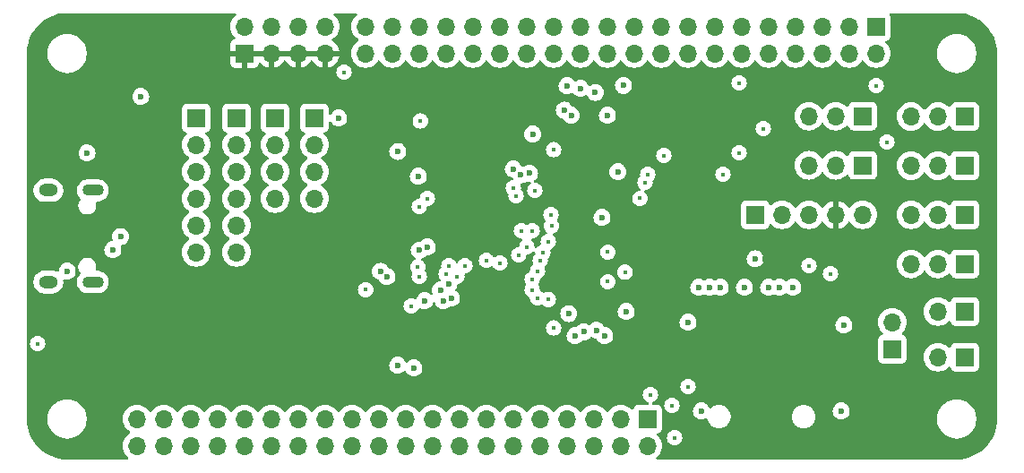
<source format=gbr>
%TF.GenerationSoftware,KiCad,Pcbnew,8.0.4*%
%TF.CreationDate,2025-08-25T15:50:40-04:00*%
%TF.ProjectId,zephyrus_fc,7a657068-7972-4757-935f-66632e6b6963,V1.0*%
%TF.SameCoordinates,Original*%
%TF.FileFunction,Copper,L3,Inr*%
%TF.FilePolarity,Positive*%
%FSLAX46Y46*%
G04 Gerber Fmt 4.6, Leading zero omitted, Abs format (unit mm)*
G04 Created by KiCad (PCBNEW 8.0.4) date 2025-08-25 15:50:40*
%MOMM*%
%LPD*%
G01*
G04 APERTURE LIST*
%TA.AperFunction,ComponentPad*%
%ADD10R,1.700000X1.700000*%
%TD*%
%TA.AperFunction,ComponentPad*%
%ADD11O,1.700000X1.700000*%
%TD*%
%TA.AperFunction,ComponentPad*%
%ADD12O,2.000000X1.100000*%
%TD*%
%TA.AperFunction,ComponentPad*%
%ADD13O,1.800000X1.200000*%
%TD*%
%TA.AperFunction,ViaPad*%
%ADD14C,0.600000*%
%TD*%
%TA.AperFunction,ViaPad*%
%ADD15C,0.450000*%
%TD*%
G04 APERTURE END LIST*
D10*
%TO.N,GND*%
%TO.C,J5*%
X192024000Y-63852000D03*
D11*
%TO.N,+5V*%
X189484000Y-63852000D03*
%TO.N,/PC6*%
X186944000Y-63852000D03*
%TD*%
D10*
%TO.N,GND*%
%TO.C,J4*%
X182372000Y-68482000D03*
D11*
%TO.N,+5V*%
X179832000Y-68482000D03*
%TO.N,/PA8*%
X177292000Y-68482000D03*
%TD*%
D10*
%TO.N,GND*%
%TO.C,J14*%
X192024000Y-86614000D03*
D11*
%TO.N,+5V*%
X189484000Y-86614000D03*
%TD*%
D10*
%TO.N,GND*%
%TO.C,J8*%
X192024000Y-77802000D03*
D11*
%TO.N,+5V*%
X189484000Y-77802000D03*
%TO.N,/IBUS_RX*%
X186944000Y-77802000D03*
%TD*%
D10*
%TO.N,GND*%
%TO.C,J13*%
X123190000Y-64008000D03*
D11*
%TO.N,/PD3*%
X123190000Y-66548000D03*
%TO.N,/PD4*%
X123190000Y-69088000D03*
%TO.N,/PD5*%
X123190000Y-71628000D03*
%TO.N,/PD6*%
X123190000Y-74168000D03*
%TO.N,+5V*%
X123190000Y-76708000D03*
%TD*%
D10*
%TO.N,GND*%
%TO.C,J12*%
X119380000Y-64008000D03*
D11*
%TO.N,/I2C1_SDA*%
X119380000Y-66548000D03*
%TO.N,/I2C1_SCL*%
X119380000Y-69088000D03*
%TO.N,/PE0*%
X119380000Y-71628000D03*
%TO.N,/PE1*%
X119380000Y-74168000D03*
%TO.N,+5V*%
X119380000Y-76708000D03*
%TD*%
D10*
%TO.N,GND*%
%TO.C,J6*%
X192024000Y-68502000D03*
D11*
%TO.N,+5V*%
X189484000Y-68502000D03*
%TO.N,/PC7*%
X186944000Y-68502000D03*
%TD*%
D10*
%TO.N,+3.3V*%
%TO.C,J11*%
X123952000Y-57912000D03*
D11*
%TO.N,GND*%
X123952000Y-55372000D03*
%TO.N,+3.3V*%
X126492000Y-57912000D03*
%TO.N,GND*%
X126492000Y-55372000D03*
%TO.N,+3.3V*%
X129032000Y-57912000D03*
%TO.N,GND*%
X129032000Y-55372000D03*
%TO.N,+3.3V*%
X131572000Y-57912000D03*
%TO.N,GND*%
X131572000Y-55372000D03*
%TD*%
D12*
%TO.N,GND*%
%TO.C,USB1*%
X109610000Y-70852000D03*
D13*
X105410000Y-70852000D03*
D12*
X109610000Y-79502000D03*
D13*
X105410000Y-79502000D03*
%TD*%
D10*
%TO.N,GND*%
%TO.C,J17*%
X185166000Y-85852000D03*
D11*
%TO.N,+5V*%
X185166000Y-83312000D03*
%TD*%
D10*
%TO.N,GND*%
%TO.C,J7*%
X192024000Y-73152000D03*
D11*
%TO.N,+5V*%
X189484000Y-73152000D03*
%TO.N,/PA9*%
X186944000Y-73152000D03*
%TD*%
D10*
%TO.N,/PE2*%
%TO.C,J9*%
X183642000Y-55372000D03*
D11*
%TO.N,/INT_BMP*%
X183642000Y-57912000D03*
%TO.N,/PE4*%
X181102000Y-55372000D03*
%TO.N,/PE5*%
X181102000Y-57912000D03*
%TO.N,/PE6*%
X178562000Y-55372000D03*
%TO.N,/PC13*%
X178562000Y-57912000D03*
%TO.N,/PC14*%
X176022000Y-55372000D03*
%TO.N,/PC15*%
X176022000Y-57912000D03*
%TO.N,/PC0*%
X173482000Y-55372000D03*
%TO.N,/PC1*%
X173482000Y-57912000D03*
%TO.N,/PC2*%
X170942000Y-55372000D03*
%TO.N,/PC3*%
X170942000Y-57912000D03*
%TO.N,/PA0*%
X168402000Y-55372000D03*
%TO.N,/IBUS_RX*%
X168402000Y-57912000D03*
%TO.N,/PA2*%
X165862000Y-55372000D03*
%TO.N,/PA3*%
X165862000Y-57912000D03*
%TO.N,/INT1_BMI*%
X163322000Y-55372000D03*
%TO.N,/PA5*%
X163322000Y-57912000D03*
%TO.N,/PA6*%
X160782000Y-55372000D03*
%TO.N,/PA7*%
X160782000Y-57912000D03*
%TO.N,/I2C1_SCL*%
X158242000Y-55372000D03*
%TO.N,/I2C1_SDA*%
X158242000Y-57912000D03*
%TO.N,/PE0*%
X155702000Y-55372000D03*
%TO.N,/PE1*%
X155702000Y-57912000D03*
%TO.N,/PC4*%
X153162000Y-55372000D03*
%TO.N,/PC5*%
X153162000Y-57912000D03*
%TO.N,/INT3_BMI*%
X150622000Y-55372000D03*
%TO.N,/PB1*%
X150622000Y-57912000D03*
%TO.N,/PB2*%
X148082000Y-55372000D03*
%TO.N,/PE7*%
X148082000Y-57912000D03*
%TO.N,/PE8*%
X145542000Y-55372000D03*
%TO.N,/PE9*%
X145542000Y-57912000D03*
%TO.N,/PE10*%
X143002000Y-55372000D03*
%TO.N,/PE11*%
X143002000Y-57912000D03*
%TO.N,/PE12*%
X140462000Y-55372000D03*
%TO.N,/PE13*%
X140462000Y-57912000D03*
%TO.N,/PE14*%
X137922000Y-55372000D03*
%TO.N,/PE15*%
X137922000Y-57912000D03*
%TO.N,/I2C2_SCL*%
X135382000Y-55372000D03*
%TO.N,/I2C2_SDA*%
X135382000Y-57912000D03*
%TD*%
D10*
%TO.N,GND*%
%TO.C,J2*%
X192024000Y-82296000D03*
D11*
%TO.N,+5V*%
X189484000Y-82296000D03*
%TD*%
D10*
%TO.N,GND*%
%TO.C,J3*%
X182372000Y-63832000D03*
D11*
%TO.N,+5V*%
X179832000Y-63832000D03*
%TO.N,/PB6*%
X177292000Y-63832000D03*
%TD*%
D10*
%TO.N,GND*%
%TO.C,J15*%
X130556000Y-64008000D03*
D11*
%TO.N,/I2C2_SDA*%
X130556000Y-66548000D03*
%TO.N,/I2C2_SCL*%
X130556000Y-69088000D03*
%TO.N,+5V*%
X130556000Y-71628000D03*
%TD*%
D10*
%TO.N,GND*%
%TO.C,J16*%
X126844000Y-64008000D03*
D11*
%TO.N,/I2C4_SDA*%
X126844000Y-66548000D03*
%TO.N,/I2C4_SCL*%
X126844000Y-69088000D03*
%TO.N,+5V*%
X126844000Y-71628000D03*
%TD*%
D10*
%TO.N,/PB7*%
%TO.C,J10*%
X162052000Y-92456000D03*
D11*
%TO.N,/PB6*%
X162052000Y-94996000D03*
%TO.N,/PB5*%
X159512000Y-92456000D03*
%TO.N,/PB4*%
X159512000Y-94996000D03*
%TO.N,/PB3*%
X156972000Y-92456000D03*
%TO.N,/PD7*%
X156972000Y-94996000D03*
%TO.N,/PD6*%
X154432000Y-92456000D03*
%TO.N,/PD5*%
X154432000Y-94996000D03*
%TO.N,/PD4*%
X151892000Y-92456000D03*
%TO.N,/PD3*%
X151892000Y-94996000D03*
%TO.N,/PD2*%
X149352000Y-92456000D03*
%TO.N,/PD1*%
X149352000Y-94996000D03*
%TO.N,/PD0*%
X146812000Y-92456000D03*
%TO.N,/PC12*%
X146812000Y-94996000D03*
%TO.N,/PC11*%
X144272000Y-92456000D03*
%TO.N,/PC10*%
X144272000Y-94996000D03*
%TO.N,/PA15*%
X141732000Y-92456000D03*
%TO.N,/PA14*%
X141732000Y-94996000D03*
%TO.N,/PA13*%
X139192000Y-92456000D03*
%TO.N,unconnected-(J10-Pin_20-Pad20)*%
X139192000Y-94996000D03*
%TO.N,unconnected-(J10-Pin_21-Pad21)*%
X136652000Y-92456000D03*
%TO.N,/PA10*%
X136652000Y-94996000D03*
%TO.N,/PA9*%
X134112000Y-92456000D03*
%TO.N,/PA8*%
X134112000Y-94996000D03*
%TO.N,/PC9*%
X131572000Y-92456000D03*
%TO.N,/PC8*%
X131572000Y-94996000D03*
%TO.N,/PC7*%
X129032000Y-92456000D03*
%TO.N,/PC6*%
X129032000Y-94996000D03*
%TO.N,/PD15*%
X126492000Y-92456000D03*
%TO.N,/PD14*%
X126492000Y-94996000D03*
%TO.N,/I2C4_SDA*%
X123952000Y-92456000D03*
%TO.N,/I2C4_SCL*%
X123952000Y-94996000D03*
%TO.N,/PD11*%
X121412000Y-92456000D03*
%TO.N,/PD10*%
X121412000Y-94996000D03*
%TO.N,/PD9*%
X118872000Y-92456000D03*
%TO.N,/INT_ICM*%
X118872000Y-94996000D03*
%TO.N,/PB15*%
X116332000Y-92456000D03*
%TO.N,/PB14*%
X116332000Y-94996000D03*
%TO.N,/PB13*%
X113792000Y-92456000D03*
%TO.N,/PB12*%
X113792000Y-94996000D03*
%TD*%
D10*
%TO.N,/PA14*%
%TO.C,J1*%
X172212000Y-73152000D03*
D11*
%TO.N,/PA13*%
X174752000Y-73152000D03*
%TO.N,GND*%
X177292000Y-73152000D03*
%TO.N,+3.3V*%
X179832000Y-73152000D03*
%TO.N,/boot0*%
X182372000Y-73152000D03*
%TD*%
D14*
%TO.N,GND*%
X132842000Y-64008000D03*
X157734000Y-73406000D03*
X159230000Y-69088000D03*
X180340000Y-91694000D03*
X160020000Y-82296000D03*
X154592000Y-82496000D03*
X109062365Y-67316544D03*
X154432000Y-60960000D03*
D15*
X158266000Y-76682000D03*
X158266000Y-79476000D03*
X153162000Y-83854000D03*
D14*
X167132000Y-91694000D03*
D15*
X159917000Y-78587000D03*
X104392000Y-85344000D03*
D14*
X165862000Y-83312000D03*
X114142365Y-61982544D03*
D15*
X179324000Y-78740000D03*
D14*
X180594000Y-83566000D03*
X172212000Y-77310890D03*
D15*
X135394000Y-80250000D03*
D14*
X157099000Y-61595000D03*
D15*
X153162000Y-67004000D03*
X161314000Y-71602000D03*
D14*
X159766000Y-60935466D03*
D15*
X140560193Y-64292000D03*
D14*
%TO.N,+3.3V*%
X133858000Y-64008000D03*
D15*
X110742000Y-85344000D03*
D14*
X107126091Y-65024000D03*
X156210000Y-63754000D03*
X108492368Y-65030544D03*
D15*
X139446000Y-66040000D03*
D14*
X173116471Y-77310890D03*
X160274000Y-63246000D03*
D15*
X112776000Y-56896000D03*
X162052000Y-85953000D03*
D14*
X160274000Y-80518000D03*
D15*
X151892000Y-73660000D03*
X156996000Y-79984000D03*
D14*
X107792365Y-65030544D03*
D15*
X154456000Y-66268000D03*
X150876000Y-84074000D03*
D14*
X137210000Y-81534000D03*
X157988000Y-69088000D03*
%TO.N,/PA15*%
X140970000Y-81280000D03*
X166878000Y-80010000D03*
%TO.N,/PC8*%
X168910000Y-80010000D03*
X141224000Y-76200000D03*
%TO.N,/PC9*%
X140462000Y-76504000D03*
X167894000Y-80010000D03*
%TO.N,/PC10*%
X143256000Y-79664000D03*
X175768000Y-80010000D03*
D15*
%TO.N,/boot0*%
X162306000Y-90170000D03*
X165862000Y-89408000D03*
D14*
%TO.N,/PD2*%
X143510000Y-81026000D03*
X173482000Y-80010000D03*
%TO.N,/PC11*%
X174498000Y-80010000D03*
X142469822Y-80264000D03*
%TO.N,/PC12*%
X142748000Y-81280000D03*
X171196000Y-80010000D03*
D15*
%TO.N,/PA14*%
X177292000Y-77978000D03*
X164338000Y-91186000D03*
%TO.N,/PA13*%
X164592000Y-94234000D03*
X139700000Y-81788000D03*
%TO.N,/PC6*%
X162052000Y-69342000D03*
X172974000Y-65024000D03*
X149352000Y-70612000D03*
%TO.N,/PC7*%
X169164000Y-69342000D03*
X161798000Y-70104000D03*
X149606000Y-71374000D03*
%TO.N,/PA9*%
X170688000Y-67310000D03*
X163576000Y-67564000D03*
X151384000Y-70866000D03*
%TO.N,/PD4*%
X144780000Y-77978000D03*
%TO.N,/PE4*%
X151130000Y-80264000D03*
D14*
X157226000Y-84074000D03*
%TO.N,/PA11*%
X136789499Y-78504000D03*
X112236485Y-75215515D03*
D15*
%TO.N,/PE1*%
X148082000Y-77724000D03*
X150622000Y-76200000D03*
X140335000Y-78105000D03*
D14*
%TO.N,/INT_BMP*%
X157988000Y-84582000D03*
D15*
X151638000Y-81026000D03*
%TO.N,/PE5*%
X151130000Y-79248000D03*
D14*
X156010541Y-84215068D03*
D15*
%TO.N,/PD3*%
X144018000Y-78994000D03*
%TO.N,/PD6*%
X143256000Y-77978000D03*
%TO.N,/PC0*%
X152954000Y-74214000D03*
D14*
%TO.N,/PE6*%
X155194000Y-84582000D03*
D15*
X151638000Y-78486000D03*
%TO.N,/PC15*%
X152654000Y-75692000D03*
D14*
%TO.N,/PC5*%
X155702000Y-61214000D03*
X149352000Y-68834000D03*
%TO.N,/PB14*%
X138430000Y-67172178D03*
X140378265Y-69512265D03*
%TO.N,/PA5*%
X151182000Y-65532000D03*
X158242000Y-63754000D03*
%TO.N,/PA12*%
X111506000Y-76454000D03*
X137414000Y-79004000D03*
D15*
%TO.N,/PC14*%
X152146000Y-76708000D03*
%TO.N,/PE2*%
X152654000Y-81153000D03*
%TO.N,/IBUS_RX*%
X183642000Y-60960000D03*
X184658000Y-66294000D03*
X170688000Y-60706000D03*
%TO.N,/PD5*%
X143002000Y-78753756D03*
%TO.N,/PC13*%
X151892000Y-77470000D03*
D14*
%TO.N,+5V*%
X138430000Y-87376000D03*
X107188000Y-78486000D03*
X139954000Y-87630000D03*
D15*
%TO.N,/PE0*%
X149860000Y-76962000D03*
X140462000Y-78994000D03*
X146812000Y-77470000D03*
%TO.N,/PC1*%
X152908000Y-73152000D03*
D14*
%TO.N,/PC4*%
X150884938Y-69239444D03*
X154169375Y-63270002D03*
%TO.N,/INT3_BMI*%
X154818000Y-63754000D03*
X150070735Y-69385265D03*
D15*
%TO.N,/I2C1_SCL*%
X150114000Y-74676000D03*
%TO.N,/I2C1_SDA*%
X151130000Y-74676000D03*
X133350000Y-59690000D03*
%TO.N,/I2C4_SCL*%
X140462000Y-72390000D03*
%TO.N,/I2C4_SDA*%
X141224000Y-71628000D03*
%TD*%
%TA.AperFunction,Conductor*%
%TO.N,+3.3V*%
G36*
X123095695Y-54114185D02*
G01*
X123141450Y-54166989D01*
X123151394Y-54236147D01*
X123122369Y-54299703D01*
X123099778Y-54320076D01*
X123080595Y-54333507D01*
X122913505Y-54500597D01*
X122777965Y-54694169D01*
X122777964Y-54694171D01*
X122678098Y-54908335D01*
X122678094Y-54908344D01*
X122616938Y-55136586D01*
X122616936Y-55136596D01*
X122596341Y-55371999D01*
X122596341Y-55372000D01*
X122616936Y-55607403D01*
X122616938Y-55607413D01*
X122678094Y-55835655D01*
X122678096Y-55835659D01*
X122678097Y-55835663D01*
X122682000Y-55844032D01*
X122777965Y-56049830D01*
X122777967Y-56049834D01*
X122808306Y-56093162D01*
X122913501Y-56243396D01*
X122913506Y-56243402D01*
X123035818Y-56365714D01*
X123069303Y-56427037D01*
X123064319Y-56496729D01*
X123022447Y-56552662D01*
X122991471Y-56569577D01*
X122859912Y-56618646D01*
X122859906Y-56618649D01*
X122744812Y-56704809D01*
X122744809Y-56704812D01*
X122658649Y-56819906D01*
X122658645Y-56819913D01*
X122608403Y-56954620D01*
X122608401Y-56954627D01*
X122602000Y-57014155D01*
X122602000Y-57662000D01*
X123518988Y-57662000D01*
X123486075Y-57719007D01*
X123452000Y-57846174D01*
X123452000Y-57977826D01*
X123486075Y-58104993D01*
X123518988Y-58162000D01*
X122602000Y-58162000D01*
X122602000Y-58809844D01*
X122608401Y-58869372D01*
X122608403Y-58869379D01*
X122658645Y-59004086D01*
X122658649Y-59004093D01*
X122744809Y-59119187D01*
X122744812Y-59119190D01*
X122859906Y-59205350D01*
X122859913Y-59205354D01*
X122994620Y-59255596D01*
X122994627Y-59255598D01*
X123054155Y-59261999D01*
X123054172Y-59262000D01*
X123702000Y-59262000D01*
X123702000Y-58345012D01*
X123759007Y-58377925D01*
X123886174Y-58412000D01*
X124017826Y-58412000D01*
X124144993Y-58377925D01*
X124202000Y-58345012D01*
X124202000Y-59262000D01*
X124849828Y-59262000D01*
X124849844Y-59261999D01*
X124909372Y-59255598D01*
X124909379Y-59255596D01*
X125044086Y-59205354D01*
X125044093Y-59205350D01*
X125159187Y-59119190D01*
X125159190Y-59119187D01*
X125245350Y-59004093D01*
X125245354Y-59004086D01*
X125294614Y-58872013D01*
X125336485Y-58816079D01*
X125401949Y-58791662D01*
X125470222Y-58806513D01*
X125498477Y-58827665D01*
X125620917Y-58950105D01*
X125814421Y-59085600D01*
X126028507Y-59185429D01*
X126028516Y-59185433D01*
X126242000Y-59242634D01*
X126242000Y-58345012D01*
X126299007Y-58377925D01*
X126426174Y-58412000D01*
X126557826Y-58412000D01*
X126684993Y-58377925D01*
X126742000Y-58345012D01*
X126742000Y-59242633D01*
X126955483Y-59185433D01*
X126955492Y-59185429D01*
X127169578Y-59085600D01*
X127363082Y-58950105D01*
X127530105Y-58783082D01*
X127660425Y-58596968D01*
X127715002Y-58553344D01*
X127784501Y-58546151D01*
X127846855Y-58577673D01*
X127863575Y-58596968D01*
X127993894Y-58783082D01*
X128160917Y-58950105D01*
X128354421Y-59085600D01*
X128568507Y-59185429D01*
X128568516Y-59185433D01*
X128782000Y-59242634D01*
X128782000Y-58345012D01*
X128839007Y-58377925D01*
X128966174Y-58412000D01*
X129097826Y-58412000D01*
X129224993Y-58377925D01*
X129282000Y-58345012D01*
X129282000Y-59242633D01*
X129495483Y-59185433D01*
X129495492Y-59185429D01*
X129709578Y-59085600D01*
X129903082Y-58950105D01*
X130070105Y-58783082D01*
X130200425Y-58596968D01*
X130255002Y-58553344D01*
X130324501Y-58546151D01*
X130386855Y-58577673D01*
X130403575Y-58596968D01*
X130533894Y-58783082D01*
X130700917Y-58950105D01*
X130894421Y-59085600D01*
X131108507Y-59185429D01*
X131108516Y-59185433D01*
X131322000Y-59242634D01*
X131322000Y-58345012D01*
X131379007Y-58377925D01*
X131506174Y-58412000D01*
X131637826Y-58412000D01*
X131764993Y-58377925D01*
X131822000Y-58345012D01*
X131822000Y-59242633D01*
X132035483Y-59185433D01*
X132035492Y-59185429D01*
X132249578Y-59085600D01*
X132443082Y-58950105D01*
X132610105Y-58783082D01*
X132745600Y-58589578D01*
X132845429Y-58375492D01*
X132845432Y-58375486D01*
X132902636Y-58162000D01*
X132005012Y-58162000D01*
X132037925Y-58104993D01*
X132072000Y-57977826D01*
X132072000Y-57846174D01*
X132037925Y-57719007D01*
X132005012Y-57662000D01*
X132902636Y-57662000D01*
X132902635Y-57661999D01*
X132845432Y-57448513D01*
X132845429Y-57448507D01*
X132745600Y-57234422D01*
X132745599Y-57234420D01*
X132610113Y-57040926D01*
X132610108Y-57040920D01*
X132443078Y-56873890D01*
X132257405Y-56743879D01*
X132213780Y-56689302D01*
X132206588Y-56619804D01*
X132238110Y-56557449D01*
X132257406Y-56540730D01*
X132276008Y-56527705D01*
X132443401Y-56410495D01*
X132610495Y-56243401D01*
X132746035Y-56049830D01*
X132845903Y-55835663D01*
X132907063Y-55607408D01*
X132927659Y-55372000D01*
X132907063Y-55136592D01*
X132845903Y-54908337D01*
X132746035Y-54694171D01*
X132740425Y-54686158D01*
X132610494Y-54500597D01*
X132443402Y-54333506D01*
X132443393Y-54333498D01*
X132424221Y-54320074D01*
X132380596Y-54265497D01*
X132373404Y-54195998D01*
X132404927Y-54133644D01*
X132465157Y-54098231D01*
X132495345Y-54094500D01*
X134458656Y-54094500D01*
X134525695Y-54114185D01*
X134571450Y-54166989D01*
X134581394Y-54236147D01*
X134552369Y-54299703D01*
X134529778Y-54320076D01*
X134510595Y-54333507D01*
X134343505Y-54500597D01*
X134207965Y-54694169D01*
X134207964Y-54694171D01*
X134108098Y-54908335D01*
X134108094Y-54908344D01*
X134046938Y-55136586D01*
X134046936Y-55136596D01*
X134026341Y-55371999D01*
X134026341Y-55372000D01*
X134046936Y-55607403D01*
X134046938Y-55607413D01*
X134108094Y-55835655D01*
X134108096Y-55835659D01*
X134108097Y-55835663D01*
X134112000Y-55844032D01*
X134207965Y-56049830D01*
X134207967Y-56049834D01*
X134238306Y-56093162D01*
X134343501Y-56243396D01*
X134343506Y-56243402D01*
X134510597Y-56410493D01*
X134510603Y-56410498D01*
X134696158Y-56540425D01*
X134739783Y-56595002D01*
X134746977Y-56664500D01*
X134715454Y-56726855D01*
X134696158Y-56743575D01*
X134510597Y-56873505D01*
X134343505Y-57040597D01*
X134207965Y-57234169D01*
X134207964Y-57234171D01*
X134108098Y-57448335D01*
X134108094Y-57448344D01*
X134046938Y-57676586D01*
X134046936Y-57676596D01*
X134026341Y-57911999D01*
X134026341Y-57912000D01*
X134046936Y-58147403D01*
X134046938Y-58147413D01*
X134108094Y-58375655D01*
X134108096Y-58375659D01*
X134108097Y-58375663D01*
X134187597Y-58546151D01*
X134207965Y-58589830D01*
X134207967Y-58589834D01*
X134307657Y-58732205D01*
X134343505Y-58783401D01*
X134510599Y-58950495D01*
X134524044Y-58959909D01*
X134704165Y-59086032D01*
X134704167Y-59086033D01*
X134704170Y-59086035D01*
X134918337Y-59185903D01*
X135146592Y-59247063D01*
X135317319Y-59262000D01*
X135381999Y-59267659D01*
X135382000Y-59267659D01*
X135382001Y-59267659D01*
X135446681Y-59262000D01*
X135617408Y-59247063D01*
X135845663Y-59185903D01*
X136059830Y-59086035D01*
X136253401Y-58950495D01*
X136420495Y-58783401D01*
X136550425Y-58597842D01*
X136605002Y-58554217D01*
X136674500Y-58547023D01*
X136736855Y-58578546D01*
X136753575Y-58597842D01*
X136883500Y-58783395D01*
X136883505Y-58783401D01*
X137050599Y-58950495D01*
X137064044Y-58959909D01*
X137244165Y-59086032D01*
X137244167Y-59086033D01*
X137244170Y-59086035D01*
X137458337Y-59185903D01*
X137686592Y-59247063D01*
X137857319Y-59262000D01*
X137921999Y-59267659D01*
X137922000Y-59267659D01*
X137922001Y-59267659D01*
X137986681Y-59262000D01*
X138157408Y-59247063D01*
X138385663Y-59185903D01*
X138599830Y-59086035D01*
X138793401Y-58950495D01*
X138960495Y-58783401D01*
X139090425Y-58597842D01*
X139145002Y-58554217D01*
X139214500Y-58547023D01*
X139276855Y-58578546D01*
X139293575Y-58597842D01*
X139423500Y-58783395D01*
X139423505Y-58783401D01*
X139590599Y-58950495D01*
X139604044Y-58959909D01*
X139784165Y-59086032D01*
X139784167Y-59086033D01*
X139784170Y-59086035D01*
X139998337Y-59185903D01*
X140226592Y-59247063D01*
X140397319Y-59262000D01*
X140461999Y-59267659D01*
X140462000Y-59267659D01*
X140462001Y-59267659D01*
X140526681Y-59262000D01*
X140697408Y-59247063D01*
X140925663Y-59185903D01*
X141139830Y-59086035D01*
X141333401Y-58950495D01*
X141500495Y-58783401D01*
X141630425Y-58597842D01*
X141685002Y-58554217D01*
X141754500Y-58547023D01*
X141816855Y-58578546D01*
X141833575Y-58597842D01*
X141963500Y-58783395D01*
X141963505Y-58783401D01*
X142130599Y-58950495D01*
X142144044Y-58959909D01*
X142324165Y-59086032D01*
X142324167Y-59086033D01*
X142324170Y-59086035D01*
X142538337Y-59185903D01*
X142766592Y-59247063D01*
X142937319Y-59262000D01*
X143001999Y-59267659D01*
X143002000Y-59267659D01*
X143002001Y-59267659D01*
X143066681Y-59262000D01*
X143237408Y-59247063D01*
X143465663Y-59185903D01*
X143679830Y-59086035D01*
X143873401Y-58950495D01*
X144040495Y-58783401D01*
X144170425Y-58597842D01*
X144225002Y-58554217D01*
X144294500Y-58547023D01*
X144356855Y-58578546D01*
X144373575Y-58597842D01*
X144503500Y-58783395D01*
X144503505Y-58783401D01*
X144670599Y-58950495D01*
X144684044Y-58959909D01*
X144864165Y-59086032D01*
X144864167Y-59086033D01*
X144864170Y-59086035D01*
X145078337Y-59185903D01*
X145306592Y-59247063D01*
X145477319Y-59262000D01*
X145541999Y-59267659D01*
X145542000Y-59267659D01*
X145542001Y-59267659D01*
X145606681Y-59262000D01*
X145777408Y-59247063D01*
X146005663Y-59185903D01*
X146219830Y-59086035D01*
X146413401Y-58950495D01*
X146580495Y-58783401D01*
X146710425Y-58597842D01*
X146765002Y-58554217D01*
X146834500Y-58547023D01*
X146896855Y-58578546D01*
X146913575Y-58597842D01*
X147043500Y-58783395D01*
X147043505Y-58783401D01*
X147210599Y-58950495D01*
X147224044Y-58959909D01*
X147404165Y-59086032D01*
X147404167Y-59086033D01*
X147404170Y-59086035D01*
X147618337Y-59185903D01*
X147846592Y-59247063D01*
X148017319Y-59262000D01*
X148081999Y-59267659D01*
X148082000Y-59267659D01*
X148082001Y-59267659D01*
X148146681Y-59262000D01*
X148317408Y-59247063D01*
X148545663Y-59185903D01*
X148759830Y-59086035D01*
X148953401Y-58950495D01*
X149120495Y-58783401D01*
X149250425Y-58597842D01*
X149305002Y-58554217D01*
X149374500Y-58547023D01*
X149436855Y-58578546D01*
X149453575Y-58597842D01*
X149583500Y-58783395D01*
X149583505Y-58783401D01*
X149750599Y-58950495D01*
X149764044Y-58959909D01*
X149944165Y-59086032D01*
X149944167Y-59086033D01*
X149944170Y-59086035D01*
X150158337Y-59185903D01*
X150386592Y-59247063D01*
X150557319Y-59262000D01*
X150621999Y-59267659D01*
X150622000Y-59267659D01*
X150622001Y-59267659D01*
X150686681Y-59262000D01*
X150857408Y-59247063D01*
X151085663Y-59185903D01*
X151299830Y-59086035D01*
X151493401Y-58950495D01*
X151660495Y-58783401D01*
X151790425Y-58597842D01*
X151845002Y-58554217D01*
X151914500Y-58547023D01*
X151976855Y-58578546D01*
X151993575Y-58597842D01*
X152123500Y-58783395D01*
X152123505Y-58783401D01*
X152290599Y-58950495D01*
X152304044Y-58959909D01*
X152484165Y-59086032D01*
X152484167Y-59086033D01*
X152484170Y-59086035D01*
X152698337Y-59185903D01*
X152926592Y-59247063D01*
X153097319Y-59262000D01*
X153161999Y-59267659D01*
X153162000Y-59267659D01*
X153162001Y-59267659D01*
X153226681Y-59262000D01*
X153397408Y-59247063D01*
X153625663Y-59185903D01*
X153839830Y-59086035D01*
X154033401Y-58950495D01*
X154200495Y-58783401D01*
X154330425Y-58597842D01*
X154385002Y-58554217D01*
X154454500Y-58547023D01*
X154516855Y-58578546D01*
X154533575Y-58597842D01*
X154663500Y-58783395D01*
X154663505Y-58783401D01*
X154830599Y-58950495D01*
X154844044Y-58959909D01*
X155024165Y-59086032D01*
X155024167Y-59086033D01*
X155024170Y-59086035D01*
X155238337Y-59185903D01*
X155466592Y-59247063D01*
X155637319Y-59262000D01*
X155701999Y-59267659D01*
X155702000Y-59267659D01*
X155702001Y-59267659D01*
X155766681Y-59262000D01*
X155937408Y-59247063D01*
X156165663Y-59185903D01*
X156379830Y-59086035D01*
X156573401Y-58950495D01*
X156740495Y-58783401D01*
X156870425Y-58597842D01*
X156925002Y-58554217D01*
X156994500Y-58547023D01*
X157056855Y-58578546D01*
X157073575Y-58597842D01*
X157203500Y-58783395D01*
X157203505Y-58783401D01*
X157370599Y-58950495D01*
X157384044Y-58959909D01*
X157564165Y-59086032D01*
X157564167Y-59086033D01*
X157564170Y-59086035D01*
X157778337Y-59185903D01*
X158006592Y-59247063D01*
X158177319Y-59262000D01*
X158241999Y-59267659D01*
X158242000Y-59267659D01*
X158242001Y-59267659D01*
X158306681Y-59262000D01*
X158477408Y-59247063D01*
X158705663Y-59185903D01*
X158919830Y-59086035D01*
X159113401Y-58950495D01*
X159280495Y-58783401D01*
X159410425Y-58597842D01*
X159465002Y-58554217D01*
X159534500Y-58547023D01*
X159596855Y-58578546D01*
X159613575Y-58597842D01*
X159743500Y-58783395D01*
X159743505Y-58783401D01*
X159910599Y-58950495D01*
X159924044Y-58959909D01*
X160104165Y-59086032D01*
X160104167Y-59086033D01*
X160104170Y-59086035D01*
X160318337Y-59185903D01*
X160546592Y-59247063D01*
X160717319Y-59262000D01*
X160781999Y-59267659D01*
X160782000Y-59267659D01*
X160782001Y-59267659D01*
X160846681Y-59262000D01*
X161017408Y-59247063D01*
X161245663Y-59185903D01*
X161459830Y-59086035D01*
X161653401Y-58950495D01*
X161820495Y-58783401D01*
X161950425Y-58597842D01*
X162005002Y-58554217D01*
X162074500Y-58547023D01*
X162136855Y-58578546D01*
X162153575Y-58597842D01*
X162283500Y-58783395D01*
X162283505Y-58783401D01*
X162450599Y-58950495D01*
X162464044Y-58959909D01*
X162644165Y-59086032D01*
X162644167Y-59086033D01*
X162644170Y-59086035D01*
X162858337Y-59185903D01*
X163086592Y-59247063D01*
X163257319Y-59262000D01*
X163321999Y-59267659D01*
X163322000Y-59267659D01*
X163322001Y-59267659D01*
X163386681Y-59262000D01*
X163557408Y-59247063D01*
X163785663Y-59185903D01*
X163999830Y-59086035D01*
X164193401Y-58950495D01*
X164360495Y-58783401D01*
X164490425Y-58597842D01*
X164545002Y-58554217D01*
X164614500Y-58547023D01*
X164676855Y-58578546D01*
X164693575Y-58597842D01*
X164823500Y-58783395D01*
X164823505Y-58783401D01*
X164990599Y-58950495D01*
X165004044Y-58959909D01*
X165184165Y-59086032D01*
X165184167Y-59086033D01*
X165184170Y-59086035D01*
X165398337Y-59185903D01*
X165626592Y-59247063D01*
X165797319Y-59262000D01*
X165861999Y-59267659D01*
X165862000Y-59267659D01*
X165862001Y-59267659D01*
X165926681Y-59262000D01*
X166097408Y-59247063D01*
X166325663Y-59185903D01*
X166539830Y-59086035D01*
X166733401Y-58950495D01*
X166900495Y-58783401D01*
X167030425Y-58597842D01*
X167085002Y-58554217D01*
X167154500Y-58547023D01*
X167216855Y-58578546D01*
X167233575Y-58597842D01*
X167363500Y-58783395D01*
X167363505Y-58783401D01*
X167530599Y-58950495D01*
X167544044Y-58959909D01*
X167724165Y-59086032D01*
X167724167Y-59086033D01*
X167724170Y-59086035D01*
X167938337Y-59185903D01*
X168166592Y-59247063D01*
X168337319Y-59262000D01*
X168401999Y-59267659D01*
X168402000Y-59267659D01*
X168402001Y-59267659D01*
X168466681Y-59262000D01*
X168637408Y-59247063D01*
X168865663Y-59185903D01*
X169079830Y-59086035D01*
X169273401Y-58950495D01*
X169440495Y-58783401D01*
X169570425Y-58597842D01*
X169625002Y-58554217D01*
X169694500Y-58547023D01*
X169756855Y-58578546D01*
X169773575Y-58597842D01*
X169903500Y-58783395D01*
X169903505Y-58783401D01*
X170070599Y-58950495D01*
X170084044Y-58959909D01*
X170264165Y-59086032D01*
X170264167Y-59086033D01*
X170264170Y-59086035D01*
X170478337Y-59185903D01*
X170706592Y-59247063D01*
X170877319Y-59262000D01*
X170941999Y-59267659D01*
X170942000Y-59267659D01*
X170942001Y-59267659D01*
X171006681Y-59262000D01*
X171177408Y-59247063D01*
X171405663Y-59185903D01*
X171619830Y-59086035D01*
X171813401Y-58950495D01*
X171980495Y-58783401D01*
X172110425Y-58597842D01*
X172165002Y-58554217D01*
X172234500Y-58547023D01*
X172296855Y-58578546D01*
X172313575Y-58597842D01*
X172443500Y-58783395D01*
X172443505Y-58783401D01*
X172610599Y-58950495D01*
X172624044Y-58959909D01*
X172804165Y-59086032D01*
X172804167Y-59086033D01*
X172804170Y-59086035D01*
X173018337Y-59185903D01*
X173246592Y-59247063D01*
X173417319Y-59262000D01*
X173481999Y-59267659D01*
X173482000Y-59267659D01*
X173482001Y-59267659D01*
X173546681Y-59262000D01*
X173717408Y-59247063D01*
X173945663Y-59185903D01*
X174159830Y-59086035D01*
X174353401Y-58950495D01*
X174520495Y-58783401D01*
X174650425Y-58597842D01*
X174705002Y-58554217D01*
X174774500Y-58547023D01*
X174836855Y-58578546D01*
X174853575Y-58597842D01*
X174983500Y-58783395D01*
X174983505Y-58783401D01*
X175150599Y-58950495D01*
X175164044Y-58959909D01*
X175344165Y-59086032D01*
X175344167Y-59086033D01*
X175344170Y-59086035D01*
X175558337Y-59185903D01*
X175786592Y-59247063D01*
X175957319Y-59262000D01*
X176021999Y-59267659D01*
X176022000Y-59267659D01*
X176022001Y-59267659D01*
X176086681Y-59262000D01*
X176257408Y-59247063D01*
X176485663Y-59185903D01*
X176699830Y-59086035D01*
X176893401Y-58950495D01*
X177060495Y-58783401D01*
X177190425Y-58597842D01*
X177245002Y-58554217D01*
X177314500Y-58547023D01*
X177376855Y-58578546D01*
X177393575Y-58597842D01*
X177523500Y-58783395D01*
X177523505Y-58783401D01*
X177690599Y-58950495D01*
X177704044Y-58959909D01*
X177884165Y-59086032D01*
X177884167Y-59086033D01*
X177884170Y-59086035D01*
X178098337Y-59185903D01*
X178326592Y-59247063D01*
X178497319Y-59262000D01*
X178561999Y-59267659D01*
X178562000Y-59267659D01*
X178562001Y-59267659D01*
X178626681Y-59262000D01*
X178797408Y-59247063D01*
X179025663Y-59185903D01*
X179239830Y-59086035D01*
X179433401Y-58950495D01*
X179600495Y-58783401D01*
X179730425Y-58597842D01*
X179785002Y-58554217D01*
X179854500Y-58547023D01*
X179916855Y-58578546D01*
X179933575Y-58597842D01*
X180063500Y-58783395D01*
X180063505Y-58783401D01*
X180230599Y-58950495D01*
X180244044Y-58959909D01*
X180424165Y-59086032D01*
X180424167Y-59086033D01*
X180424170Y-59086035D01*
X180638337Y-59185903D01*
X180866592Y-59247063D01*
X181037319Y-59262000D01*
X181101999Y-59267659D01*
X181102000Y-59267659D01*
X181102001Y-59267659D01*
X181166681Y-59262000D01*
X181337408Y-59247063D01*
X181565663Y-59185903D01*
X181779830Y-59086035D01*
X181973401Y-58950495D01*
X182140495Y-58783401D01*
X182270425Y-58597842D01*
X182325002Y-58554217D01*
X182394500Y-58547023D01*
X182456855Y-58578546D01*
X182473575Y-58597842D01*
X182603500Y-58783395D01*
X182603505Y-58783401D01*
X182770599Y-58950495D01*
X182784044Y-58959909D01*
X182964165Y-59086032D01*
X182964167Y-59086033D01*
X182964170Y-59086035D01*
X183178337Y-59185903D01*
X183406592Y-59247063D01*
X183577319Y-59262000D01*
X183641999Y-59267659D01*
X183642000Y-59267659D01*
X183642001Y-59267659D01*
X183706681Y-59262000D01*
X183877408Y-59247063D01*
X184105663Y-59185903D01*
X184319830Y-59086035D01*
X184513401Y-58950495D01*
X184680495Y-58783401D01*
X184816035Y-58589830D01*
X184915903Y-58375663D01*
X184977063Y-58147408D01*
X184997659Y-57912000D01*
X184997393Y-57908965D01*
X184987047Y-57790711D01*
X189411500Y-57790711D01*
X189411500Y-58033288D01*
X189443161Y-58273785D01*
X189505947Y-58508104D01*
X189539801Y-58589834D01*
X189598776Y-58732212D01*
X189720064Y-58942289D01*
X189720066Y-58942292D01*
X189720067Y-58942293D01*
X189867733Y-59134736D01*
X189867739Y-59134743D01*
X190039256Y-59306260D01*
X190039262Y-59306265D01*
X190231711Y-59453936D01*
X190441788Y-59575224D01*
X190665900Y-59668054D01*
X190900211Y-59730838D01*
X191080586Y-59754584D01*
X191140711Y-59762500D01*
X191140712Y-59762500D01*
X191383289Y-59762500D01*
X191431388Y-59756167D01*
X191623789Y-59730838D01*
X191858100Y-59668054D01*
X192082212Y-59575224D01*
X192292289Y-59453936D01*
X192484738Y-59306265D01*
X192656265Y-59134738D01*
X192803936Y-58942289D01*
X192925224Y-58732212D01*
X193018054Y-58508100D01*
X193080838Y-58273789D01*
X193112500Y-58033288D01*
X193112500Y-57790712D01*
X193080838Y-57550211D01*
X193018054Y-57315900D01*
X192925224Y-57091788D01*
X192803936Y-56881711D01*
X192685111Y-56726855D01*
X192656266Y-56689263D01*
X192656260Y-56689256D01*
X192484743Y-56517739D01*
X192484736Y-56517733D01*
X192292293Y-56370067D01*
X192292292Y-56370066D01*
X192292289Y-56370064D01*
X192118751Y-56269872D01*
X192082214Y-56248777D01*
X192082205Y-56248773D01*
X191858104Y-56155947D01*
X191623785Y-56093161D01*
X191383289Y-56061500D01*
X191383288Y-56061500D01*
X191140712Y-56061500D01*
X191140711Y-56061500D01*
X190900214Y-56093161D01*
X190665895Y-56155947D01*
X190441794Y-56248773D01*
X190441785Y-56248777D01*
X190302001Y-56329482D01*
X190239246Y-56365714D01*
X190231706Y-56370067D01*
X190039263Y-56517733D01*
X190039256Y-56517739D01*
X189867739Y-56689256D01*
X189867733Y-56689263D01*
X189720067Y-56881706D01*
X189598777Y-57091785D01*
X189598773Y-57091794D01*
X189505947Y-57315895D01*
X189443161Y-57550214D01*
X189411500Y-57790711D01*
X184987047Y-57790711D01*
X184980774Y-57719007D01*
X184977063Y-57676592D01*
X184915903Y-57448337D01*
X184816035Y-57234171D01*
X184810424Y-57226158D01*
X184680496Y-57040600D01*
X184622859Y-56982963D01*
X184558567Y-56918671D01*
X184525084Y-56857351D01*
X184530068Y-56787659D01*
X184571939Y-56731725D01*
X184602915Y-56714810D01*
X184734331Y-56665796D01*
X184849546Y-56579546D01*
X184935796Y-56464331D01*
X184986091Y-56329483D01*
X184992500Y-56269873D01*
X184992499Y-54474128D01*
X184986091Y-54414517D01*
X184975115Y-54385090D01*
X184935795Y-54279667D01*
X184934847Y-54277930D01*
X184934425Y-54275994D01*
X184932697Y-54271359D01*
X184933363Y-54271110D01*
X184919993Y-54209658D01*
X184944407Y-54144193D01*
X185000340Y-54102320D01*
X185043677Y-54094500D01*
X191196108Y-54094500D01*
X191258949Y-54094500D01*
X191265033Y-54094649D01*
X191630098Y-54112583D01*
X191642206Y-54113776D01*
X191754979Y-54130504D01*
X192000737Y-54166959D01*
X192012655Y-54169329D01*
X192364260Y-54257401D01*
X192375902Y-54260934D01*
X192428263Y-54279669D01*
X192717156Y-54383036D01*
X192728385Y-54387687D01*
X193056067Y-54542669D01*
X193066775Y-54548393D01*
X193328815Y-54705454D01*
X193377659Y-54734730D01*
X193387777Y-54741490D01*
X193678907Y-54957407D01*
X193688313Y-54965127D01*
X193956874Y-55208536D01*
X193965463Y-55217125D01*
X194168662Y-55441321D01*
X194208872Y-55485686D01*
X194216592Y-55495092D01*
X194432509Y-55786222D01*
X194439269Y-55796340D01*
X194617177Y-56093162D01*
X194625599Y-56107212D01*
X194631334Y-56117940D01*
X194649310Y-56155947D01*
X194786309Y-56445607D01*
X194790965Y-56456850D01*
X194913065Y-56798097D01*
X194916598Y-56809741D01*
X195004667Y-57161331D01*
X195007041Y-57173267D01*
X195060223Y-57531793D01*
X195061416Y-57543902D01*
X195079351Y-57908965D01*
X195079500Y-57915050D01*
X195079500Y-92452949D01*
X195079351Y-92459034D01*
X195061416Y-92824097D01*
X195060223Y-92836206D01*
X195007041Y-93194732D01*
X195004667Y-93206668D01*
X194916598Y-93558258D01*
X194913065Y-93569902D01*
X194790965Y-93911149D01*
X194786309Y-93922392D01*
X194631336Y-94250055D01*
X194625599Y-94260787D01*
X194439269Y-94571659D01*
X194432509Y-94581777D01*
X194216592Y-94872907D01*
X194208872Y-94882313D01*
X193965471Y-95150866D01*
X193956866Y-95159471D01*
X193688313Y-95402872D01*
X193678907Y-95410592D01*
X193387777Y-95626509D01*
X193377659Y-95633269D01*
X193066787Y-95819599D01*
X193056055Y-95825336D01*
X192728392Y-95980309D01*
X192717149Y-95984965D01*
X192375902Y-96107065D01*
X192364258Y-96110598D01*
X192012668Y-96198667D01*
X192000732Y-96201041D01*
X191642206Y-96254223D01*
X191630097Y-96255416D01*
X191285118Y-96272364D01*
X191265032Y-96273351D01*
X191258949Y-96273500D01*
X162975345Y-96273500D01*
X162908306Y-96253815D01*
X162862551Y-96201011D01*
X162852607Y-96131853D01*
X162881632Y-96068297D01*
X162904221Y-96047926D01*
X162923393Y-96034501D01*
X162923395Y-96034499D01*
X162923401Y-96034495D01*
X163090495Y-95867401D01*
X163226035Y-95673830D01*
X163325903Y-95459663D01*
X163387063Y-95231408D01*
X163407659Y-94996000D01*
X163387063Y-94760592D01*
X163325903Y-94532337D01*
X163226035Y-94318171D01*
X163220424Y-94310158D01*
X163167095Y-94233996D01*
X163861909Y-94233996D01*
X163861909Y-94234003D01*
X163880212Y-94396455D01*
X163934210Y-94550774D01*
X163953691Y-94581777D01*
X164021192Y-94689204D01*
X164136796Y-94804808D01*
X164275225Y-94891789D01*
X164429539Y-94945786D01*
X164429542Y-94945786D01*
X164429544Y-94945787D01*
X164591996Y-94964091D01*
X164592000Y-94964091D01*
X164592004Y-94964091D01*
X164754455Y-94945787D01*
X164754456Y-94945786D01*
X164754461Y-94945786D01*
X164908775Y-94891789D01*
X165047204Y-94804808D01*
X165162808Y-94689204D01*
X165249789Y-94550775D01*
X165303786Y-94396461D01*
X165311336Y-94329454D01*
X165322091Y-94234003D01*
X165322091Y-94233996D01*
X165303787Y-94071544D01*
X165303786Y-94071542D01*
X165303786Y-94071539D01*
X165249789Y-93917225D01*
X165162808Y-93778796D01*
X165047204Y-93663192D01*
X164985507Y-93624425D01*
X164908774Y-93576210D01*
X164754455Y-93522212D01*
X164592004Y-93503909D01*
X164591996Y-93503909D01*
X164429544Y-93522212D01*
X164275225Y-93576210D01*
X164136795Y-93663192D01*
X164021192Y-93778795D01*
X163934210Y-93917225D01*
X163880212Y-94071544D01*
X163861909Y-94233996D01*
X163167095Y-94233996D01*
X163090496Y-94124600D01*
X163037435Y-94071539D01*
X162968567Y-94002671D01*
X162935084Y-93941351D01*
X162940068Y-93871659D01*
X162981939Y-93815725D01*
X163012915Y-93798810D01*
X163144331Y-93749796D01*
X163259546Y-93663546D01*
X163345796Y-93548331D01*
X163396091Y-93413483D01*
X163402500Y-93353873D01*
X163402499Y-91558128D01*
X163396091Y-91498517D01*
X163395341Y-91496507D01*
X163345797Y-91363671D01*
X163345793Y-91363664D01*
X163259547Y-91248455D01*
X163259544Y-91248452D01*
X163176114Y-91185996D01*
X163607909Y-91185996D01*
X163607909Y-91186003D01*
X163626212Y-91348455D01*
X163680210Y-91502774D01*
X163754347Y-91620762D01*
X163767192Y-91641204D01*
X163882796Y-91756808D01*
X164021225Y-91843789D01*
X164175539Y-91897786D01*
X164175542Y-91897786D01*
X164175544Y-91897787D01*
X164337996Y-91916091D01*
X164338000Y-91916091D01*
X164338004Y-91916091D01*
X164500455Y-91897787D01*
X164500456Y-91897786D01*
X164500461Y-91897786D01*
X164654775Y-91843789D01*
X164793204Y-91756808D01*
X164856016Y-91693996D01*
X166326435Y-91693996D01*
X166326435Y-91694003D01*
X166346630Y-91873249D01*
X166346631Y-91873254D01*
X166406211Y-92043523D01*
X166480984Y-92162523D01*
X166502184Y-92196262D01*
X166629738Y-92323816D01*
X166647079Y-92334712D01*
X166782474Y-92419787D01*
X166782478Y-92419789D01*
X166885963Y-92456000D01*
X166952745Y-92479368D01*
X166952750Y-92479369D01*
X167131996Y-92499565D01*
X167132000Y-92499565D01*
X167132004Y-92499565D01*
X167311249Y-92479369D01*
X167311252Y-92479368D01*
X167311255Y-92479368D01*
X167481522Y-92419789D01*
X167523887Y-92393168D01*
X167591123Y-92374167D01*
X167657959Y-92394533D01*
X167703174Y-92447800D01*
X167709634Y-92466062D01*
X167718611Y-92499565D01*
X167739424Y-92577238D01*
X167739428Y-92577251D01*
X167799357Y-92721933D01*
X167799363Y-92721945D01*
X167865345Y-92836229D01*
X167865350Y-92836235D01*
X167865351Y-92836237D01*
X167960694Y-92960491D01*
X167960700Y-92960498D01*
X168054001Y-93053799D01*
X168054007Y-93053804D01*
X168178271Y-93149155D01*
X168292555Y-93215137D01*
X168292560Y-93215139D01*
X168292566Y-93215142D01*
X168437248Y-93275071D01*
X168437254Y-93275072D01*
X168437264Y-93275077D01*
X168564726Y-93309230D01*
X168720017Y-93329675D01*
X168720024Y-93329675D01*
X168851976Y-93329675D01*
X168851983Y-93329675D01*
X169007274Y-93309230D01*
X169134736Y-93275077D01*
X169134748Y-93275071D01*
X169134751Y-93275071D01*
X169279433Y-93215142D01*
X169279433Y-93215141D01*
X169279445Y-93215137D01*
X169393729Y-93149155D01*
X169517993Y-93053804D01*
X169611304Y-92960493D01*
X169706655Y-92836229D01*
X169772637Y-92721945D01*
X169795653Y-92666380D01*
X169832571Y-92577251D01*
X169832571Y-92577248D01*
X169832577Y-92577236D01*
X169866730Y-92449774D01*
X169887175Y-92294483D01*
X169887175Y-92162517D01*
X169887174Y-92162509D01*
X175684825Y-92162509D01*
X175684825Y-92294490D01*
X175697997Y-92394533D01*
X175705270Y-92449774D01*
X175739423Y-92577235D01*
X175739428Y-92577251D01*
X175799357Y-92721933D01*
X175799363Y-92721945D01*
X175865345Y-92836229D01*
X175865350Y-92836235D01*
X175865351Y-92836237D01*
X175960694Y-92960491D01*
X175960700Y-92960498D01*
X176054001Y-93053799D01*
X176054007Y-93053804D01*
X176178271Y-93149155D01*
X176292555Y-93215137D01*
X176292560Y-93215139D01*
X176292566Y-93215142D01*
X176437248Y-93275071D01*
X176437254Y-93275072D01*
X176437264Y-93275077D01*
X176564726Y-93309230D01*
X176720017Y-93329675D01*
X176720024Y-93329675D01*
X176851976Y-93329675D01*
X176851983Y-93329675D01*
X177007274Y-93309230D01*
X177134736Y-93275077D01*
X177134748Y-93275071D01*
X177134751Y-93275071D01*
X177279433Y-93215142D01*
X177279433Y-93215141D01*
X177279445Y-93215137D01*
X177393729Y-93149155D01*
X177517993Y-93053804D01*
X177611304Y-92960493D01*
X177706655Y-92836229D01*
X177772637Y-92721945D01*
X177795653Y-92666380D01*
X177832571Y-92577251D01*
X177832571Y-92577248D01*
X177832577Y-92577236D01*
X177866730Y-92449774D01*
X177887175Y-92294483D01*
X177887175Y-92162517D01*
X177866730Y-92007226D01*
X177832577Y-91879764D01*
X177832572Y-91879754D01*
X177832571Y-91879748D01*
X177772642Y-91735066D01*
X177772639Y-91735060D01*
X177772637Y-91735055D01*
X177748932Y-91693996D01*
X179534435Y-91693996D01*
X179534435Y-91694003D01*
X179554630Y-91873249D01*
X179554631Y-91873254D01*
X179614211Y-92043523D01*
X179688984Y-92162523D01*
X179710184Y-92196262D01*
X179837738Y-92323816D01*
X179855079Y-92334712D01*
X179990474Y-92419787D01*
X179990478Y-92419789D01*
X180093963Y-92456000D01*
X180160745Y-92479368D01*
X180160750Y-92479369D01*
X180339996Y-92499565D01*
X180340000Y-92499565D01*
X180340004Y-92499565D01*
X180519249Y-92479369D01*
X180519252Y-92479368D01*
X180519255Y-92479368D01*
X180689522Y-92419789D01*
X180824923Y-92334711D01*
X189411500Y-92334711D01*
X189411500Y-92577288D01*
X189443161Y-92817785D01*
X189505947Y-93052104D01*
X189569970Y-93206668D01*
X189598776Y-93276212D01*
X189720064Y-93486289D01*
X189720066Y-93486292D01*
X189720067Y-93486293D01*
X189867733Y-93678736D01*
X189867739Y-93678743D01*
X190039256Y-93850260D01*
X190039262Y-93850265D01*
X190231711Y-93997936D01*
X190441788Y-94119224D01*
X190665900Y-94212054D01*
X190900211Y-94274838D01*
X191080586Y-94298584D01*
X191140711Y-94306500D01*
X191140712Y-94306500D01*
X191383289Y-94306500D01*
X191431388Y-94300167D01*
X191623789Y-94274838D01*
X191858100Y-94212054D01*
X192082212Y-94119224D01*
X192292289Y-93997936D01*
X192484738Y-93850265D01*
X192656265Y-93678738D01*
X192803936Y-93486289D01*
X192925224Y-93276212D01*
X193018054Y-93052100D01*
X193080838Y-92817789D01*
X193112500Y-92577288D01*
X193112500Y-92334712D01*
X193111065Y-92323815D01*
X193104409Y-92273253D01*
X193080838Y-92094211D01*
X193018054Y-91859900D01*
X192925224Y-91635788D01*
X192803936Y-91425711D01*
X192713499Y-91307851D01*
X192656266Y-91233263D01*
X192656260Y-91233256D01*
X192484743Y-91061739D01*
X192484736Y-91061733D01*
X192292293Y-90914067D01*
X192292292Y-90914066D01*
X192292289Y-90914064D01*
X192082212Y-90792776D01*
X192082205Y-90792773D01*
X191858104Y-90699947D01*
X191623785Y-90637161D01*
X191383289Y-90605500D01*
X191383288Y-90605500D01*
X191140712Y-90605500D01*
X191140711Y-90605500D01*
X190900214Y-90637161D01*
X190665895Y-90699947D01*
X190441794Y-90792773D01*
X190441785Y-90792777D01*
X190231706Y-90914067D01*
X190039263Y-91061733D01*
X190039256Y-91061739D01*
X189867739Y-91233256D01*
X189867733Y-91233263D01*
X189720067Y-91425706D01*
X189598777Y-91635785D01*
X189598773Y-91635794D01*
X189505947Y-91859895D01*
X189443161Y-92094214D01*
X189411500Y-92334711D01*
X180824923Y-92334711D01*
X180842262Y-92323816D01*
X180969816Y-92196262D01*
X181065789Y-92043522D01*
X181125368Y-91873255D01*
X181126873Y-91859900D01*
X181145565Y-91694003D01*
X181145565Y-91693996D01*
X181125369Y-91514750D01*
X181125368Y-91514745D01*
X181065789Y-91344478D01*
X181042768Y-91307841D01*
X181001312Y-91241864D01*
X180969816Y-91191738D01*
X180842262Y-91064184D01*
X180777576Y-91023539D01*
X180689523Y-90968211D01*
X180519254Y-90908631D01*
X180519249Y-90908630D01*
X180340004Y-90888435D01*
X180339996Y-90888435D01*
X180160750Y-90908630D01*
X180160745Y-90908631D01*
X179990476Y-90968211D01*
X179837737Y-91064184D01*
X179710184Y-91191737D01*
X179614211Y-91344476D01*
X179554631Y-91514745D01*
X179554630Y-91514750D01*
X179534435Y-91693996D01*
X177748932Y-91693996D01*
X177706655Y-91620771D01*
X177644240Y-91539430D01*
X177611305Y-91496508D01*
X177611298Y-91496500D01*
X177517998Y-91403200D01*
X177517991Y-91403194D01*
X177393737Y-91307851D01*
X177393735Y-91307850D01*
X177393729Y-91307845D01*
X177290861Y-91248454D01*
X177279447Y-91241864D01*
X177279433Y-91241857D01*
X177134751Y-91181928D01*
X177134739Y-91181924D01*
X177134736Y-91181923D01*
X177007274Y-91147770D01*
X176981317Y-91144352D01*
X176851990Y-91127325D01*
X176851983Y-91127325D01*
X176720017Y-91127325D01*
X176720009Y-91127325D01*
X176572206Y-91146785D01*
X176564726Y-91147770D01*
X176510865Y-91162202D01*
X176437264Y-91181923D01*
X176437248Y-91181928D01*
X176292566Y-91241857D01*
X176292552Y-91241864D01*
X176178277Y-91307841D01*
X176178262Y-91307851D01*
X176054008Y-91403194D01*
X176054001Y-91403200D01*
X175960702Y-91496500D01*
X175960694Y-91496508D01*
X175865351Y-91620762D01*
X175865341Y-91620777D01*
X175799364Y-91735052D01*
X175799357Y-91735066D01*
X175739428Y-91879748D01*
X175739423Y-91879764D01*
X175709260Y-91992337D01*
X175705271Y-92007223D01*
X175705269Y-92007234D01*
X175684825Y-92162509D01*
X169887174Y-92162509D01*
X169866730Y-92007226D01*
X169832577Y-91879764D01*
X169832572Y-91879754D01*
X169832571Y-91879748D01*
X169772642Y-91735066D01*
X169772639Y-91735060D01*
X169772637Y-91735055D01*
X169706655Y-91620771D01*
X169644240Y-91539430D01*
X169611305Y-91496508D01*
X169611298Y-91496500D01*
X169517998Y-91403200D01*
X169517991Y-91403194D01*
X169393737Y-91307851D01*
X169393735Y-91307850D01*
X169393729Y-91307845D01*
X169290861Y-91248454D01*
X169279447Y-91241864D01*
X169279433Y-91241857D01*
X169134751Y-91181928D01*
X169134739Y-91181924D01*
X169134736Y-91181923D01*
X169007274Y-91147770D01*
X168981317Y-91144352D01*
X168851990Y-91127325D01*
X168851983Y-91127325D01*
X168720017Y-91127325D01*
X168720009Y-91127325D01*
X168572206Y-91146785D01*
X168564726Y-91147770D01*
X168510865Y-91162202D01*
X168437264Y-91181923D01*
X168437248Y-91181928D01*
X168292566Y-91241857D01*
X168292552Y-91241864D01*
X168178277Y-91307841D01*
X168178261Y-91307851D01*
X168051455Y-91405153D01*
X167986286Y-91430347D01*
X167917841Y-91416308D01*
X167867851Y-91367494D01*
X167858925Y-91347725D01*
X167857789Y-91344478D01*
X167761816Y-91191738D01*
X167634262Y-91064184D01*
X167569576Y-91023539D01*
X167481523Y-90968211D01*
X167311254Y-90908631D01*
X167311249Y-90908630D01*
X167132004Y-90888435D01*
X167131996Y-90888435D01*
X166952750Y-90908630D01*
X166952745Y-90908631D01*
X166782476Y-90968211D01*
X166629737Y-91064184D01*
X166502184Y-91191737D01*
X166406211Y-91344476D01*
X166346631Y-91514745D01*
X166346630Y-91514750D01*
X166326435Y-91693996D01*
X164856016Y-91693996D01*
X164908808Y-91641204D01*
X164995789Y-91502775D01*
X165049786Y-91348461D01*
X165054362Y-91307851D01*
X165068091Y-91186003D01*
X165068091Y-91185996D01*
X165049787Y-91023544D01*
X165049786Y-91023542D01*
X165049786Y-91023539D01*
X164995789Y-90869225D01*
X164908808Y-90730796D01*
X164793204Y-90615192D01*
X164777779Y-90605500D01*
X164654774Y-90528210D01*
X164500455Y-90474212D01*
X164338004Y-90455909D01*
X164337996Y-90455909D01*
X164175544Y-90474212D01*
X164021225Y-90528210D01*
X163882795Y-90615192D01*
X163767192Y-90730795D01*
X163680210Y-90869225D01*
X163626212Y-91023544D01*
X163607909Y-91185996D01*
X163176114Y-91185996D01*
X163144335Y-91162206D01*
X163144328Y-91162202D01*
X163009482Y-91111908D01*
X163009483Y-91111908D01*
X162949883Y-91105501D01*
X162949881Y-91105500D01*
X162949873Y-91105500D01*
X162949865Y-91105500D01*
X162558933Y-91105500D01*
X162491894Y-91085815D01*
X162446139Y-91033011D01*
X162436195Y-90963853D01*
X162465220Y-90900297D01*
X162517976Y-90864459D01*
X162622775Y-90827789D01*
X162761204Y-90740808D01*
X162876808Y-90625204D01*
X162963789Y-90486775D01*
X163017786Y-90332461D01*
X163036091Y-90170000D01*
X163030433Y-90119787D01*
X163017787Y-90007544D01*
X163017786Y-90007542D01*
X163017786Y-90007539D01*
X162963789Y-89853225D01*
X162876808Y-89714796D01*
X162761204Y-89599192D01*
X162715479Y-89570461D01*
X162622774Y-89512210D01*
X162468455Y-89458212D01*
X162306004Y-89439909D01*
X162305996Y-89439909D01*
X162143544Y-89458212D01*
X161989225Y-89512210D01*
X161850795Y-89599192D01*
X161735192Y-89714795D01*
X161648210Y-89853225D01*
X161594212Y-90007544D01*
X161575909Y-90169996D01*
X161575909Y-90170003D01*
X161594212Y-90332455D01*
X161648210Y-90486774D01*
X161648211Y-90486775D01*
X161735192Y-90625204D01*
X161850796Y-90740808D01*
X161989225Y-90827789D01*
X162094021Y-90864458D01*
X162150796Y-90905180D01*
X162176544Y-90970132D01*
X162163088Y-91038694D01*
X162114701Y-91089097D01*
X162053066Y-91105500D01*
X161154129Y-91105500D01*
X161154123Y-91105501D01*
X161094516Y-91111908D01*
X160959671Y-91162202D01*
X160959664Y-91162206D01*
X160844455Y-91248452D01*
X160844452Y-91248455D01*
X160758206Y-91363664D01*
X160758203Y-91363669D01*
X160709189Y-91495083D01*
X160667317Y-91551016D01*
X160601853Y-91575433D01*
X160533580Y-91560581D01*
X160505326Y-91539430D01*
X160383402Y-91417506D01*
X160383395Y-91417501D01*
X160381691Y-91416308D01*
X160306518Y-91363671D01*
X160189834Y-91281967D01*
X160189830Y-91281965D01*
X160189828Y-91281964D01*
X159975663Y-91182097D01*
X159975659Y-91182096D01*
X159975655Y-91182094D01*
X159747413Y-91120938D01*
X159747403Y-91120936D01*
X159512001Y-91100341D01*
X159511999Y-91100341D01*
X159276596Y-91120936D01*
X159276586Y-91120938D01*
X159048344Y-91182094D01*
X159048335Y-91182098D01*
X158834171Y-91281964D01*
X158834169Y-91281965D01*
X158640597Y-91417505D01*
X158473505Y-91584597D01*
X158343575Y-91770158D01*
X158288998Y-91813783D01*
X158219500Y-91820977D01*
X158157145Y-91789454D01*
X158140425Y-91770158D01*
X158010494Y-91584597D01*
X157843402Y-91417506D01*
X157843395Y-91417501D01*
X157841691Y-91416308D01*
X157766518Y-91363671D01*
X157649834Y-91281967D01*
X157649830Y-91281965D01*
X157649828Y-91281964D01*
X157435663Y-91182097D01*
X157435659Y-91182096D01*
X157435655Y-91182094D01*
X157207413Y-91120938D01*
X157207403Y-91120936D01*
X156972001Y-91100341D01*
X156971999Y-91100341D01*
X156736596Y-91120936D01*
X156736586Y-91120938D01*
X156508344Y-91182094D01*
X156508335Y-91182098D01*
X156294171Y-91281964D01*
X156294169Y-91281965D01*
X156100597Y-91417505D01*
X155933505Y-91584597D01*
X155803575Y-91770158D01*
X155748998Y-91813783D01*
X155679500Y-91820977D01*
X155617145Y-91789454D01*
X155600425Y-91770158D01*
X155470494Y-91584597D01*
X155303402Y-91417506D01*
X155303395Y-91417501D01*
X155301691Y-91416308D01*
X155226518Y-91363671D01*
X155109834Y-91281967D01*
X155109830Y-91281965D01*
X155109828Y-91281964D01*
X154895663Y-91182097D01*
X154895659Y-91182096D01*
X154895655Y-91182094D01*
X154667413Y-91120938D01*
X154667403Y-91120936D01*
X154432001Y-91100341D01*
X154431999Y-91100341D01*
X154196596Y-91120936D01*
X154196586Y-91120938D01*
X153968344Y-91182094D01*
X153968335Y-91182098D01*
X153754171Y-91281964D01*
X153754169Y-91281965D01*
X153560597Y-91417505D01*
X153393505Y-91584597D01*
X153263575Y-91770158D01*
X153208998Y-91813783D01*
X153139500Y-91820977D01*
X153077145Y-91789454D01*
X153060425Y-91770158D01*
X152930494Y-91584597D01*
X152763402Y-91417506D01*
X152763395Y-91417501D01*
X152761691Y-91416308D01*
X152686518Y-91363671D01*
X152569834Y-91281967D01*
X152569830Y-91281965D01*
X152569828Y-91281964D01*
X152355663Y-91182097D01*
X152355659Y-91182096D01*
X152355655Y-91182094D01*
X152127413Y-91120938D01*
X152127403Y-91120936D01*
X151892001Y-91100341D01*
X151891999Y-91100341D01*
X151656596Y-91120936D01*
X151656586Y-91120938D01*
X151428344Y-91182094D01*
X151428335Y-91182098D01*
X151214171Y-91281964D01*
X151214169Y-91281965D01*
X151020597Y-91417505D01*
X150853505Y-91584597D01*
X150723575Y-91770158D01*
X150668998Y-91813783D01*
X150599500Y-91820977D01*
X150537145Y-91789454D01*
X150520425Y-91770158D01*
X150390494Y-91584597D01*
X150223402Y-91417506D01*
X150223395Y-91417501D01*
X150221691Y-91416308D01*
X150146518Y-91363671D01*
X150029834Y-91281967D01*
X150029830Y-91281965D01*
X150029828Y-91281964D01*
X149815663Y-91182097D01*
X149815659Y-91182096D01*
X149815655Y-91182094D01*
X149587413Y-91120938D01*
X149587403Y-91120936D01*
X149352001Y-91100341D01*
X149351999Y-91100341D01*
X149116596Y-91120936D01*
X149116586Y-91120938D01*
X148888344Y-91182094D01*
X148888335Y-91182098D01*
X148674171Y-91281964D01*
X148674169Y-91281965D01*
X148480597Y-91417505D01*
X148313505Y-91584597D01*
X148183575Y-91770158D01*
X148128998Y-91813783D01*
X148059500Y-91820977D01*
X147997145Y-91789454D01*
X147980425Y-91770158D01*
X147850494Y-91584597D01*
X147683402Y-91417506D01*
X147683395Y-91417501D01*
X147681691Y-91416308D01*
X147606518Y-91363671D01*
X147489834Y-91281967D01*
X147489830Y-91281965D01*
X147489828Y-91281964D01*
X147275663Y-91182097D01*
X147275659Y-91182096D01*
X147275655Y-91182094D01*
X147047413Y-91120938D01*
X147047403Y-91120936D01*
X146812001Y-91100341D01*
X146811999Y-91100341D01*
X146576596Y-91120936D01*
X146576586Y-91120938D01*
X146348344Y-91182094D01*
X146348335Y-91182098D01*
X146134171Y-91281964D01*
X146134169Y-91281965D01*
X145940597Y-91417505D01*
X145773505Y-91584597D01*
X145643575Y-91770158D01*
X145588998Y-91813783D01*
X145519500Y-91820977D01*
X145457145Y-91789454D01*
X145440425Y-91770158D01*
X145310494Y-91584597D01*
X145143402Y-91417506D01*
X145143395Y-91417501D01*
X145141691Y-91416308D01*
X145066518Y-91363671D01*
X144949834Y-91281967D01*
X144949830Y-91281965D01*
X144949828Y-91281964D01*
X144735663Y-91182097D01*
X144735659Y-91182096D01*
X144735655Y-91182094D01*
X144507413Y-91120938D01*
X144507403Y-91120936D01*
X144272001Y-91100341D01*
X144271999Y-91100341D01*
X144036596Y-91120936D01*
X144036586Y-91120938D01*
X143808344Y-91182094D01*
X143808335Y-91182098D01*
X143594171Y-91281964D01*
X143594169Y-91281965D01*
X143400597Y-91417505D01*
X143233505Y-91584597D01*
X143103575Y-91770158D01*
X143048998Y-91813783D01*
X142979500Y-91820977D01*
X142917145Y-91789454D01*
X142900425Y-91770158D01*
X142770494Y-91584597D01*
X142603402Y-91417506D01*
X142603395Y-91417501D01*
X142601691Y-91416308D01*
X142526518Y-91363671D01*
X142409834Y-91281967D01*
X142409830Y-91281965D01*
X142409828Y-91281964D01*
X142195663Y-91182097D01*
X142195659Y-91182096D01*
X142195655Y-91182094D01*
X141967413Y-91120938D01*
X141967403Y-91120936D01*
X141732001Y-91100341D01*
X141731999Y-91100341D01*
X141496596Y-91120936D01*
X141496586Y-91120938D01*
X141268344Y-91182094D01*
X141268335Y-91182098D01*
X141054171Y-91281964D01*
X141054169Y-91281965D01*
X140860597Y-91417505D01*
X140693505Y-91584597D01*
X140563575Y-91770158D01*
X140508998Y-91813783D01*
X140439500Y-91820977D01*
X140377145Y-91789454D01*
X140360425Y-91770158D01*
X140230494Y-91584597D01*
X140063402Y-91417506D01*
X140063395Y-91417501D01*
X140061691Y-91416308D01*
X139986518Y-91363671D01*
X139869834Y-91281967D01*
X139869830Y-91281965D01*
X139869828Y-91281964D01*
X139655663Y-91182097D01*
X139655659Y-91182096D01*
X139655655Y-91182094D01*
X139427413Y-91120938D01*
X139427403Y-91120936D01*
X139192001Y-91100341D01*
X139191999Y-91100341D01*
X138956596Y-91120936D01*
X138956586Y-91120938D01*
X138728344Y-91182094D01*
X138728335Y-91182098D01*
X138514171Y-91281964D01*
X138514169Y-91281965D01*
X138320597Y-91417505D01*
X138153505Y-91584597D01*
X138023575Y-91770158D01*
X137968998Y-91813783D01*
X137899500Y-91820977D01*
X137837145Y-91789454D01*
X137820425Y-91770158D01*
X137690494Y-91584597D01*
X137523402Y-91417506D01*
X137523395Y-91417501D01*
X137521691Y-91416308D01*
X137446518Y-91363671D01*
X137329834Y-91281967D01*
X137329830Y-91281965D01*
X137329828Y-91281964D01*
X137115663Y-91182097D01*
X137115659Y-91182096D01*
X137115655Y-91182094D01*
X136887413Y-91120938D01*
X136887403Y-91120936D01*
X136652001Y-91100341D01*
X136651999Y-91100341D01*
X136416596Y-91120936D01*
X136416586Y-91120938D01*
X136188344Y-91182094D01*
X136188335Y-91182098D01*
X135974171Y-91281964D01*
X135974169Y-91281965D01*
X135780597Y-91417505D01*
X135613505Y-91584597D01*
X135483575Y-91770158D01*
X135428998Y-91813783D01*
X135359500Y-91820977D01*
X135297145Y-91789454D01*
X135280425Y-91770158D01*
X135150494Y-91584597D01*
X134983402Y-91417506D01*
X134983395Y-91417501D01*
X134981691Y-91416308D01*
X134906518Y-91363671D01*
X134789834Y-91281967D01*
X134789830Y-91281965D01*
X134789828Y-91281964D01*
X134575663Y-91182097D01*
X134575659Y-91182096D01*
X134575655Y-91182094D01*
X134347413Y-91120938D01*
X134347403Y-91120936D01*
X134112001Y-91100341D01*
X134111999Y-91100341D01*
X133876596Y-91120936D01*
X133876586Y-91120938D01*
X133648344Y-91182094D01*
X133648335Y-91182098D01*
X133434171Y-91281964D01*
X133434169Y-91281965D01*
X133240597Y-91417505D01*
X133073505Y-91584597D01*
X132943575Y-91770158D01*
X132888998Y-91813783D01*
X132819500Y-91820977D01*
X132757145Y-91789454D01*
X132740425Y-91770158D01*
X132610494Y-91584597D01*
X132443402Y-91417506D01*
X132443395Y-91417501D01*
X132441691Y-91416308D01*
X132366518Y-91363671D01*
X132249834Y-91281967D01*
X132249830Y-91281965D01*
X132249828Y-91281964D01*
X132035663Y-91182097D01*
X132035659Y-91182096D01*
X132035655Y-91182094D01*
X131807413Y-91120938D01*
X131807403Y-91120936D01*
X131572001Y-91100341D01*
X131571999Y-91100341D01*
X131336596Y-91120936D01*
X131336586Y-91120938D01*
X131108344Y-91182094D01*
X131108335Y-91182098D01*
X130894171Y-91281964D01*
X130894169Y-91281965D01*
X130700597Y-91417505D01*
X130533505Y-91584597D01*
X130403575Y-91770158D01*
X130348998Y-91813783D01*
X130279500Y-91820977D01*
X130217145Y-91789454D01*
X130200425Y-91770158D01*
X130070494Y-91584597D01*
X129903402Y-91417506D01*
X129903395Y-91417501D01*
X129901691Y-91416308D01*
X129826518Y-91363671D01*
X129709834Y-91281967D01*
X129709830Y-91281965D01*
X129709828Y-91281964D01*
X129495663Y-91182097D01*
X129495659Y-91182096D01*
X129495655Y-91182094D01*
X129267413Y-91120938D01*
X129267403Y-91120936D01*
X129032001Y-91100341D01*
X129031999Y-91100341D01*
X128796596Y-91120936D01*
X128796586Y-91120938D01*
X128568344Y-91182094D01*
X128568335Y-91182098D01*
X128354171Y-91281964D01*
X128354169Y-91281965D01*
X128160597Y-91417505D01*
X127993505Y-91584597D01*
X127863575Y-91770158D01*
X127808998Y-91813783D01*
X127739500Y-91820977D01*
X127677145Y-91789454D01*
X127660425Y-91770158D01*
X127530494Y-91584597D01*
X127363402Y-91417506D01*
X127363395Y-91417501D01*
X127361691Y-91416308D01*
X127286518Y-91363671D01*
X127169834Y-91281967D01*
X127169830Y-91281965D01*
X127169828Y-91281964D01*
X126955663Y-91182097D01*
X126955659Y-91182096D01*
X126955655Y-91182094D01*
X126727413Y-91120938D01*
X126727403Y-91120936D01*
X126492001Y-91100341D01*
X126491999Y-91100341D01*
X126256596Y-91120936D01*
X126256586Y-91120938D01*
X126028344Y-91182094D01*
X126028335Y-91182098D01*
X125814171Y-91281964D01*
X125814169Y-91281965D01*
X125620597Y-91417505D01*
X125453505Y-91584597D01*
X125323575Y-91770158D01*
X125268998Y-91813783D01*
X125199500Y-91820977D01*
X125137145Y-91789454D01*
X125120425Y-91770158D01*
X124990494Y-91584597D01*
X124823402Y-91417506D01*
X124823395Y-91417501D01*
X124821691Y-91416308D01*
X124746518Y-91363671D01*
X124629834Y-91281967D01*
X124629830Y-91281965D01*
X124629828Y-91281964D01*
X124415663Y-91182097D01*
X124415659Y-91182096D01*
X124415655Y-91182094D01*
X124187413Y-91120938D01*
X124187403Y-91120936D01*
X123952001Y-91100341D01*
X123951999Y-91100341D01*
X123716596Y-91120936D01*
X123716586Y-91120938D01*
X123488344Y-91182094D01*
X123488335Y-91182098D01*
X123274171Y-91281964D01*
X123274169Y-91281965D01*
X123080597Y-91417505D01*
X122913505Y-91584597D01*
X122783575Y-91770158D01*
X122728998Y-91813783D01*
X122659500Y-91820977D01*
X122597145Y-91789454D01*
X122580425Y-91770158D01*
X122450494Y-91584597D01*
X122283402Y-91417506D01*
X122283395Y-91417501D01*
X122281691Y-91416308D01*
X122206518Y-91363671D01*
X122089834Y-91281967D01*
X122089830Y-91281965D01*
X122089828Y-91281964D01*
X121875663Y-91182097D01*
X121875659Y-91182096D01*
X121875655Y-91182094D01*
X121647413Y-91120938D01*
X121647403Y-91120936D01*
X121412001Y-91100341D01*
X121411999Y-91100341D01*
X121176596Y-91120936D01*
X121176586Y-91120938D01*
X120948344Y-91182094D01*
X120948335Y-91182098D01*
X120734171Y-91281964D01*
X120734169Y-91281965D01*
X120540597Y-91417505D01*
X120373505Y-91584597D01*
X120243575Y-91770158D01*
X120188998Y-91813783D01*
X120119500Y-91820977D01*
X120057145Y-91789454D01*
X120040425Y-91770158D01*
X119910494Y-91584597D01*
X119743402Y-91417506D01*
X119743395Y-91417501D01*
X119741691Y-91416308D01*
X119666518Y-91363671D01*
X119549834Y-91281967D01*
X119549830Y-91281965D01*
X119549828Y-91281964D01*
X119335663Y-91182097D01*
X119335659Y-91182096D01*
X119335655Y-91182094D01*
X119107413Y-91120938D01*
X119107403Y-91120936D01*
X118872001Y-91100341D01*
X118871999Y-91100341D01*
X118636596Y-91120936D01*
X118636586Y-91120938D01*
X118408344Y-91182094D01*
X118408335Y-91182098D01*
X118194171Y-91281964D01*
X118194169Y-91281965D01*
X118000597Y-91417505D01*
X117833505Y-91584597D01*
X117703575Y-91770158D01*
X117648998Y-91813783D01*
X117579500Y-91820977D01*
X117517145Y-91789454D01*
X117500425Y-91770158D01*
X117370494Y-91584597D01*
X117203402Y-91417506D01*
X117203395Y-91417501D01*
X117201691Y-91416308D01*
X117126518Y-91363671D01*
X117009834Y-91281967D01*
X117009830Y-91281965D01*
X117009828Y-91281964D01*
X116795663Y-91182097D01*
X116795659Y-91182096D01*
X116795655Y-91182094D01*
X116567413Y-91120938D01*
X116567403Y-91120936D01*
X116332001Y-91100341D01*
X116331999Y-91100341D01*
X116096596Y-91120936D01*
X116096586Y-91120938D01*
X115868344Y-91182094D01*
X115868335Y-91182098D01*
X115654171Y-91281964D01*
X115654169Y-91281965D01*
X115460597Y-91417505D01*
X115293505Y-91584597D01*
X115163575Y-91770158D01*
X115108998Y-91813783D01*
X115039500Y-91820977D01*
X114977145Y-91789454D01*
X114960425Y-91770158D01*
X114830494Y-91584597D01*
X114663402Y-91417506D01*
X114663395Y-91417501D01*
X114661691Y-91416308D01*
X114586518Y-91363671D01*
X114469834Y-91281967D01*
X114469830Y-91281965D01*
X114469828Y-91281964D01*
X114255663Y-91182097D01*
X114255659Y-91182096D01*
X114255655Y-91182094D01*
X114027413Y-91120938D01*
X114027403Y-91120936D01*
X113792001Y-91100341D01*
X113791999Y-91100341D01*
X113556596Y-91120936D01*
X113556586Y-91120938D01*
X113328344Y-91182094D01*
X113328335Y-91182098D01*
X113114171Y-91281964D01*
X113114169Y-91281965D01*
X112920597Y-91417505D01*
X112753505Y-91584597D01*
X112617965Y-91778169D01*
X112617964Y-91778171D01*
X112518098Y-91992335D01*
X112518094Y-91992344D01*
X112456938Y-92220586D01*
X112456936Y-92220596D01*
X112436341Y-92455999D01*
X112436341Y-92456000D01*
X112456936Y-92691403D01*
X112456938Y-92691413D01*
X112518094Y-92919655D01*
X112518096Y-92919659D01*
X112518097Y-92919663D01*
X112580646Y-93053799D01*
X112617965Y-93133830D01*
X112617967Y-93133834D01*
X112674900Y-93215142D01*
X112753501Y-93327396D01*
X112753506Y-93327402D01*
X112920597Y-93494493D01*
X112920603Y-93494498D01*
X113106158Y-93624425D01*
X113149783Y-93679002D01*
X113156977Y-93748500D01*
X113125454Y-93810855D01*
X113106158Y-93827575D01*
X112920597Y-93957505D01*
X112753505Y-94124597D01*
X112617965Y-94318169D01*
X112617964Y-94318171D01*
X112518098Y-94532335D01*
X112518094Y-94532344D01*
X112456938Y-94760586D01*
X112456936Y-94760596D01*
X112436341Y-94995999D01*
X112436341Y-94996000D01*
X112456936Y-95231403D01*
X112456938Y-95231413D01*
X112518094Y-95459655D01*
X112518096Y-95459659D01*
X112518097Y-95459663D01*
X112522000Y-95468032D01*
X112617965Y-95673830D01*
X112617967Y-95673834D01*
X112720034Y-95819599D01*
X112753501Y-95867396D01*
X112753506Y-95867402D01*
X112920597Y-96034493D01*
X112920606Y-96034501D01*
X112939779Y-96047926D01*
X112983404Y-96102503D01*
X112990596Y-96172002D01*
X112959073Y-96234356D01*
X112898843Y-96269769D01*
X112868655Y-96273500D01*
X107191051Y-96273500D01*
X107184967Y-96273351D01*
X107163697Y-96272306D01*
X106819902Y-96255416D01*
X106807793Y-96254223D01*
X106449267Y-96201041D01*
X106437331Y-96198667D01*
X106085741Y-96110598D01*
X106074097Y-96107065D01*
X105732850Y-95984965D01*
X105721607Y-95980309D01*
X105482883Y-95867401D01*
X105393940Y-95825334D01*
X105383217Y-95819601D01*
X105140012Y-95673830D01*
X105072340Y-95633269D01*
X105062222Y-95626509D01*
X104771092Y-95410592D01*
X104761686Y-95402872D01*
X104717321Y-95362662D01*
X104493125Y-95159463D01*
X104484536Y-95150874D01*
X104252629Y-94895004D01*
X104241127Y-94882313D01*
X104233407Y-94872907D01*
X104150111Y-94760596D01*
X104017488Y-94581774D01*
X104010730Y-94571659D01*
X103998212Y-94550774D01*
X103824393Y-94260775D01*
X103818669Y-94250067D01*
X103663687Y-93922385D01*
X103659034Y-93911149D01*
X103644904Y-93871659D01*
X103536934Y-93569902D01*
X103533401Y-93558258D01*
X103445329Y-93206655D01*
X103442958Y-93194732D01*
X103436197Y-93149155D01*
X103402154Y-92919655D01*
X103389776Y-92836206D01*
X103388583Y-92824096D01*
X103370649Y-92459033D01*
X103370500Y-92452949D01*
X103370500Y-92334711D01*
X105337500Y-92334711D01*
X105337500Y-92577288D01*
X105369161Y-92817785D01*
X105431947Y-93052104D01*
X105495970Y-93206668D01*
X105524776Y-93276212D01*
X105646064Y-93486289D01*
X105646066Y-93486292D01*
X105646067Y-93486293D01*
X105793733Y-93678736D01*
X105793739Y-93678743D01*
X105965256Y-93850260D01*
X105965262Y-93850265D01*
X106157711Y-93997936D01*
X106367788Y-94119224D01*
X106591900Y-94212054D01*
X106826211Y-94274838D01*
X107006586Y-94298584D01*
X107066711Y-94306500D01*
X107066712Y-94306500D01*
X107309289Y-94306500D01*
X107357388Y-94300167D01*
X107549789Y-94274838D01*
X107784100Y-94212054D01*
X108008212Y-94119224D01*
X108218289Y-93997936D01*
X108410738Y-93850265D01*
X108582265Y-93678738D01*
X108729936Y-93486289D01*
X108851224Y-93276212D01*
X108944054Y-93052100D01*
X109006838Y-92817789D01*
X109038500Y-92577288D01*
X109038500Y-92334712D01*
X109037065Y-92323815D01*
X109030409Y-92273253D01*
X109006838Y-92094211D01*
X108944054Y-91859900D01*
X108851224Y-91635788D01*
X108729936Y-91425711D01*
X108639499Y-91307851D01*
X108582266Y-91233263D01*
X108582260Y-91233256D01*
X108410743Y-91061739D01*
X108410736Y-91061733D01*
X108218293Y-90914067D01*
X108218292Y-90914066D01*
X108218289Y-90914064D01*
X108008212Y-90792776D01*
X108008205Y-90792773D01*
X107784104Y-90699947D01*
X107549785Y-90637161D01*
X107309289Y-90605500D01*
X107309288Y-90605500D01*
X107066712Y-90605500D01*
X107066711Y-90605500D01*
X106826214Y-90637161D01*
X106591895Y-90699947D01*
X106367794Y-90792773D01*
X106367785Y-90792777D01*
X106157706Y-90914067D01*
X105965263Y-91061733D01*
X105965256Y-91061739D01*
X105793739Y-91233256D01*
X105793733Y-91233263D01*
X105646067Y-91425706D01*
X105524777Y-91635785D01*
X105524773Y-91635794D01*
X105431947Y-91859895D01*
X105369161Y-92094214D01*
X105337500Y-92334711D01*
X103370500Y-92334711D01*
X103370500Y-89407996D01*
X165131909Y-89407996D01*
X165131909Y-89408003D01*
X165150212Y-89570455D01*
X165204210Y-89724774D01*
X165204211Y-89724775D01*
X165291192Y-89863204D01*
X165406796Y-89978808D01*
X165545225Y-90065789D01*
X165699539Y-90119786D01*
X165699542Y-90119786D01*
X165699544Y-90119787D01*
X165861996Y-90138091D01*
X165862000Y-90138091D01*
X165862004Y-90138091D01*
X166024455Y-90119787D01*
X166024456Y-90119786D01*
X166024461Y-90119786D01*
X166178775Y-90065789D01*
X166317204Y-89978808D01*
X166432808Y-89863204D01*
X166519789Y-89724775D01*
X166573786Y-89570461D01*
X166573787Y-89570455D01*
X166592091Y-89408003D01*
X166592091Y-89407996D01*
X166573787Y-89245544D01*
X166573786Y-89245542D01*
X166573786Y-89245539D01*
X166519789Y-89091225D01*
X166432808Y-88952796D01*
X166317204Y-88837192D01*
X166178774Y-88750210D01*
X166024455Y-88696212D01*
X165862004Y-88677909D01*
X165861996Y-88677909D01*
X165699544Y-88696212D01*
X165545225Y-88750210D01*
X165406795Y-88837192D01*
X165291192Y-88952795D01*
X165204210Y-89091225D01*
X165150212Y-89245544D01*
X165131909Y-89407996D01*
X103370500Y-89407996D01*
X103370500Y-87375996D01*
X137624435Y-87375996D01*
X137624435Y-87376003D01*
X137644630Y-87555249D01*
X137644631Y-87555254D01*
X137704211Y-87725523D01*
X137800184Y-87878262D01*
X137927738Y-88005816D01*
X138080478Y-88101789D01*
X138167565Y-88132262D01*
X138250745Y-88161368D01*
X138250750Y-88161369D01*
X138429996Y-88181565D01*
X138430000Y-88181565D01*
X138430004Y-88181565D01*
X138609249Y-88161369D01*
X138609252Y-88161368D01*
X138609255Y-88161368D01*
X138779522Y-88101789D01*
X138932262Y-88005816D01*
X139018771Y-87919306D01*
X139080090Y-87885824D01*
X139149782Y-87890808D01*
X139205716Y-87932679D01*
X139223489Y-87966032D01*
X139228208Y-87979518D01*
X139324184Y-88132262D01*
X139451738Y-88259816D01*
X139604478Y-88355789D01*
X139774745Y-88415368D01*
X139774750Y-88415369D01*
X139953996Y-88435565D01*
X139954000Y-88435565D01*
X139954004Y-88435565D01*
X140133249Y-88415369D01*
X140133252Y-88415368D01*
X140133255Y-88415368D01*
X140303522Y-88355789D01*
X140456262Y-88259816D01*
X140583816Y-88132262D01*
X140679789Y-87979522D01*
X140739368Y-87809255D01*
X140741759Y-87788034D01*
X140759565Y-87630003D01*
X140759565Y-87629996D01*
X140739369Y-87450750D01*
X140739368Y-87450745D01*
X140713215Y-87376003D01*
X140679789Y-87280478D01*
X140583816Y-87127738D01*
X140456262Y-87000184D01*
X140367368Y-86944328D01*
X140303523Y-86904211D01*
X140133254Y-86844631D01*
X140133249Y-86844630D01*
X139954004Y-86824435D01*
X139953996Y-86824435D01*
X139774750Y-86844630D01*
X139774745Y-86844631D01*
X139604476Y-86904211D01*
X139451739Y-87000183D01*
X139365231Y-87086691D01*
X139303907Y-87120175D01*
X139234216Y-87115191D01*
X139178282Y-87073319D01*
X139160509Y-87039964D01*
X139155790Y-87026480D01*
X139155789Y-87026478D01*
X139059816Y-86873738D01*
X138932262Y-86746184D01*
X138779523Y-86650211D01*
X138609254Y-86590631D01*
X138609249Y-86590630D01*
X138430004Y-86570435D01*
X138429996Y-86570435D01*
X138250750Y-86590630D01*
X138250745Y-86590631D01*
X138080476Y-86650211D01*
X137927737Y-86746184D01*
X137800184Y-86873737D01*
X137704211Y-87026476D01*
X137644631Y-87196745D01*
X137644630Y-87196750D01*
X137624435Y-87375996D01*
X103370500Y-87375996D01*
X103370500Y-85343996D01*
X103661909Y-85343996D01*
X103661909Y-85344003D01*
X103680212Y-85506455D01*
X103734210Y-85660774D01*
X103821192Y-85799204D01*
X103936796Y-85914808D01*
X104075225Y-86001789D01*
X104229539Y-86055786D01*
X104229542Y-86055786D01*
X104229544Y-86055787D01*
X104391996Y-86074091D01*
X104392000Y-86074091D01*
X104392004Y-86074091D01*
X104554455Y-86055787D01*
X104554456Y-86055786D01*
X104554461Y-86055786D01*
X104708775Y-86001789D01*
X104847204Y-85914808D01*
X104962808Y-85799204D01*
X105049789Y-85660775D01*
X105103786Y-85506461D01*
X105111278Y-85439967D01*
X105122091Y-85344003D01*
X105122091Y-85343996D01*
X105103787Y-85181544D01*
X105103786Y-85181542D01*
X105103786Y-85181539D01*
X105049789Y-85027225D01*
X104962808Y-84888796D01*
X104847204Y-84773192D01*
X104708774Y-84686210D01*
X104554455Y-84632212D01*
X104392004Y-84613909D01*
X104391996Y-84613909D01*
X104229544Y-84632212D01*
X104075225Y-84686210D01*
X103936795Y-84773192D01*
X103821192Y-84888795D01*
X103734210Y-85027225D01*
X103680212Y-85181544D01*
X103661909Y-85343996D01*
X103370500Y-85343996D01*
X103370500Y-83853996D01*
X152431909Y-83853996D01*
X152431909Y-83854003D01*
X152450212Y-84016455D01*
X152504210Y-84170774D01*
X152580249Y-84291788D01*
X152591192Y-84309204D01*
X152706796Y-84424808D01*
X152845225Y-84511789D01*
X152999539Y-84565786D01*
X152999542Y-84565786D01*
X152999544Y-84565787D01*
X153161996Y-84584091D01*
X153162000Y-84584091D01*
X153162004Y-84584091D01*
X153180597Y-84581996D01*
X154388435Y-84581996D01*
X154388435Y-84582003D01*
X154408630Y-84761249D01*
X154408631Y-84761254D01*
X154468211Y-84931523D01*
X154528345Y-85027225D01*
X154564184Y-85084262D01*
X154691738Y-85211816D01*
X154844478Y-85307789D01*
X154936809Y-85340097D01*
X155014745Y-85367368D01*
X155014750Y-85367369D01*
X155193996Y-85387565D01*
X155194000Y-85387565D01*
X155194004Y-85387565D01*
X155373249Y-85367369D01*
X155373252Y-85367368D01*
X155373255Y-85367368D01*
X155543522Y-85307789D01*
X155696262Y-85211816D01*
X155823816Y-85084262D01*
X155832045Y-85071165D01*
X155884374Y-85024875D01*
X155950921Y-85013915D01*
X156003129Y-85019797D01*
X156010540Y-85020633D01*
X156010541Y-85020633D01*
X156010545Y-85020633D01*
X156189790Y-85000437D01*
X156189793Y-85000436D01*
X156189796Y-85000436D01*
X156360063Y-84940857D01*
X156512803Y-84844884D01*
X156610908Y-84746779D01*
X156672231Y-84713294D01*
X156741923Y-84718278D01*
X156764558Y-84729465D01*
X156792113Y-84746779D01*
X156876475Y-84799788D01*
X157046745Y-84859368D01*
X157046750Y-84859369D01*
X157170494Y-84873311D01*
X157234908Y-84900377D01*
X157261604Y-84930558D01*
X157358182Y-85084260D01*
X157358184Y-85084262D01*
X157485738Y-85211816D01*
X157638478Y-85307789D01*
X157730809Y-85340097D01*
X157808745Y-85367368D01*
X157808750Y-85367369D01*
X157987996Y-85387565D01*
X157988000Y-85387565D01*
X157988004Y-85387565D01*
X158167249Y-85367369D01*
X158167252Y-85367368D01*
X158167255Y-85367368D01*
X158337522Y-85307789D01*
X158490262Y-85211816D01*
X158617816Y-85084262D01*
X158713789Y-84931522D01*
X158773368Y-84761255D01*
X158773369Y-84761249D01*
X158793565Y-84582003D01*
X158793565Y-84581996D01*
X158773369Y-84402750D01*
X158773368Y-84402745D01*
X158749166Y-84333580D01*
X158713789Y-84232478D01*
X158682952Y-84183402D01*
X158628894Y-84097369D01*
X158617816Y-84079738D01*
X158490262Y-83952184D01*
X158337523Y-83856211D01*
X158167254Y-83796631D01*
X158167250Y-83796630D01*
X158043503Y-83782688D01*
X157979090Y-83755622D01*
X157952393Y-83725440D01*
X157944455Y-83712807D01*
X157855816Y-83571738D01*
X157728262Y-83444184D01*
X157673068Y-83409503D01*
X157575523Y-83348211D01*
X157472027Y-83311996D01*
X165056435Y-83311996D01*
X165056435Y-83312003D01*
X165076630Y-83491249D01*
X165076631Y-83491254D01*
X165136211Y-83661523D01*
X165207931Y-83775664D01*
X165232184Y-83814262D01*
X165359738Y-83941816D01*
X165512478Y-84037789D01*
X165682745Y-84097368D01*
X165682750Y-84097369D01*
X165861996Y-84117565D01*
X165862000Y-84117565D01*
X165862004Y-84117565D01*
X166041249Y-84097369D01*
X166041252Y-84097368D01*
X166041255Y-84097368D01*
X166211522Y-84037789D01*
X166364262Y-83941816D01*
X166491816Y-83814262D01*
X166587789Y-83661522D01*
X166621215Y-83565996D01*
X179788435Y-83565996D01*
X179788435Y-83566003D01*
X179808630Y-83745249D01*
X179808631Y-83745254D01*
X179868211Y-83915523D01*
X179964184Y-84068262D01*
X180091738Y-84195816D01*
X180244478Y-84291789D01*
X180363910Y-84333580D01*
X180414745Y-84351368D01*
X180414750Y-84351369D01*
X180593996Y-84371565D01*
X180594000Y-84371565D01*
X180594004Y-84371565D01*
X180773249Y-84351369D01*
X180773252Y-84351368D01*
X180773255Y-84351368D01*
X180943522Y-84291789D01*
X181096262Y-84195816D01*
X181223816Y-84068262D01*
X181319789Y-83915522D01*
X181379368Y-83745255D01*
X181385420Y-83691544D01*
X181399565Y-83566003D01*
X181399565Y-83565996D01*
X181379369Y-83386750D01*
X181379368Y-83386745D01*
X181353215Y-83312003D01*
X181353214Y-83311999D01*
X183810341Y-83311999D01*
X183810341Y-83312000D01*
X183830936Y-83547403D01*
X183830938Y-83547413D01*
X183892094Y-83775655D01*
X183892096Y-83775659D01*
X183892097Y-83775663D01*
X183957315Y-83915522D01*
X183991965Y-83989830D01*
X183991967Y-83989834D01*
X184081406Y-84117565D01*
X184127501Y-84183396D01*
X184127506Y-84183402D01*
X184249430Y-84305326D01*
X184282915Y-84366649D01*
X184277931Y-84436341D01*
X184236059Y-84492274D01*
X184205083Y-84509189D01*
X184073669Y-84558203D01*
X184073664Y-84558206D01*
X183958455Y-84644452D01*
X183958452Y-84644455D01*
X183872206Y-84759664D01*
X183872202Y-84759671D01*
X183821908Y-84894517D01*
X183815501Y-84954116D01*
X183815501Y-84954123D01*
X183815500Y-84954135D01*
X183815500Y-86749870D01*
X183815501Y-86749876D01*
X183821908Y-86809483D01*
X183872202Y-86944328D01*
X183872206Y-86944335D01*
X183958452Y-87059544D01*
X183958455Y-87059547D01*
X184073664Y-87145793D01*
X184073671Y-87145797D01*
X184208517Y-87196091D01*
X184208516Y-87196091D01*
X184214600Y-87196745D01*
X184268127Y-87202500D01*
X186063872Y-87202499D01*
X186123483Y-87196091D01*
X186258331Y-87145796D01*
X186373546Y-87059546D01*
X186459796Y-86944331D01*
X186510091Y-86809483D01*
X186516500Y-86749873D01*
X186516500Y-86613999D01*
X188128341Y-86613999D01*
X188128341Y-86614000D01*
X188148936Y-86849403D01*
X188148938Y-86849413D01*
X188210094Y-87077655D01*
X188210096Y-87077659D01*
X188210097Y-87077663D01*
X188268309Y-87202498D01*
X188309965Y-87291830D01*
X188309967Y-87291834D01*
X188418281Y-87446521D01*
X188445505Y-87485401D01*
X188612599Y-87652495D01*
X188706368Y-87718153D01*
X188806165Y-87788032D01*
X188806167Y-87788033D01*
X188806170Y-87788035D01*
X189020337Y-87887903D01*
X189020343Y-87887904D01*
X189020344Y-87887905D01*
X189075285Y-87902626D01*
X189248592Y-87949063D01*
X189425034Y-87964500D01*
X189483999Y-87969659D01*
X189484000Y-87969659D01*
X189484001Y-87969659D01*
X189542966Y-87964500D01*
X189719408Y-87949063D01*
X189947663Y-87887903D01*
X190161830Y-87788035D01*
X190355401Y-87652495D01*
X190477329Y-87530566D01*
X190538648Y-87497084D01*
X190608340Y-87502068D01*
X190664274Y-87543939D01*
X190681189Y-87574917D01*
X190730202Y-87706328D01*
X190730206Y-87706335D01*
X190816452Y-87821544D01*
X190816455Y-87821547D01*
X190931664Y-87907793D01*
X190931671Y-87907797D01*
X191066517Y-87958091D01*
X191066516Y-87958091D01*
X191073444Y-87958835D01*
X191126127Y-87964500D01*
X192921872Y-87964499D01*
X192981483Y-87958091D01*
X193116331Y-87907796D01*
X193231546Y-87821546D01*
X193317796Y-87706331D01*
X193368091Y-87571483D01*
X193374500Y-87511873D01*
X193374499Y-85716128D01*
X193368091Y-85656517D01*
X193366810Y-85653083D01*
X193317797Y-85521671D01*
X193317793Y-85521664D01*
X193231547Y-85406455D01*
X193231544Y-85406452D01*
X193116335Y-85320206D01*
X193116328Y-85320202D01*
X192981482Y-85269908D01*
X192981483Y-85269908D01*
X192921883Y-85263501D01*
X192921881Y-85263500D01*
X192921873Y-85263500D01*
X192921864Y-85263500D01*
X191126129Y-85263500D01*
X191126123Y-85263501D01*
X191066516Y-85269908D01*
X190931671Y-85320202D01*
X190931664Y-85320206D01*
X190816455Y-85406452D01*
X190816452Y-85406455D01*
X190730206Y-85521664D01*
X190730203Y-85521669D01*
X190681189Y-85653083D01*
X190639317Y-85709016D01*
X190573853Y-85733433D01*
X190505580Y-85718581D01*
X190477326Y-85697430D01*
X190355402Y-85575506D01*
X190355395Y-85575501D01*
X190161834Y-85439967D01*
X190161830Y-85439965D01*
X190161828Y-85439964D01*
X189947663Y-85340097D01*
X189947659Y-85340096D01*
X189947655Y-85340094D01*
X189719413Y-85278938D01*
X189719403Y-85278936D01*
X189484001Y-85258341D01*
X189483999Y-85258341D01*
X189248596Y-85278936D01*
X189248586Y-85278938D01*
X189020344Y-85340094D01*
X189020335Y-85340098D01*
X188806171Y-85439964D01*
X188806169Y-85439965D01*
X188612597Y-85575505D01*
X188445505Y-85742597D01*
X188309965Y-85936169D01*
X188309964Y-85936171D01*
X188210098Y-86150335D01*
X188210094Y-86150344D01*
X188148938Y-86378586D01*
X188148936Y-86378596D01*
X188128341Y-86613999D01*
X186516500Y-86613999D01*
X186516499Y-84954128D01*
X186510091Y-84894517D01*
X186507957Y-84888796D01*
X186459797Y-84759671D01*
X186459793Y-84759664D01*
X186373547Y-84644455D01*
X186373544Y-84644452D01*
X186258335Y-84558206D01*
X186258328Y-84558202D01*
X186126917Y-84509189D01*
X186070983Y-84467318D01*
X186046566Y-84401853D01*
X186061418Y-84333580D01*
X186082563Y-84305332D01*
X186204495Y-84183401D01*
X186340035Y-83989830D01*
X186439903Y-83775663D01*
X186501063Y-83547408D01*
X186521659Y-83312000D01*
X186501063Y-83076592D01*
X186439903Y-82848337D01*
X186340035Y-82634171D01*
X186306454Y-82586211D01*
X186204494Y-82440597D01*
X186059895Y-82295999D01*
X188128341Y-82295999D01*
X188128341Y-82296000D01*
X188148936Y-82531403D01*
X188148938Y-82531413D01*
X188210094Y-82759655D01*
X188210096Y-82759659D01*
X188210097Y-82759663D01*
X188251450Y-82848344D01*
X188309965Y-82973830D01*
X188309967Y-82973834D01*
X188399406Y-83101565D01*
X188445505Y-83167401D01*
X188612599Y-83334495D01*
X188704429Y-83398795D01*
X188806165Y-83470032D01*
X188806167Y-83470033D01*
X188806170Y-83470035D01*
X189020337Y-83569903D01*
X189020343Y-83569904D01*
X189020344Y-83569905D01*
X189027185Y-83571738D01*
X189248592Y-83631063D01*
X189425034Y-83646500D01*
X189483999Y-83651659D01*
X189484000Y-83651659D01*
X189484001Y-83651659D01*
X189542966Y-83646500D01*
X189719408Y-83631063D01*
X189947663Y-83569903D01*
X190161830Y-83470035D01*
X190355401Y-83334495D01*
X190477329Y-83212566D01*
X190538648Y-83179084D01*
X190608340Y-83184068D01*
X190664274Y-83225939D01*
X190681189Y-83256917D01*
X190730202Y-83388328D01*
X190730206Y-83388335D01*
X190816452Y-83503544D01*
X190816455Y-83503547D01*
X190931664Y-83589793D01*
X190931671Y-83589797D01*
X191066517Y-83640091D01*
X191066516Y-83640091D01*
X191073444Y-83640835D01*
X191126127Y-83646500D01*
X192921872Y-83646499D01*
X192981483Y-83640091D01*
X193116331Y-83589796D01*
X193231546Y-83503546D01*
X193317796Y-83388331D01*
X193368091Y-83253483D01*
X193374500Y-83193873D01*
X193374499Y-81398128D01*
X193368091Y-81338517D01*
X193366810Y-81335083D01*
X193317797Y-81203671D01*
X193317793Y-81203664D01*
X193231547Y-81088455D01*
X193231544Y-81088452D01*
X193116335Y-81002206D01*
X193116328Y-81002202D01*
X192981482Y-80951908D01*
X192981483Y-80951908D01*
X192921883Y-80945501D01*
X192921881Y-80945500D01*
X192921873Y-80945500D01*
X192921864Y-80945500D01*
X191126129Y-80945500D01*
X191126123Y-80945501D01*
X191066516Y-80951908D01*
X190931671Y-81002202D01*
X190931664Y-81002206D01*
X190816455Y-81088452D01*
X190816452Y-81088455D01*
X190730206Y-81203664D01*
X190730203Y-81203669D01*
X190681189Y-81335083D01*
X190639317Y-81391016D01*
X190573853Y-81415433D01*
X190505580Y-81400581D01*
X190477326Y-81379430D01*
X190355402Y-81257506D01*
X190355395Y-81257501D01*
X190161834Y-81121967D01*
X190161830Y-81121965D01*
X190160558Y-81121372D01*
X189947663Y-81022097D01*
X189947659Y-81022096D01*
X189947655Y-81022094D01*
X189719413Y-80960938D01*
X189719403Y-80960936D01*
X189484001Y-80940341D01*
X189483999Y-80940341D01*
X189248596Y-80960936D01*
X189248586Y-80960938D01*
X189020344Y-81022094D01*
X189020335Y-81022098D01*
X188806171Y-81121964D01*
X188806169Y-81121965D01*
X188612597Y-81257505D01*
X188445505Y-81424597D01*
X188309965Y-81618169D01*
X188309964Y-81618171D01*
X188210098Y-81832335D01*
X188210096Y-81832341D01*
X188148938Y-82060586D01*
X188148936Y-82060596D01*
X188128341Y-82295999D01*
X186059895Y-82295999D01*
X186037402Y-82273506D01*
X186037395Y-82273501D01*
X185843834Y-82137967D01*
X185843830Y-82137965D01*
X185798334Y-82116750D01*
X185629663Y-82038097D01*
X185629659Y-82038096D01*
X185629655Y-82038094D01*
X185401413Y-81976938D01*
X185401403Y-81976936D01*
X185166001Y-81956341D01*
X185165999Y-81956341D01*
X184930596Y-81976936D01*
X184930586Y-81976938D01*
X184702344Y-82038094D01*
X184702335Y-82038098D01*
X184488171Y-82137964D01*
X184488169Y-82137965D01*
X184294597Y-82273505D01*
X184127505Y-82440597D01*
X183991965Y-82634169D01*
X183991964Y-82634171D01*
X183892098Y-82848335D01*
X183892094Y-82848344D01*
X183830938Y-83076586D01*
X183830936Y-83076596D01*
X183810341Y-83311999D01*
X181353214Y-83311999D01*
X181319789Y-83216478D01*
X181307054Y-83196211D01*
X181273126Y-83142214D01*
X181223816Y-83063738D01*
X181096262Y-82936184D01*
X180943523Y-82840211D01*
X180773254Y-82780631D01*
X180773249Y-82780630D01*
X180594004Y-82760435D01*
X180593996Y-82760435D01*
X180414750Y-82780630D01*
X180414745Y-82780631D01*
X180244476Y-82840211D01*
X180091737Y-82936184D01*
X179964184Y-83063737D01*
X179868211Y-83216476D01*
X179808631Y-83386745D01*
X179808630Y-83386750D01*
X179788435Y-83565996D01*
X166621215Y-83565996D01*
X166647368Y-83491255D01*
X166649759Y-83470034D01*
X166667565Y-83312003D01*
X166667565Y-83311996D01*
X166647369Y-83132750D01*
X166647368Y-83132745D01*
X166600310Y-82998262D01*
X166587789Y-82962478D01*
X166571267Y-82936184D01*
X166514301Y-82845523D01*
X166491816Y-82809738D01*
X166364262Y-82682184D01*
X166353225Y-82675249D01*
X166211523Y-82586211D01*
X166041254Y-82526631D01*
X166041249Y-82526630D01*
X165862004Y-82506435D01*
X165861996Y-82506435D01*
X165682750Y-82526630D01*
X165682745Y-82526631D01*
X165512476Y-82586211D01*
X165359737Y-82682184D01*
X165232184Y-82809737D01*
X165136211Y-82962476D01*
X165076631Y-83132745D01*
X165076630Y-83132750D01*
X165056435Y-83311996D01*
X157472027Y-83311996D01*
X157405254Y-83288631D01*
X157405249Y-83288630D01*
X157226004Y-83268435D01*
X157225996Y-83268435D01*
X157046750Y-83288630D01*
X157046745Y-83288631D01*
X156876476Y-83348211D01*
X156723739Y-83444183D01*
X156625633Y-83542289D01*
X156564310Y-83575773D01*
X156494618Y-83570789D01*
X156471980Y-83559601D01*
X156360064Y-83489279D01*
X156189795Y-83429699D01*
X156189790Y-83429698D01*
X156010545Y-83409503D01*
X156010537Y-83409503D01*
X155831291Y-83429698D01*
X155831286Y-83429699D01*
X155661017Y-83489279D01*
X155508278Y-83585252D01*
X155380723Y-83712807D01*
X155380723Y-83712808D01*
X155372491Y-83725908D01*
X155320154Y-83772197D01*
X155253618Y-83783151D01*
X155194000Y-83776435D01*
X155193998Y-83776435D01*
X155193996Y-83776435D01*
X155014750Y-83796630D01*
X155014745Y-83796631D01*
X154844476Y-83856211D01*
X154691737Y-83952184D01*
X154564184Y-84079737D01*
X154468211Y-84232476D01*
X154408631Y-84402745D01*
X154408630Y-84402750D01*
X154388435Y-84581996D01*
X153180597Y-84581996D01*
X153324455Y-84565787D01*
X153324456Y-84565786D01*
X153324461Y-84565786D01*
X153478775Y-84511789D01*
X153617204Y-84424808D01*
X153732808Y-84309204D01*
X153819789Y-84170775D01*
X153873786Y-84016461D01*
X153876787Y-83989830D01*
X153892091Y-83854003D01*
X153892091Y-83853996D01*
X153873787Y-83691544D01*
X153873786Y-83691542D01*
X153873786Y-83691539D01*
X153819789Y-83537225D01*
X153732808Y-83398796D01*
X153617204Y-83283192D01*
X153614301Y-83281368D01*
X153478774Y-83196210D01*
X153324455Y-83142212D01*
X153162004Y-83123909D01*
X153161996Y-83123909D01*
X152999544Y-83142212D01*
X152845225Y-83196210D01*
X152706795Y-83283192D01*
X152591192Y-83398795D01*
X152504210Y-83537225D01*
X152450212Y-83691544D01*
X152431909Y-83853996D01*
X103370500Y-83853996D01*
X103370500Y-81787996D01*
X138969909Y-81787996D01*
X138969909Y-81788003D01*
X138988212Y-81950455D01*
X139042210Y-82104774D01*
X139068415Y-82146478D01*
X139129192Y-82243204D01*
X139244796Y-82358808D01*
X139383225Y-82445789D01*
X139537539Y-82499786D01*
X139537542Y-82499786D01*
X139537544Y-82499787D01*
X139699996Y-82518091D01*
X139700000Y-82518091D01*
X139700004Y-82518091D01*
X139862455Y-82499787D01*
X139862456Y-82499786D01*
X139862461Y-82499786D01*
X139873292Y-82495996D01*
X153786435Y-82495996D01*
X153786435Y-82496003D01*
X153806630Y-82675249D01*
X153806631Y-82675254D01*
X153866211Y-82845523D01*
X153867984Y-82848344D01*
X153962184Y-82998262D01*
X154089738Y-83125816D01*
X154155911Y-83167395D01*
X154234025Y-83216478D01*
X154242478Y-83221789D01*
X154342868Y-83256917D01*
X154412745Y-83281368D01*
X154412750Y-83281369D01*
X154591996Y-83301565D01*
X154592000Y-83301565D01*
X154592004Y-83301565D01*
X154771249Y-83281369D01*
X154771252Y-83281368D01*
X154771255Y-83281368D01*
X154941522Y-83221789D01*
X155094262Y-83125816D01*
X155221816Y-82998262D01*
X155317789Y-82845522D01*
X155377368Y-82675255D01*
X155381997Y-82634171D01*
X155397565Y-82496003D01*
X155397565Y-82495996D01*
X155377369Y-82316750D01*
X155377368Y-82316745D01*
X155370108Y-82295996D01*
X159214435Y-82295996D01*
X159214435Y-82296003D01*
X159234630Y-82475249D01*
X159234631Y-82475254D01*
X159294211Y-82645523D01*
X159365931Y-82759664D01*
X159390184Y-82798262D01*
X159517738Y-82925816D01*
X159670478Y-83021789D01*
X159827079Y-83076586D01*
X159840745Y-83081368D01*
X159840750Y-83081369D01*
X160019996Y-83101565D01*
X160020000Y-83101565D01*
X160020004Y-83101565D01*
X160199249Y-83081369D01*
X160199252Y-83081368D01*
X160199255Y-83081368D01*
X160369522Y-83021789D01*
X160522262Y-82925816D01*
X160649816Y-82798262D01*
X160745789Y-82645522D01*
X160805368Y-82475255D01*
X160809273Y-82440597D01*
X160825565Y-82296003D01*
X160825565Y-82295996D01*
X160805369Y-82116750D01*
X160805368Y-82116745D01*
X160745789Y-81946478D01*
X160649816Y-81793738D01*
X160522262Y-81666184D01*
X160508730Y-81657681D01*
X160369523Y-81570211D01*
X160199254Y-81510631D01*
X160199249Y-81510630D01*
X160020004Y-81490435D01*
X160019996Y-81490435D01*
X159840750Y-81510630D01*
X159840745Y-81510631D01*
X159670476Y-81570211D01*
X159517737Y-81666184D01*
X159390184Y-81793737D01*
X159294211Y-81946476D01*
X159234631Y-82116745D01*
X159234630Y-82116750D01*
X159214435Y-82295996D01*
X155370108Y-82295996D01*
X155317788Y-82146476D01*
X155249689Y-82038098D01*
X155221816Y-81993738D01*
X155094262Y-81866184D01*
X155090221Y-81863645D01*
X154941523Y-81770211D01*
X154771254Y-81710631D01*
X154771249Y-81710630D01*
X154592004Y-81690435D01*
X154591996Y-81690435D01*
X154412750Y-81710630D01*
X154412745Y-81710631D01*
X154242476Y-81770211D01*
X154089737Y-81866184D01*
X153962184Y-81993737D01*
X153866211Y-82146476D01*
X153806631Y-82316745D01*
X153806630Y-82316750D01*
X153786435Y-82495996D01*
X139873292Y-82495996D01*
X140016775Y-82445789D01*
X140155204Y-82358808D01*
X140270808Y-82243204D01*
X140357789Y-82104775D01*
X140382173Y-82035088D01*
X140422894Y-81978312D01*
X140487847Y-81952564D01*
X140556408Y-81966020D01*
X140565187Y-81971048D01*
X140620476Y-82005788D01*
X140620478Y-82005789D01*
X140712809Y-82038097D01*
X140790745Y-82065368D01*
X140790750Y-82065369D01*
X140969996Y-82085565D01*
X140970000Y-82085565D01*
X140970004Y-82085565D01*
X141149249Y-82065369D01*
X141149252Y-82065368D01*
X141149255Y-82065368D01*
X141319522Y-82005789D01*
X141472262Y-81909816D01*
X141599816Y-81782262D01*
X141695789Y-81629522D01*
X141731221Y-81528262D01*
X141741958Y-81497579D01*
X141782680Y-81440802D01*
X141847633Y-81415055D01*
X141916194Y-81428511D01*
X141966597Y-81476898D01*
X141976042Y-81497579D01*
X142022210Y-81629521D01*
X142101740Y-81756091D01*
X142118184Y-81782262D01*
X142245738Y-81909816D01*
X142398478Y-82005789D01*
X142490809Y-82038097D01*
X142568745Y-82065368D01*
X142568750Y-82065369D01*
X142747996Y-82085565D01*
X142748000Y-82085565D01*
X142748004Y-82085565D01*
X142927249Y-82065369D01*
X142927252Y-82065368D01*
X142927255Y-82065368D01*
X143097522Y-82005789D01*
X143250262Y-81909816D01*
X143304665Y-81855411D01*
X143365988Y-81821927D01*
X143406230Y-81819873D01*
X143424460Y-81821927D01*
X143509998Y-81831565D01*
X143510000Y-81831565D01*
X143510004Y-81831565D01*
X143689249Y-81811369D01*
X143689252Y-81811368D01*
X143689255Y-81811368D01*
X143859522Y-81751789D01*
X144012262Y-81655816D01*
X144139816Y-81528262D01*
X144235789Y-81375522D01*
X144295368Y-81205255D01*
X144295369Y-81205249D01*
X144315565Y-81026003D01*
X144315565Y-81025996D01*
X144295369Y-80846750D01*
X144295368Y-80846745D01*
X144245974Y-80705586D01*
X144235789Y-80676478D01*
X144219267Y-80650184D01*
X144172139Y-80575180D01*
X144139816Y-80523738D01*
X144012262Y-80396184D01*
X144012260Y-80396182D01*
X143923024Y-80340111D01*
X143876734Y-80287776D01*
X143866086Y-80218723D01*
X143884004Y-80169145D01*
X143937037Y-80084745D01*
X143981789Y-80013522D01*
X144041368Y-79843255D01*
X144044195Y-79818157D01*
X144071261Y-79753744D01*
X144128855Y-79714188D01*
X144153529Y-79708820D01*
X144180461Y-79705786D01*
X144180465Y-79705784D01*
X144180468Y-79705784D01*
X144334772Y-79651790D01*
X144334771Y-79651790D01*
X144334775Y-79651789D01*
X144473204Y-79564808D01*
X144588808Y-79449204D01*
X144675789Y-79310775D01*
X144729786Y-79156461D01*
X144729787Y-79156455D01*
X144748091Y-78994003D01*
X144748091Y-78993997D01*
X144730564Y-78838446D01*
X144742618Y-78769624D01*
X144789967Y-78718245D01*
X144839901Y-78701342D01*
X144942455Y-78689787D01*
X144942456Y-78689786D01*
X144942461Y-78689786D01*
X145096775Y-78635789D01*
X145235204Y-78548808D01*
X145350808Y-78433204D01*
X145437789Y-78294775D01*
X145491786Y-78140461D01*
X145492235Y-78136476D01*
X145510091Y-77978003D01*
X145510091Y-77977996D01*
X145491787Y-77815544D01*
X145491786Y-77815542D01*
X145491786Y-77815539D01*
X145437789Y-77661225D01*
X145350808Y-77522796D01*
X145298008Y-77469996D01*
X146081909Y-77469996D01*
X146081909Y-77470003D01*
X146100212Y-77632455D01*
X146154210Y-77786774D01*
X146172288Y-77815544D01*
X146241192Y-77925204D01*
X146356796Y-78040808D01*
X146495225Y-78127789D01*
X146649539Y-78181786D01*
X146649542Y-78181786D01*
X146649544Y-78181787D01*
X146811996Y-78200091D01*
X146812000Y-78200091D01*
X146812004Y-78200091D01*
X146974455Y-78181787D01*
X146974456Y-78181786D01*
X146974461Y-78181786D01*
X147128775Y-78127789D01*
X147267204Y-78040808D01*
X147267204Y-78040807D01*
X147273100Y-78037103D01*
X147274507Y-78039342D01*
X147327970Y-78017493D01*
X147396670Y-78030223D01*
X147445635Y-78074871D01*
X147511192Y-78179204D01*
X147626796Y-78294808D01*
X147765225Y-78381789D01*
X147919539Y-78435786D01*
X147919542Y-78435786D01*
X147919544Y-78435787D01*
X148081996Y-78454091D01*
X148082000Y-78454091D01*
X148082004Y-78454091D01*
X148244455Y-78435787D01*
X148244456Y-78435786D01*
X148244461Y-78435786D01*
X148398775Y-78381789D01*
X148537204Y-78294808D01*
X148652808Y-78179204D01*
X148739789Y-78040775D01*
X148793786Y-77886461D01*
X148794539Y-77879781D01*
X148812091Y-77724003D01*
X148812091Y-77723996D01*
X148793787Y-77561544D01*
X148793786Y-77561542D01*
X148793786Y-77561539D01*
X148739789Y-77407225D01*
X148652808Y-77268796D01*
X148537204Y-77153192D01*
X148506369Y-77133817D01*
X148398774Y-77066210D01*
X148244455Y-77012212D01*
X148082004Y-76993909D01*
X148081996Y-76993909D01*
X147919544Y-77012212D01*
X147765225Y-77066210D01*
X147620900Y-77156897D01*
X147619500Y-77154669D01*
X147565943Y-77176515D01*
X147497252Y-77163736D01*
X147448364Y-77119128D01*
X147382808Y-77014796D01*
X147330008Y-76961996D01*
X149129909Y-76961996D01*
X149129909Y-76962003D01*
X149148212Y-77124455D01*
X149148213Y-77124460D01*
X149148214Y-77124461D01*
X149151488Y-77133817D01*
X149202210Y-77278774D01*
X149252661Y-77359066D01*
X149289192Y-77417204D01*
X149404796Y-77532808D01*
X149543225Y-77619789D01*
X149697539Y-77673786D01*
X149697542Y-77673786D01*
X149697544Y-77673787D01*
X149859996Y-77692091D01*
X149860000Y-77692091D01*
X149860004Y-77692091D01*
X150022455Y-77673787D01*
X150022456Y-77673786D01*
X150022461Y-77673786D01*
X150176775Y-77619789D01*
X150315204Y-77532808D01*
X150430808Y-77417204D01*
X150517789Y-77278775D01*
X150571786Y-77124461D01*
X150582250Y-77031587D01*
X150609316Y-76967174D01*
X150666910Y-76927618D01*
X150691585Y-76922250D01*
X150745902Y-76916130D01*
X150784454Y-76911787D01*
X150784454Y-76911786D01*
X150784461Y-76911786D01*
X150938775Y-76857789D01*
X151077204Y-76770808D01*
X151192808Y-76655204D01*
X151192813Y-76655195D01*
X151196428Y-76650664D01*
X151253617Y-76610524D01*
X151323428Y-76607674D01*
X151383698Y-76643020D01*
X151415291Y-76705339D01*
X151416595Y-76714094D01*
X151430698Y-76839264D01*
X151418643Y-76908086D01*
X151395160Y-76940828D01*
X151321191Y-77014797D01*
X151234210Y-77153225D01*
X151180212Y-77307544D01*
X151161909Y-77469996D01*
X151161909Y-77470003D01*
X151180212Y-77632455D01*
X151180213Y-77632460D01*
X151180214Y-77632461D01*
X151186280Y-77649796D01*
X151229120Y-77772226D01*
X151232681Y-77842005D01*
X151197952Y-77902632D01*
X151187930Y-77910462D01*
X151188240Y-77910851D01*
X151182793Y-77915194D01*
X151067192Y-78030795D01*
X150980210Y-78169225D01*
X150926212Y-78323544D01*
X150908294Y-78482573D01*
X150881227Y-78546987D01*
X150826032Y-78585729D01*
X150813227Y-78590210D01*
X150813222Y-78590212D01*
X150674795Y-78677192D01*
X150559192Y-78792795D01*
X150472210Y-78931225D01*
X150418212Y-79085544D01*
X150399909Y-79247996D01*
X150399909Y-79248003D01*
X150418212Y-79410455D01*
X150472210Y-79564774D01*
X150550913Y-79690028D01*
X150569913Y-79757264D01*
X150550913Y-79821972D01*
X150472210Y-79947225D01*
X150418212Y-80101544D01*
X150399909Y-80263996D01*
X150399909Y-80264003D01*
X150418212Y-80426455D01*
X150418213Y-80426460D01*
X150418214Y-80426461D01*
X150424091Y-80443257D01*
X150472210Y-80580774D01*
X150545740Y-80697795D01*
X150559192Y-80719204D01*
X150674796Y-80834808D01*
X150693794Y-80846745D01*
X150813224Y-80921789D01*
X150813228Y-80921790D01*
X150826029Y-80926270D01*
X150882805Y-80966991D01*
X150908294Y-81029427D01*
X150926212Y-81188455D01*
X150926213Y-81188460D01*
X150926214Y-81188461D01*
X150933379Y-81208939D01*
X150980210Y-81342774D01*
X151034083Y-81428511D01*
X151067192Y-81481204D01*
X151182796Y-81596808D01*
X151321225Y-81683789D01*
X151475539Y-81737786D01*
X151475542Y-81737786D01*
X151475544Y-81737787D01*
X151637996Y-81756091D01*
X151638000Y-81756091D01*
X151638004Y-81756091D01*
X151800455Y-81737787D01*
X151800456Y-81737786D01*
X151800461Y-81737786D01*
X151954775Y-81683789D01*
X151996325Y-81657680D01*
X152063561Y-81638679D01*
X152130397Y-81659045D01*
X152149980Y-81674992D01*
X152198796Y-81723808D01*
X152337225Y-81810789D01*
X152491539Y-81864786D01*
X152491542Y-81864786D01*
X152491544Y-81864787D01*
X152653996Y-81883091D01*
X152654000Y-81883091D01*
X152654004Y-81883091D01*
X152816455Y-81864787D01*
X152816456Y-81864786D01*
X152816461Y-81864786D01*
X152970775Y-81810789D01*
X153109204Y-81723808D01*
X153224808Y-81608204D01*
X153311789Y-81469775D01*
X153365786Y-81315461D01*
X153375207Y-81231848D01*
X153384091Y-81153003D01*
X153384091Y-81152996D01*
X153365787Y-80990544D01*
X153365786Y-80990542D01*
X153365786Y-80990539D01*
X153311789Y-80836225D01*
X153224808Y-80697796D01*
X153109204Y-80582192D01*
X153096891Y-80574455D01*
X152970774Y-80495210D01*
X152836939Y-80448379D01*
X152816461Y-80441214D01*
X152816460Y-80441213D01*
X152816455Y-80441212D01*
X152654004Y-80422909D01*
X152653996Y-80422909D01*
X152491544Y-80441212D01*
X152337227Y-80495210D01*
X152337225Y-80495210D01*
X152337225Y-80495211D01*
X152310089Y-80512262D01*
X152295671Y-80521321D01*
X152228434Y-80540320D01*
X152161599Y-80519951D01*
X152142019Y-80504007D01*
X152093204Y-80455192D01*
X151954777Y-80368212D01*
X151954775Y-80368211D01*
X151941969Y-80363730D01*
X151885193Y-80323007D01*
X151859705Y-80260572D01*
X151841787Y-80101544D01*
X151841786Y-80101542D01*
X151841786Y-80101539D01*
X151787789Y-79947225D01*
X151709086Y-79821971D01*
X151690086Y-79754736D01*
X151709087Y-79690028D01*
X151787789Y-79564775D01*
X151818854Y-79475996D01*
X157535909Y-79475996D01*
X157535909Y-79476003D01*
X157554212Y-79638455D01*
X157608210Y-79792774D01*
X157626557Y-79821973D01*
X157695192Y-79931204D01*
X157810796Y-80046808D01*
X157949225Y-80133789D01*
X158103539Y-80187786D01*
X158103542Y-80187786D01*
X158103544Y-80187787D01*
X158265996Y-80206091D01*
X158266000Y-80206091D01*
X158266004Y-80206091D01*
X158428455Y-80187787D01*
X158428456Y-80187786D01*
X158428461Y-80187786D01*
X158582775Y-80133789D01*
X158721204Y-80046808D01*
X158758016Y-80009996D01*
X166072435Y-80009996D01*
X166072435Y-80010003D01*
X166092630Y-80189249D01*
X166092631Y-80189254D01*
X166152211Y-80359523D01*
X166237470Y-80495211D01*
X166248184Y-80512262D01*
X166375738Y-80639816D01*
X166392239Y-80650184D01*
X166521505Y-80731408D01*
X166528478Y-80735789D01*
X166698745Y-80795368D01*
X166698750Y-80795369D01*
X166877996Y-80815565D01*
X166878000Y-80815565D01*
X166878004Y-80815565D01*
X167057249Y-80795369D01*
X167057252Y-80795368D01*
X167057255Y-80795368D01*
X167227522Y-80735789D01*
X167234495Y-80731408D01*
X167320027Y-80677664D01*
X167387264Y-80658663D01*
X167451973Y-80677664D01*
X167544475Y-80735788D01*
X167714745Y-80795368D01*
X167714750Y-80795369D01*
X167893996Y-80815565D01*
X167894000Y-80815565D01*
X167894004Y-80815565D01*
X168073249Y-80795369D01*
X168073252Y-80795368D01*
X168073255Y-80795368D01*
X168243522Y-80735789D01*
X168250495Y-80731408D01*
X168336027Y-80677664D01*
X168403264Y-80658663D01*
X168467973Y-80677664D01*
X168560475Y-80735788D01*
X168730745Y-80795368D01*
X168730750Y-80795369D01*
X168909996Y-80815565D01*
X168910000Y-80815565D01*
X168910004Y-80815565D01*
X169089249Y-80795369D01*
X169089252Y-80795368D01*
X169089255Y-80795368D01*
X169259522Y-80735789D01*
X169412262Y-80639816D01*
X169539816Y-80512262D01*
X169635789Y-80359522D01*
X169695368Y-80189255D01*
X169695369Y-80189249D01*
X169715565Y-80010003D01*
X169715565Y-80009996D01*
X170390435Y-80009996D01*
X170390435Y-80010003D01*
X170410630Y-80189249D01*
X170410631Y-80189254D01*
X170470211Y-80359523D01*
X170555470Y-80495211D01*
X170566184Y-80512262D01*
X170693738Y-80639816D01*
X170710239Y-80650184D01*
X170839505Y-80731408D01*
X170846478Y-80735789D01*
X171016745Y-80795368D01*
X171016750Y-80795369D01*
X171195996Y-80815565D01*
X171196000Y-80815565D01*
X171196004Y-80815565D01*
X171375249Y-80795369D01*
X171375252Y-80795368D01*
X171375255Y-80795368D01*
X171545522Y-80735789D01*
X171698262Y-80639816D01*
X171825816Y-80512262D01*
X171921789Y-80359522D01*
X171981368Y-80189255D01*
X171981369Y-80189249D01*
X172001565Y-80010003D01*
X172001565Y-80009996D01*
X172676435Y-80009996D01*
X172676435Y-80010003D01*
X172696630Y-80189249D01*
X172696631Y-80189254D01*
X172756211Y-80359523D01*
X172841470Y-80495211D01*
X172852184Y-80512262D01*
X172979738Y-80639816D01*
X172996239Y-80650184D01*
X173125505Y-80731408D01*
X173132478Y-80735789D01*
X173302745Y-80795368D01*
X173302750Y-80795369D01*
X173481996Y-80815565D01*
X173482000Y-80815565D01*
X173482004Y-80815565D01*
X173661249Y-80795369D01*
X173661252Y-80795368D01*
X173661255Y-80795368D01*
X173831522Y-80735789D01*
X173838495Y-80731408D01*
X173924027Y-80677664D01*
X173991264Y-80658663D01*
X174055973Y-80677664D01*
X174148475Y-80735788D01*
X174318745Y-80795368D01*
X174318750Y-80795369D01*
X174497996Y-80815565D01*
X174498000Y-80815565D01*
X174498004Y-80815565D01*
X174677249Y-80795369D01*
X174677252Y-80795368D01*
X174677255Y-80795368D01*
X174847522Y-80735789D01*
X175000262Y-80639816D01*
X175045319Y-80594759D01*
X175106642Y-80561274D01*
X175176334Y-80566258D01*
X175220681Y-80594759D01*
X175265738Y-80639816D01*
X175282239Y-80650184D01*
X175411505Y-80731408D01*
X175418478Y-80735789D01*
X175588745Y-80795368D01*
X175588750Y-80795369D01*
X175767996Y-80815565D01*
X175768000Y-80815565D01*
X175768004Y-80815565D01*
X175947249Y-80795369D01*
X175947252Y-80795368D01*
X175947255Y-80795368D01*
X176117522Y-80735789D01*
X176270262Y-80639816D01*
X176397816Y-80512262D01*
X176493789Y-80359522D01*
X176553368Y-80189255D01*
X176553369Y-80189249D01*
X176573565Y-80010003D01*
X176573565Y-80009996D01*
X176553369Y-79830750D01*
X176553368Y-79830745D01*
X176540789Y-79794796D01*
X176493789Y-79660478D01*
X176488329Y-79651789D01*
X176416963Y-79538211D01*
X176397816Y-79507738D01*
X176270262Y-79380184D01*
X176240266Y-79361336D01*
X176117523Y-79284211D01*
X175947254Y-79224631D01*
X175947249Y-79224630D01*
X175768004Y-79204435D01*
X175767996Y-79204435D01*
X175588750Y-79224630D01*
X175588745Y-79224631D01*
X175418476Y-79284211D01*
X175265737Y-79380184D01*
X175220680Y-79425241D01*
X175159357Y-79458725D01*
X175089665Y-79453740D01*
X175045320Y-79425241D01*
X175000263Y-79380185D01*
X175000262Y-79380184D01*
X174847523Y-79284211D01*
X174677254Y-79224631D01*
X174677249Y-79224630D01*
X174498004Y-79204435D01*
X174497996Y-79204435D01*
X174318750Y-79224630D01*
X174318745Y-79224631D01*
X174148476Y-79284211D01*
X174055972Y-79342336D01*
X173988735Y-79361336D01*
X173924028Y-79342336D01*
X173831523Y-79284211D01*
X173661254Y-79224631D01*
X173661249Y-79224630D01*
X173482004Y-79204435D01*
X173481996Y-79204435D01*
X173302750Y-79224630D01*
X173302745Y-79224631D01*
X173132476Y-79284211D01*
X172979737Y-79380184D01*
X172852184Y-79507737D01*
X172756211Y-79660476D01*
X172696631Y-79830745D01*
X172696630Y-79830750D01*
X172676435Y-80009996D01*
X172001565Y-80009996D01*
X171981369Y-79830750D01*
X171981368Y-79830745D01*
X171968789Y-79794796D01*
X171921789Y-79660478D01*
X171916329Y-79651789D01*
X171844963Y-79538211D01*
X171825816Y-79507738D01*
X171698262Y-79380184D01*
X171668266Y-79361336D01*
X171545523Y-79284211D01*
X171375254Y-79224631D01*
X171375249Y-79224630D01*
X171196004Y-79204435D01*
X171195996Y-79204435D01*
X171016750Y-79224630D01*
X171016745Y-79224631D01*
X170846476Y-79284211D01*
X170693737Y-79380184D01*
X170566184Y-79507737D01*
X170470211Y-79660476D01*
X170410631Y-79830745D01*
X170410630Y-79830750D01*
X170390435Y-80009996D01*
X169715565Y-80009996D01*
X169695369Y-79830750D01*
X169695368Y-79830745D01*
X169682789Y-79794796D01*
X169635789Y-79660478D01*
X169630329Y-79651789D01*
X169558963Y-79538211D01*
X169539816Y-79507738D01*
X169412262Y-79380184D01*
X169382266Y-79361336D01*
X169259523Y-79284211D01*
X169089254Y-79224631D01*
X169089249Y-79224630D01*
X168910004Y-79204435D01*
X168909996Y-79204435D01*
X168730750Y-79224630D01*
X168730745Y-79224631D01*
X168560476Y-79284211D01*
X168467972Y-79342336D01*
X168400735Y-79361336D01*
X168336028Y-79342336D01*
X168243523Y-79284211D01*
X168073254Y-79224631D01*
X168073249Y-79224630D01*
X167894004Y-79204435D01*
X167893996Y-79204435D01*
X167714750Y-79224630D01*
X167714745Y-79224631D01*
X167544476Y-79284211D01*
X167451972Y-79342336D01*
X167384735Y-79361336D01*
X167320028Y-79342336D01*
X167227523Y-79284211D01*
X167057254Y-79224631D01*
X167057249Y-79224630D01*
X166878004Y-79204435D01*
X166877996Y-79204435D01*
X166698750Y-79224630D01*
X166698745Y-79224631D01*
X166528476Y-79284211D01*
X166375737Y-79380184D01*
X166248184Y-79507737D01*
X166152211Y-79660476D01*
X166092631Y-79830745D01*
X166092630Y-79830750D01*
X166072435Y-80009996D01*
X158758016Y-80009996D01*
X158836808Y-79931204D01*
X158923789Y-79792775D01*
X158977786Y-79638461D01*
X158978268Y-79634184D01*
X158996091Y-79476003D01*
X158996091Y-79475996D01*
X158977787Y-79313544D01*
X158977786Y-79313542D01*
X158977786Y-79313539D01*
X158923789Y-79159225D01*
X158836808Y-79020796D01*
X158721204Y-78905192D01*
X158638972Y-78853522D01*
X158582774Y-78818210D01*
X158428455Y-78764212D01*
X158266004Y-78745909D01*
X158265996Y-78745909D01*
X158103544Y-78764212D01*
X157949225Y-78818210D01*
X157810795Y-78905192D01*
X157695192Y-79020795D01*
X157608210Y-79159225D01*
X157554212Y-79313544D01*
X157535909Y-79475996D01*
X151818854Y-79475996D01*
X151841786Y-79410461D01*
X151843131Y-79398530D01*
X151859705Y-79251428D01*
X151886771Y-79187014D01*
X151941972Y-79148269D01*
X151948196Y-79146091D01*
X151954775Y-79143789D01*
X152093204Y-79056808D01*
X152208808Y-78941204D01*
X152295789Y-78802775D01*
X152349786Y-78648461D01*
X152351214Y-78635789D01*
X152356712Y-78586996D01*
X159186909Y-78586996D01*
X159186909Y-78587003D01*
X159205212Y-78749455D01*
X159205213Y-78749460D01*
X159205214Y-78749461D01*
X159210376Y-78764212D01*
X159259210Y-78903774D01*
X159325672Y-79009547D01*
X159346192Y-79042204D01*
X159461796Y-79157808D01*
X159600225Y-79244789D01*
X159754539Y-79298786D01*
X159754542Y-79298786D01*
X159754544Y-79298787D01*
X159916996Y-79317091D01*
X159917000Y-79317091D01*
X159917004Y-79317091D01*
X160079455Y-79298787D01*
X160079456Y-79298786D01*
X160079461Y-79298786D01*
X160233775Y-79244789D01*
X160372204Y-79157808D01*
X160487808Y-79042204D01*
X160574789Y-78903775D01*
X160628786Y-78749461D01*
X160628787Y-78749455D01*
X160629853Y-78739996D01*
X178593909Y-78739996D01*
X178593909Y-78740003D01*
X178612212Y-78902455D01*
X178612213Y-78902460D01*
X178612214Y-78902461D01*
X178612674Y-78903775D01*
X178666210Y-79056774D01*
X178726359Y-79152500D01*
X178753192Y-79195204D01*
X178868796Y-79310808D01*
X179007225Y-79397789D01*
X179161539Y-79451786D01*
X179161542Y-79451786D01*
X179161544Y-79451787D01*
X179323996Y-79470091D01*
X179324000Y-79470091D01*
X179324004Y-79470091D01*
X179486455Y-79451787D01*
X179486456Y-79451786D01*
X179486461Y-79451786D01*
X179640775Y-79397789D01*
X179779204Y-79310808D01*
X179894808Y-79195204D01*
X179981789Y-79056775D01*
X180035786Y-78902461D01*
X180036702Y-78894331D01*
X180054091Y-78740003D01*
X180054091Y-78739996D01*
X180035787Y-78577544D01*
X180035786Y-78577542D01*
X180035786Y-78577539D01*
X179981789Y-78423225D01*
X179894808Y-78284796D01*
X179779204Y-78169192D01*
X179733479Y-78140461D01*
X179640774Y-78082210D01*
X179486455Y-78028212D01*
X179324004Y-78009909D01*
X179323996Y-78009909D01*
X179161544Y-78028212D01*
X179007225Y-78082210D01*
X178868795Y-78169192D01*
X178753192Y-78284795D01*
X178666210Y-78423225D01*
X178612212Y-78577544D01*
X178593909Y-78739996D01*
X160629853Y-78739996D01*
X160647091Y-78587003D01*
X160647091Y-78586996D01*
X160628787Y-78424544D01*
X160628786Y-78424542D01*
X160628786Y-78424539D01*
X160574789Y-78270225D01*
X160487808Y-78131796D01*
X160372204Y-78016192D01*
X160349969Y-78002221D01*
X160233774Y-77929210D01*
X160079455Y-77875212D01*
X159917004Y-77856909D01*
X159916996Y-77856909D01*
X159754544Y-77875212D01*
X159600225Y-77929210D01*
X159461795Y-78016192D01*
X159346192Y-78131795D01*
X159259210Y-78270225D01*
X159205212Y-78424544D01*
X159186909Y-78586996D01*
X152356712Y-78586996D01*
X152368091Y-78486003D01*
X152368091Y-78485996D01*
X152349787Y-78323542D01*
X152343911Y-78306749D01*
X152300879Y-78183774D01*
X152297318Y-78113996D01*
X152332046Y-78053369D01*
X152342069Y-78045541D01*
X152341758Y-78045151D01*
X152347198Y-78040811D01*
X152347204Y-78040808D01*
X152462808Y-77925204D01*
X152549789Y-77786775D01*
X152603786Y-77632461D01*
X152605301Y-77619015D01*
X152622091Y-77470003D01*
X152622091Y-77469997D01*
X152607301Y-77338736D01*
X152619355Y-77269914D01*
X152642834Y-77237177D01*
X152716808Y-77163204D01*
X152803789Y-77024775D01*
X152857786Y-76870461D01*
X152859214Y-76857789D01*
X152876091Y-76708003D01*
X152876091Y-76707996D01*
X152873162Y-76681996D01*
X157535909Y-76681996D01*
X157535909Y-76682003D01*
X157554212Y-76844455D01*
X157608210Y-76998774D01*
X157618278Y-77014797D01*
X157695192Y-77137204D01*
X157810796Y-77252808D01*
X157949225Y-77339789D01*
X158103539Y-77393786D01*
X158103542Y-77393786D01*
X158103544Y-77393787D01*
X158265996Y-77412091D01*
X158266000Y-77412091D01*
X158266004Y-77412091D01*
X158428455Y-77393787D01*
X158428456Y-77393786D01*
X158428461Y-77393786D01*
X158582775Y-77339789D01*
X158628774Y-77310886D01*
X171406435Y-77310886D01*
X171406435Y-77310893D01*
X171426630Y-77490139D01*
X171426631Y-77490144D01*
X171486211Y-77660413D01*
X171565610Y-77786775D01*
X171582184Y-77813152D01*
X171709738Y-77940706D01*
X171778223Y-77983738D01*
X171853113Y-78030795D01*
X171862478Y-78036679D01*
X171992598Y-78082210D01*
X172032745Y-78096258D01*
X172032750Y-78096259D01*
X172211996Y-78116455D01*
X172212000Y-78116455D01*
X172212004Y-78116455D01*
X172391249Y-78096259D01*
X172391252Y-78096258D01*
X172391255Y-78096258D01*
X172561522Y-78036679D01*
X172654915Y-77977996D01*
X176561909Y-77977996D01*
X176561909Y-77978003D01*
X176580212Y-78140455D01*
X176634210Y-78294774D01*
X176684107Y-78374184D01*
X176721192Y-78433204D01*
X176836796Y-78548808D01*
X176975225Y-78635789D01*
X177129539Y-78689786D01*
X177129542Y-78689786D01*
X177129544Y-78689787D01*
X177291996Y-78708091D01*
X177292000Y-78708091D01*
X177292004Y-78708091D01*
X177454455Y-78689787D01*
X177454456Y-78689786D01*
X177454461Y-78689786D01*
X177608775Y-78635789D01*
X177747204Y-78548808D01*
X177862808Y-78433204D01*
X177949789Y-78294775D01*
X178003786Y-78140461D01*
X178004235Y-78136476D01*
X178022091Y-77978003D01*
X178022091Y-77977996D01*
X178003787Y-77815544D01*
X178003786Y-77815542D01*
X178003786Y-77815539D01*
X177999048Y-77801999D01*
X185588341Y-77801999D01*
X185588341Y-77802000D01*
X185608936Y-78037403D01*
X185608938Y-78037413D01*
X185670094Y-78265655D01*
X185670096Y-78265659D01*
X185670097Y-78265663D01*
X185757963Y-78454091D01*
X185769965Y-78479830D01*
X185769967Y-78479834D01*
X185848017Y-78591300D01*
X185905505Y-78673401D01*
X186072599Y-78840495D01*
X186161087Y-78902455D01*
X186266165Y-78976032D01*
X186266167Y-78976033D01*
X186266170Y-78976035D01*
X186480337Y-79075903D01*
X186480343Y-79075904D01*
X186480344Y-79075905D01*
X186516299Y-79085539D01*
X186708592Y-79137063D01*
X186885034Y-79152500D01*
X186943999Y-79157659D01*
X186944000Y-79157659D01*
X186944001Y-79157659D01*
X187002966Y-79152500D01*
X187179408Y-79137063D01*
X187407663Y-79075903D01*
X187621830Y-78976035D01*
X187815401Y-78840495D01*
X187982495Y-78673401D01*
X188102696Y-78501737D01*
X188112425Y-78487842D01*
X188167002Y-78444217D01*
X188236500Y-78437023D01*
X188298855Y-78468546D01*
X188315575Y-78487842D01*
X188445500Y-78673395D01*
X188445505Y-78673401D01*
X188612599Y-78840495D01*
X188701087Y-78902455D01*
X188806165Y-78976032D01*
X188806167Y-78976033D01*
X188806170Y-78976035D01*
X189020337Y-79075903D01*
X189020343Y-79075904D01*
X189020344Y-79075905D01*
X189056299Y-79085539D01*
X189248592Y-79137063D01*
X189425034Y-79152500D01*
X189483999Y-79157659D01*
X189484000Y-79157659D01*
X189484001Y-79157659D01*
X189542966Y-79152500D01*
X189719408Y-79137063D01*
X189947663Y-79075903D01*
X190161830Y-78976035D01*
X190355401Y-78840495D01*
X190477329Y-78718566D01*
X190538648Y-78685084D01*
X190608340Y-78690068D01*
X190664274Y-78731939D01*
X190681189Y-78762917D01*
X190730202Y-78894328D01*
X190730206Y-78894335D01*
X190816452Y-79009544D01*
X190816455Y-79009547D01*
X190931664Y-79095793D01*
X190931671Y-79095797D01*
X191066517Y-79146091D01*
X191066516Y-79146091D01*
X191073444Y-79146835D01*
X191126127Y-79152500D01*
X192921872Y-79152499D01*
X192981483Y-79146091D01*
X193116331Y-79095796D01*
X193231546Y-79009546D01*
X193317796Y-78894331D01*
X193368091Y-78759483D01*
X193374500Y-78699873D01*
X193374499Y-76904128D01*
X193368091Y-76844517D01*
X193366810Y-76841083D01*
X193317797Y-76709671D01*
X193317793Y-76709664D01*
X193231547Y-76594455D01*
X193231544Y-76594452D01*
X193116335Y-76508206D01*
X193116328Y-76508202D01*
X192981482Y-76457908D01*
X192981483Y-76457908D01*
X192921883Y-76451501D01*
X192921881Y-76451500D01*
X192921873Y-76451500D01*
X192921864Y-76451500D01*
X191126129Y-76451500D01*
X191126123Y-76451501D01*
X191066516Y-76457908D01*
X190931671Y-76508202D01*
X190931664Y-76508206D01*
X190816455Y-76594452D01*
X190816452Y-76594455D01*
X190730206Y-76709664D01*
X190730203Y-76709669D01*
X190681189Y-76841083D01*
X190639317Y-76897016D01*
X190573853Y-76921433D01*
X190505580Y-76906581D01*
X190477326Y-76885430D01*
X190355402Y-76763506D01*
X190355395Y-76763501D01*
X190347844Y-76758214D01*
X190278518Y-76709671D01*
X190161834Y-76627967D01*
X190161830Y-76627965D01*
X190118316Y-76607674D01*
X189947663Y-76528097D01*
X189947659Y-76528096D01*
X189947655Y-76528094D01*
X189719413Y-76466938D01*
X189719403Y-76466936D01*
X189484001Y-76446341D01*
X189483999Y-76446341D01*
X189248596Y-76466936D01*
X189248586Y-76466938D01*
X189020344Y-76528094D01*
X189020335Y-76528098D01*
X188806171Y-76627964D01*
X188806169Y-76627965D01*
X188612597Y-76763505D01*
X188445505Y-76930597D01*
X188315575Y-77116158D01*
X188260998Y-77159783D01*
X188191500Y-77166977D01*
X188129145Y-77135454D01*
X188112425Y-77116158D01*
X187982494Y-76930597D01*
X187815402Y-76763506D01*
X187815395Y-76763501D01*
X187807844Y-76758214D01*
X187738518Y-76709671D01*
X187621834Y-76627967D01*
X187621830Y-76627965D01*
X187578316Y-76607674D01*
X187407663Y-76528097D01*
X187407659Y-76528096D01*
X187407655Y-76528094D01*
X187179413Y-76466938D01*
X187179403Y-76466936D01*
X186944001Y-76446341D01*
X186943999Y-76446341D01*
X186708596Y-76466936D01*
X186708586Y-76466938D01*
X186480344Y-76528094D01*
X186480335Y-76528098D01*
X186266171Y-76627964D01*
X186266169Y-76627965D01*
X186072597Y-76763505D01*
X185905505Y-76930597D01*
X185769965Y-77124169D01*
X185769964Y-77124171D01*
X185670098Y-77338335D01*
X185670094Y-77338344D01*
X185608938Y-77566586D01*
X185608936Y-77566596D01*
X185588341Y-77801999D01*
X177999048Y-77801999D01*
X177949789Y-77661225D01*
X177862808Y-77522796D01*
X177747204Y-77407192D01*
X177608774Y-77320210D01*
X177454455Y-77266212D01*
X177292004Y-77247909D01*
X177291996Y-77247909D01*
X177129544Y-77266212D01*
X176975225Y-77320210D01*
X176836795Y-77407192D01*
X176721192Y-77522795D01*
X176634210Y-77661225D01*
X176580212Y-77815544D01*
X176561909Y-77977996D01*
X172654915Y-77977996D01*
X172714262Y-77940706D01*
X172841816Y-77813152D01*
X172937789Y-77660412D01*
X172997368Y-77490145D01*
X172998460Y-77480454D01*
X173017565Y-77310893D01*
X173017565Y-77310886D01*
X172997369Y-77131640D01*
X172997368Y-77131635D01*
X172959976Y-77024774D01*
X172937789Y-76961368D01*
X172916582Y-76927618D01*
X172880668Y-76870461D01*
X172841816Y-76808628D01*
X172714262Y-76681074D01*
X172561523Y-76585101D01*
X172391254Y-76525521D01*
X172391249Y-76525520D01*
X172212004Y-76505325D01*
X172211996Y-76505325D01*
X172032750Y-76525520D01*
X172032745Y-76525521D01*
X171862476Y-76585101D01*
X171709737Y-76681074D01*
X171582184Y-76808627D01*
X171486211Y-76961366D01*
X171426631Y-77131635D01*
X171426630Y-77131640D01*
X171406435Y-77310886D01*
X158628774Y-77310886D01*
X158721204Y-77252808D01*
X158836808Y-77137204D01*
X158923789Y-76998775D01*
X158977786Y-76844461D01*
X158979436Y-76829816D01*
X158996091Y-76682003D01*
X158996091Y-76681996D01*
X158977787Y-76519544D01*
X158977786Y-76519542D01*
X158977786Y-76519539D01*
X158923789Y-76365225D01*
X158836808Y-76226796D01*
X158721204Y-76111192D01*
X158609673Y-76041112D01*
X158582774Y-76024210D01*
X158428455Y-75970212D01*
X158266004Y-75951909D01*
X158265996Y-75951909D01*
X158103544Y-75970212D01*
X157949225Y-76024210D01*
X157810795Y-76111192D01*
X157695192Y-76226795D01*
X157608210Y-76365225D01*
X157554212Y-76519544D01*
X157535909Y-76681996D01*
X152873162Y-76681996D01*
X152857787Y-76545542D01*
X152850042Y-76523408D01*
X152846480Y-76453629D01*
X152881208Y-76393002D01*
X152926130Y-76365411D01*
X152970773Y-76349790D01*
X152970775Y-76349789D01*
X153109204Y-76262808D01*
X153224808Y-76147204D01*
X153311789Y-76008775D01*
X153365786Y-75854461D01*
X153367799Y-75836597D01*
X153384091Y-75692003D01*
X153384091Y-75691996D01*
X153365787Y-75529544D01*
X153365786Y-75529542D01*
X153365786Y-75529539D01*
X153311789Y-75375225D01*
X153224808Y-75236796D01*
X153109204Y-75121192D01*
X153105874Y-75117862D01*
X153072389Y-75056539D01*
X153077373Y-74986847D01*
X153119245Y-74930914D01*
X153152595Y-74913141D01*
X153270775Y-74871789D01*
X153409204Y-74784808D01*
X153524808Y-74669204D01*
X153611789Y-74530775D01*
X153665786Y-74376461D01*
X153680674Y-74244328D01*
X153684091Y-74214003D01*
X153684091Y-74213996D01*
X153665787Y-74051544D01*
X153665786Y-74051542D01*
X153665786Y-74051539D01*
X153611789Y-73897225D01*
X153524808Y-73758796D01*
X153507985Y-73741973D01*
X153474500Y-73680650D01*
X153479484Y-73610958D01*
X153490668Y-73588328D01*
X153565789Y-73468775D01*
X153587756Y-73405996D01*
X156928435Y-73405996D01*
X156928435Y-73406003D01*
X156948630Y-73585249D01*
X156948631Y-73585254D01*
X157008211Y-73755523D01*
X157059662Y-73837406D01*
X157104184Y-73908262D01*
X157231738Y-74035816D01*
X157256761Y-74051539D01*
X157359211Y-74115913D01*
X157384478Y-74131789D01*
X157487963Y-74168000D01*
X157554745Y-74191368D01*
X157554750Y-74191369D01*
X157733996Y-74211565D01*
X157734000Y-74211565D01*
X157734004Y-74211565D01*
X157913249Y-74191369D01*
X157913252Y-74191368D01*
X157913255Y-74191368D01*
X158083522Y-74131789D01*
X158236262Y-74035816D01*
X158363816Y-73908262D01*
X158459789Y-73755522D01*
X158519368Y-73585255D01*
X158523104Y-73552099D01*
X158539565Y-73406003D01*
X158539565Y-73405996D01*
X158519369Y-73226750D01*
X158519368Y-73226745D01*
X158493215Y-73152003D01*
X158459789Y-73056478D01*
X158454329Y-73047789D01*
X158389741Y-72944998D01*
X158363816Y-72903738D01*
X158236262Y-72776184D01*
X158197616Y-72751901D01*
X158083523Y-72680211D01*
X157913254Y-72620631D01*
X157913249Y-72620630D01*
X157734004Y-72600435D01*
X157733996Y-72600435D01*
X157554750Y-72620630D01*
X157554745Y-72620631D01*
X157384476Y-72680211D01*
X157231737Y-72776184D01*
X157104184Y-72903737D01*
X157008211Y-73056476D01*
X156948631Y-73226745D01*
X156948630Y-73226750D01*
X156928435Y-73405996D01*
X153587756Y-73405996D01*
X153619786Y-73314461D01*
X153629669Y-73226750D01*
X153638091Y-73152003D01*
X153638091Y-73151996D01*
X153619787Y-72989544D01*
X153619786Y-72989542D01*
X153619786Y-72989539D01*
X153565789Y-72835225D01*
X153478808Y-72696796D01*
X153363204Y-72581192D01*
X153317479Y-72552461D01*
X153224774Y-72494210D01*
X153070455Y-72440212D01*
X152908004Y-72421909D01*
X152907996Y-72421909D01*
X152745544Y-72440212D01*
X152591225Y-72494210D01*
X152452795Y-72581192D01*
X152337192Y-72696795D01*
X152250210Y-72835225D01*
X152196212Y-72989544D01*
X152177909Y-73151996D01*
X152177909Y-73152003D01*
X152196212Y-73314455D01*
X152250210Y-73468774D01*
X152337192Y-73607204D01*
X152354014Y-73624026D01*
X152387499Y-73685349D01*
X152382515Y-73755041D01*
X152371327Y-73777679D01*
X152296210Y-73897225D01*
X152242212Y-74051544D01*
X152223909Y-74213996D01*
X152223909Y-74214003D01*
X152242212Y-74376455D01*
X152296210Y-74530774D01*
X152383192Y-74669204D01*
X152502125Y-74788137D01*
X152535610Y-74849460D01*
X152530626Y-74919152D01*
X152488754Y-74975085D01*
X152455399Y-74992859D01*
X152337227Y-75034209D01*
X152198795Y-75121192D01*
X152083192Y-75236795D01*
X151996210Y-75375225D01*
X151942212Y-75529544D01*
X151923909Y-75691996D01*
X151923909Y-75692003D01*
X151942212Y-75854455D01*
X151942216Y-75854470D01*
X151949957Y-75876594D01*
X151953518Y-75946373D01*
X151918788Y-76006999D01*
X151873872Y-76034587D01*
X151829225Y-76050210D01*
X151690795Y-76137192D01*
X151575188Y-76252799D01*
X151571562Y-76257346D01*
X151514370Y-76297480D01*
X151444558Y-76300322D01*
X151384292Y-76264969D01*
X151352706Y-76202647D01*
X151351404Y-76193905D01*
X151333787Y-76037544D01*
X151333786Y-76037542D01*
X151333786Y-76037539D01*
X151279789Y-75883225D01*
X151192808Y-75744796D01*
X151077204Y-75629192D01*
X151077202Y-75629190D01*
X151072658Y-75625566D01*
X151032521Y-75568375D01*
X151029676Y-75498564D01*
X151065025Y-75438296D01*
X151127346Y-75406707D01*
X151136083Y-75405405D01*
X151230459Y-75394772D01*
X151292455Y-75387787D01*
X151292456Y-75387786D01*
X151292461Y-75387786D01*
X151446775Y-75333789D01*
X151585204Y-75246808D01*
X151700808Y-75131204D01*
X151787789Y-74992775D01*
X151841786Y-74838461D01*
X151847456Y-74788137D01*
X151860091Y-74676003D01*
X151860091Y-74675996D01*
X151841787Y-74513544D01*
X151841786Y-74513542D01*
X151841786Y-74513539D01*
X151787789Y-74359225D01*
X151700808Y-74220796D01*
X151585204Y-74105192D01*
X151497181Y-74049883D01*
X151446774Y-74018210D01*
X151292455Y-73964212D01*
X151130004Y-73945909D01*
X151129996Y-73945909D01*
X150967544Y-73964212D01*
X150813225Y-74018210D01*
X150687972Y-74096913D01*
X150620736Y-74115913D01*
X150556028Y-74096913D01*
X150430774Y-74018210D01*
X150276455Y-73964212D01*
X150114004Y-73945909D01*
X150113996Y-73945909D01*
X149951544Y-73964212D01*
X149797225Y-74018210D01*
X149658795Y-74105192D01*
X149543192Y-74220795D01*
X149456210Y-74359225D01*
X149402212Y-74513544D01*
X149383909Y-74675996D01*
X149383909Y-74676003D01*
X149402212Y-74838455D01*
X149456210Y-74992774D01*
X149485504Y-75039395D01*
X149543192Y-75131204D01*
X149658796Y-75246808D01*
X149797225Y-75333789D01*
X149951539Y-75387786D01*
X149951542Y-75387786D01*
X149951544Y-75387787D01*
X150049989Y-75398878D01*
X150107905Y-75405404D01*
X150172319Y-75432470D01*
X150211874Y-75490065D01*
X150214012Y-75559902D01*
X150178054Y-75619808D01*
X150171346Y-75625562D01*
X150166799Y-75629188D01*
X150051192Y-75744795D01*
X149964210Y-75883225D01*
X149910212Y-76037544D01*
X149899749Y-76130412D01*
X149872683Y-76194826D01*
X149815088Y-76234382D01*
X149790412Y-76239749D01*
X149697544Y-76250212D01*
X149543225Y-76304210D01*
X149404795Y-76391192D01*
X149289192Y-76506795D01*
X149202210Y-76645225D01*
X149148212Y-76799544D01*
X149129909Y-76961996D01*
X147330008Y-76961996D01*
X147267204Y-76899192D01*
X147221479Y-76870461D01*
X147128774Y-76812210D01*
X146974455Y-76758212D01*
X146812004Y-76739909D01*
X146811996Y-76739909D01*
X146649544Y-76758212D01*
X146495225Y-76812210D01*
X146356795Y-76899192D01*
X146241192Y-77014795D01*
X146154210Y-77153225D01*
X146100212Y-77307544D01*
X146081909Y-77469996D01*
X145298008Y-77469996D01*
X145235204Y-77407192D01*
X145096774Y-77320210D01*
X144942455Y-77266212D01*
X144780004Y-77247909D01*
X144779996Y-77247909D01*
X144617544Y-77266212D01*
X144463225Y-77320210D01*
X144324795Y-77407192D01*
X144209190Y-77522797D01*
X144122993Y-77659979D01*
X144070659Y-77706269D01*
X144001605Y-77716917D01*
X143937757Y-77688542D01*
X143913007Y-77659979D01*
X143826809Y-77522797D01*
X143711204Y-77407192D01*
X143572774Y-77320210D01*
X143418455Y-77266212D01*
X143256004Y-77247909D01*
X143255996Y-77247909D01*
X143093544Y-77266212D01*
X142939225Y-77320210D01*
X142800795Y-77407192D01*
X142685192Y-77522795D01*
X142598210Y-77661225D01*
X142544212Y-77815544D01*
X142525909Y-77977996D01*
X142525909Y-77978003D01*
X142542091Y-78121627D01*
X142530036Y-78190449D01*
X142506553Y-78223191D01*
X142431191Y-78298553D01*
X142344210Y-78436981D01*
X142290212Y-78591300D01*
X142271909Y-78753752D01*
X142271909Y-78753759D01*
X142290212Y-78916211D01*
X142290213Y-78916216D01*
X142290214Y-78916217D01*
X142295466Y-78931225D01*
X142344210Y-79070530D01*
X142431192Y-79208960D01*
X142476801Y-79254569D01*
X142510286Y-79315892D01*
X142506198Y-79383102D01*
X142506019Y-79383615D01*
X142465347Y-79440426D01*
X142402825Y-79465983D01*
X142290571Y-79478630D01*
X142290567Y-79478631D01*
X142120298Y-79538211D01*
X141967559Y-79634184D01*
X141840006Y-79761737D01*
X141744033Y-79914476D01*
X141684453Y-80084745D01*
X141684452Y-80084750D01*
X141664257Y-80263996D01*
X141664257Y-80264003D01*
X141684452Y-80443249D01*
X141684454Y-80443257D01*
X141730616Y-80575180D01*
X141734177Y-80644958D01*
X141699448Y-80705586D01*
X141637455Y-80737813D01*
X141567879Y-80731408D01*
X141525893Y-80703815D01*
X141472262Y-80650184D01*
X141319523Y-80554211D01*
X141149254Y-80494631D01*
X141149249Y-80494630D01*
X140970004Y-80474435D01*
X140969996Y-80474435D01*
X140790750Y-80494630D01*
X140790745Y-80494631D01*
X140620476Y-80554211D01*
X140467737Y-80650184D01*
X140340184Y-80777737D01*
X140244211Y-80930477D01*
X140197281Y-81064596D01*
X140156559Y-81121372D01*
X140091606Y-81147119D01*
X140023044Y-81133663D01*
X140018293Y-81130941D01*
X140016780Y-81130212D01*
X139862455Y-81076212D01*
X139700004Y-81057909D01*
X139699996Y-81057909D01*
X139537544Y-81076212D01*
X139383225Y-81130210D01*
X139244795Y-81217192D01*
X139129192Y-81332795D01*
X139042210Y-81471225D01*
X138988212Y-81625544D01*
X138969909Y-81787996D01*
X103370500Y-81787996D01*
X103370500Y-79415389D01*
X104009500Y-79415389D01*
X104009500Y-79588611D01*
X104012170Y-79605466D01*
X104036011Y-79756000D01*
X104036598Y-79759701D01*
X104090127Y-79924445D01*
X104168768Y-80078788D01*
X104270586Y-80218928D01*
X104393072Y-80341414D01*
X104533212Y-80443232D01*
X104687555Y-80521873D01*
X104852299Y-80575402D01*
X105023389Y-80602500D01*
X105023390Y-80602500D01*
X105796610Y-80602500D01*
X105796611Y-80602500D01*
X105967701Y-80575402D01*
X106132445Y-80521873D01*
X106286788Y-80443232D01*
X106426928Y-80341414D01*
X106549414Y-80218928D01*
X106651232Y-80078788D01*
X106729873Y-79924445D01*
X106783402Y-79759701D01*
X106810500Y-79588611D01*
X106810500Y-79415389D01*
X106807829Y-79398530D01*
X108109500Y-79398530D01*
X108109500Y-79605469D01*
X108147160Y-79794796D01*
X108149870Y-79808420D01*
X108229059Y-79999598D01*
X108281972Y-80078788D01*
X108344024Y-80171657D01*
X108490342Y-80317975D01*
X108490345Y-80317977D01*
X108662402Y-80432941D01*
X108853580Y-80512130D01*
X108995302Y-80540320D01*
X109056530Y-80552499D01*
X109056534Y-80552500D01*
X109056535Y-80552500D01*
X110163466Y-80552500D01*
X110163467Y-80552499D01*
X110366420Y-80512130D01*
X110557598Y-80432941D01*
X110729655Y-80317977D01*
X110797636Y-80249996D01*
X134663909Y-80249996D01*
X134663909Y-80250003D01*
X134682212Y-80412455D01*
X134736210Y-80566774D01*
X134793948Y-80658663D01*
X134823192Y-80705204D01*
X134938796Y-80820808D01*
X135077225Y-80907789D01*
X135231539Y-80961786D01*
X135231542Y-80961786D01*
X135231544Y-80961787D01*
X135393996Y-80980091D01*
X135394000Y-80980091D01*
X135394004Y-80980091D01*
X135556455Y-80961787D01*
X135556456Y-80961786D01*
X135556461Y-80961786D01*
X135710775Y-80907789D01*
X135849204Y-80820808D01*
X135964808Y-80705204D01*
X136051789Y-80566775D01*
X136105786Y-80412461D01*
X136107620Y-80396184D01*
X136124091Y-80250003D01*
X136124091Y-80249996D01*
X136105787Y-80087544D01*
X136105786Y-80087542D01*
X136105786Y-80087539D01*
X136051789Y-79933225D01*
X135964808Y-79794796D01*
X135849204Y-79679192D01*
X135784372Y-79638455D01*
X135710774Y-79592210D01*
X135556455Y-79538212D01*
X135394004Y-79519909D01*
X135393996Y-79519909D01*
X135231544Y-79538212D01*
X135077225Y-79592210D01*
X134938795Y-79679192D01*
X134823192Y-79794795D01*
X134736210Y-79933225D01*
X134682212Y-80087544D01*
X134663909Y-80249996D01*
X110797636Y-80249996D01*
X110875977Y-80171655D01*
X110990941Y-79999598D01*
X111070130Y-79808420D01*
X111110500Y-79605465D01*
X111110500Y-79398535D01*
X111070130Y-79195580D01*
X110990941Y-79004402D01*
X110875977Y-78832345D01*
X110875976Y-78832344D01*
X110875975Y-78832342D01*
X110729657Y-78686024D01*
X110587891Y-78591300D01*
X110557598Y-78571059D01*
X110532753Y-78560768D01*
X110395694Y-78503996D01*
X135983934Y-78503996D01*
X135983934Y-78504003D01*
X136004129Y-78683249D01*
X136004130Y-78683254D01*
X136063710Y-78853523D01*
X136094460Y-78902461D01*
X136159683Y-79006262D01*
X136287237Y-79133816D01*
X136360127Y-79179616D01*
X136431769Y-79224632D01*
X136439977Y-79229789D01*
X136558803Y-79271368D01*
X136616817Y-79291668D01*
X136615895Y-79294300D01*
X136665871Y-79322241D01*
X136683941Y-79347980D01*
X136684506Y-79347626D01*
X136727088Y-79415394D01*
X136784184Y-79506262D01*
X136911738Y-79633816D01*
X137001197Y-79690027D01*
X137055409Y-79724091D01*
X137064478Y-79729789D01*
X137155783Y-79761738D01*
X137234745Y-79789368D01*
X137234750Y-79789369D01*
X137413996Y-79809565D01*
X137414000Y-79809565D01*
X137414004Y-79809565D01*
X137593249Y-79789369D01*
X137593252Y-79789368D01*
X137593255Y-79789368D01*
X137763522Y-79729789D01*
X137916262Y-79633816D01*
X138043816Y-79506262D01*
X138139789Y-79353522D01*
X138199368Y-79183255D01*
X138199778Y-79179616D01*
X138219565Y-79004003D01*
X138219565Y-79003996D01*
X138199369Y-78824750D01*
X138199368Y-78824745D01*
X138178187Y-78764214D01*
X138139789Y-78654478D01*
X138136004Y-78648455D01*
X138056258Y-78521540D01*
X138043816Y-78501738D01*
X137916262Y-78374184D01*
X137763521Y-78278210D01*
X137674566Y-78247084D01*
X137593255Y-78218632D01*
X137593252Y-78218631D01*
X137586683Y-78216333D01*
X137587599Y-78213713D01*
X137537572Y-78185701D01*
X137519554Y-78160020D01*
X137518993Y-78160374D01*
X137484196Y-78104996D01*
X139604909Y-78104996D01*
X139604909Y-78105003D01*
X139623212Y-78267455D01*
X139677210Y-78421774D01*
X139764192Y-78560204D01*
X139769076Y-78565088D01*
X139802561Y-78626411D01*
X139798437Y-78693722D01*
X139750212Y-78831543D01*
X139731909Y-78993996D01*
X139731909Y-78994003D01*
X139750212Y-79156455D01*
X139804210Y-79310774D01*
X139869948Y-79415394D01*
X139891192Y-79449204D01*
X140006796Y-79564808D01*
X140145225Y-79651789D01*
X140299539Y-79705786D01*
X140299542Y-79705786D01*
X140299544Y-79705787D01*
X140461996Y-79724091D01*
X140462000Y-79724091D01*
X140462004Y-79724091D01*
X140624455Y-79705787D01*
X140624456Y-79705786D01*
X140624461Y-79705786D01*
X140778775Y-79651789D01*
X140917204Y-79564808D01*
X141032808Y-79449204D01*
X141119789Y-79310775D01*
X141173786Y-79156461D01*
X141173787Y-79156455D01*
X141192091Y-78994003D01*
X141192091Y-78993996D01*
X141173787Y-78831544D01*
X141173786Y-78831542D01*
X141173786Y-78831539D01*
X141119789Y-78677225D01*
X141032808Y-78538796D01*
X141027922Y-78533910D01*
X140994437Y-78472587D01*
X140998561Y-78405277D01*
X141046786Y-78267461D01*
X141046786Y-78267459D01*
X141046787Y-78267457D01*
X141065091Y-78105003D01*
X141065091Y-78104996D01*
X141046787Y-77942544D01*
X141046786Y-77942542D01*
X141046786Y-77942539D01*
X140992789Y-77788225D01*
X140905808Y-77649796D01*
X140790204Y-77534192D01*
X140790202Y-77534190D01*
X140704682Y-77480454D01*
X140658392Y-77428119D01*
X140647744Y-77359066D01*
X140676119Y-77295218D01*
X140729699Y-77258419D01*
X140811522Y-77229789D01*
X140964262Y-77133816D01*
X141063605Y-77034472D01*
X141124924Y-77000990D01*
X141165167Y-76998936D01*
X141223998Y-77005565D01*
X141224000Y-77005565D01*
X141224004Y-77005565D01*
X141403249Y-76985369D01*
X141403252Y-76985368D01*
X141403255Y-76985368D01*
X141573522Y-76925789D01*
X141726262Y-76829816D01*
X141853816Y-76702262D01*
X141949789Y-76549522D01*
X142009368Y-76379255D01*
X142010949Y-76365225D01*
X142029565Y-76200003D01*
X142029565Y-76199996D01*
X142009369Y-76020750D01*
X142009368Y-76020745D01*
X142005218Y-76008884D01*
X141949789Y-75850478D01*
X141946554Y-75845330D01*
X141904381Y-75778211D01*
X141853816Y-75697738D01*
X141726262Y-75570184D01*
X141709898Y-75559902D01*
X141573523Y-75474211D01*
X141403254Y-75414631D01*
X141403249Y-75414630D01*
X141224004Y-75394435D01*
X141223996Y-75394435D01*
X141044750Y-75414630D01*
X141044745Y-75414631D01*
X140874476Y-75474211D01*
X140721739Y-75570183D01*
X140622397Y-75669525D01*
X140561074Y-75703009D01*
X140520833Y-75705063D01*
X140462003Y-75698435D01*
X140461996Y-75698435D01*
X140282750Y-75718630D01*
X140282745Y-75718631D01*
X140112476Y-75778211D01*
X139959737Y-75874184D01*
X139832184Y-76001737D01*
X139736211Y-76154476D01*
X139676631Y-76324745D01*
X139676630Y-76324750D01*
X139656435Y-76503996D01*
X139656435Y-76504003D01*
X139676630Y-76683249D01*
X139676631Y-76683254D01*
X139736211Y-76853523D01*
X139791069Y-76940828D01*
X139832184Y-77006262D01*
X139959738Y-77133816D01*
X140019973Y-77171664D01*
X140082996Y-77211264D01*
X140129287Y-77263599D01*
X140139935Y-77332652D01*
X140111560Y-77396501D01*
X140057980Y-77433299D01*
X140018226Y-77447209D01*
X139879795Y-77534192D01*
X139764192Y-77649795D01*
X139677210Y-77788225D01*
X139623212Y-77942544D01*
X139604909Y-78104996D01*
X137484196Y-78104996D01*
X137465268Y-78074872D01*
X137419315Y-78001738D01*
X137291761Y-77874184D01*
X137262312Y-77855680D01*
X137139022Y-77778211D01*
X136968753Y-77718631D01*
X136968748Y-77718630D01*
X136789503Y-77698435D01*
X136789495Y-77698435D01*
X136610249Y-77718630D01*
X136610244Y-77718631D01*
X136439975Y-77778211D01*
X136287236Y-77874184D01*
X136159683Y-78001737D01*
X136063710Y-78154476D01*
X136004130Y-78324745D01*
X136004129Y-78324750D01*
X135983934Y-78503996D01*
X110395694Y-78503996D01*
X110366420Y-78491870D01*
X110366412Y-78491868D01*
X110163469Y-78451500D01*
X110163465Y-78451500D01*
X110029284Y-78451500D01*
X109962245Y-78431815D01*
X109916490Y-78379011D01*
X109906546Y-78309853D01*
X109910815Y-78290880D01*
X109922147Y-78254233D01*
X109922148Y-78254227D01*
X109922150Y-78254218D01*
X109934030Y-78179204D01*
X109939277Y-78146077D01*
X109941331Y-78131789D01*
X109940948Y-78104996D01*
X109939277Y-77987927D01*
X109939276Y-77987917D01*
X109922158Y-77879835D01*
X109922149Y-77879781D01*
X109922147Y-77879767D01*
X109919685Y-77865541D01*
X109873274Y-77729351D01*
X109823560Y-77631782D01*
X109823558Y-77631778D01*
X109817231Y-77619789D01*
X109816823Y-77619015D01*
X109730598Y-77503833D01*
X109653167Y-77426402D01*
X109642815Y-77416340D01*
X109525218Y-77333440D01*
X109427649Y-77283726D01*
X109414692Y-77277356D01*
X109390624Y-77269914D01*
X109277232Y-77234852D01*
X109277218Y-77234849D01*
X109169081Y-77217723D01*
X109154795Y-77215669D01*
X109154778Y-77215668D01*
X109010927Y-77217722D01*
X109010917Y-77217723D01*
X108902835Y-77234841D01*
X108888540Y-77237315D01*
X108752348Y-77283727D01*
X108654778Y-77333441D01*
X108642016Y-77340176D01*
X108526834Y-77426401D01*
X108526830Y-77426404D01*
X108449388Y-77503847D01*
X108439340Y-77514185D01*
X108356442Y-77631778D01*
X108356440Y-77631781D01*
X108306730Y-77729342D01*
X108300355Y-77742310D01*
X108257852Y-77879767D01*
X108257849Y-77879781D01*
X108240723Y-77987918D01*
X108238669Y-78002204D01*
X108238668Y-78002221D01*
X108240722Y-78146072D01*
X108240723Y-78146082D01*
X108257841Y-78254164D01*
X108257852Y-78254227D01*
X108257853Y-78254233D01*
X108260315Y-78268459D01*
X108302310Y-78391692D01*
X108306727Y-78404651D01*
X108356441Y-78502221D01*
X108363176Y-78514984D01*
X108363179Y-78514988D01*
X108426451Y-78599510D01*
X108450868Y-78664974D01*
X108436016Y-78733247D01*
X108414866Y-78761501D01*
X108344023Y-78832344D01*
X108229058Y-79004403D01*
X108149870Y-79195579D01*
X108149868Y-79195587D01*
X108109500Y-79398530D01*
X106807829Y-79398530D01*
X106807185Y-79394463D01*
X106816138Y-79325175D01*
X106861133Y-79271722D01*
X106927883Y-79251080D01*
X106970613Y-79258026D01*
X107008737Y-79271366D01*
X107008743Y-79271367D01*
X107008745Y-79271368D01*
X107008746Y-79271368D01*
X107008750Y-79271369D01*
X107187996Y-79291565D01*
X107188000Y-79291565D01*
X107188004Y-79291565D01*
X107367249Y-79271369D01*
X107367252Y-79271368D01*
X107367255Y-79271368D01*
X107537522Y-79211789D01*
X107690262Y-79115816D01*
X107817816Y-78988262D01*
X107913789Y-78835522D01*
X107973368Y-78665255D01*
X107973400Y-78664974D01*
X107993565Y-78486003D01*
X107993565Y-78485996D01*
X107973369Y-78306750D01*
X107973368Y-78306745D01*
X107969191Y-78294807D01*
X107913789Y-78136478D01*
X107910846Y-78131795D01*
X107851080Y-78036678D01*
X107817816Y-77983738D01*
X107690262Y-77856184D01*
X107604029Y-77802000D01*
X107537523Y-77760211D01*
X107367254Y-77700631D01*
X107367249Y-77700630D01*
X107188004Y-77680435D01*
X107187996Y-77680435D01*
X107008750Y-77700630D01*
X107008745Y-77700631D01*
X106838476Y-77760211D01*
X106685737Y-77856184D01*
X106558184Y-77983737D01*
X106462211Y-78136476D01*
X106402631Y-78306745D01*
X106402630Y-78306749D01*
X106389314Y-78424939D01*
X106362247Y-78489353D01*
X106304652Y-78528908D01*
X106234815Y-78531045D01*
X106209800Y-78521540D01*
X106132450Y-78482129D01*
X106132447Y-78482128D01*
X106132445Y-78482127D01*
X105967701Y-78428598D01*
X105967699Y-78428597D01*
X105967698Y-78428597D01*
X105820439Y-78405274D01*
X105796611Y-78401500D01*
X105023389Y-78401500D01*
X104999561Y-78405274D01*
X104852302Y-78428597D01*
X104687552Y-78482128D01*
X104533211Y-78560768D01*
X104491195Y-78591295D01*
X104393072Y-78662586D01*
X104393070Y-78662588D01*
X104393069Y-78662588D01*
X104270588Y-78785069D01*
X104270588Y-78785070D01*
X104270586Y-78785072D01*
X104257725Y-78802774D01*
X104168768Y-78925211D01*
X104090128Y-79079552D01*
X104036597Y-79244302D01*
X104014167Y-79385922D01*
X104009500Y-79415389D01*
X103370500Y-79415389D01*
X103370500Y-76453996D01*
X110700435Y-76453996D01*
X110700435Y-76454003D01*
X110720630Y-76633249D01*
X110720631Y-76633254D01*
X110780211Y-76803523D01*
X110860059Y-76930599D01*
X110876184Y-76956262D01*
X111003738Y-77083816D01*
X111083314Y-77133817D01*
X111143545Y-77171663D01*
X111156478Y-77179789D01*
X111320878Y-77237315D01*
X111326745Y-77239368D01*
X111326750Y-77239369D01*
X111505996Y-77259565D01*
X111506000Y-77259565D01*
X111506004Y-77259565D01*
X111685249Y-77239369D01*
X111685252Y-77239368D01*
X111685255Y-77239368D01*
X111855522Y-77179789D01*
X112008262Y-77083816D01*
X112135816Y-76956262D01*
X112231789Y-76803522D01*
X112291368Y-76633255D01*
X112293929Y-76610524D01*
X112311565Y-76454003D01*
X112311565Y-76453996D01*
X112291369Y-76274750D01*
X112291366Y-76274737D01*
X112255248Y-76171518D01*
X112251686Y-76101739D01*
X112286414Y-76041112D01*
X112348408Y-76008884D01*
X112358407Y-76007343D01*
X112415734Y-76000884D01*
X112415737Y-76000883D01*
X112415740Y-76000883D01*
X112586007Y-75941304D01*
X112738747Y-75845331D01*
X112866301Y-75717777D01*
X112962274Y-75565037D01*
X113021853Y-75394770D01*
X113038524Y-75246808D01*
X113042050Y-75215518D01*
X113042050Y-75215511D01*
X113021854Y-75036265D01*
X113021853Y-75036260D01*
X112962273Y-74865991D01*
X112866300Y-74713252D01*
X112738747Y-74585699D01*
X112586008Y-74489726D01*
X112415739Y-74430146D01*
X112415734Y-74430145D01*
X112236489Y-74409950D01*
X112236481Y-74409950D01*
X112057235Y-74430145D01*
X112057230Y-74430146D01*
X111886961Y-74489726D01*
X111734222Y-74585699D01*
X111606669Y-74713252D01*
X111510696Y-74865991D01*
X111451116Y-75036260D01*
X111451115Y-75036265D01*
X111430920Y-75215511D01*
X111430920Y-75215518D01*
X111451115Y-75394764D01*
X111451117Y-75394772D01*
X111487237Y-75497997D01*
X111490798Y-75567776D01*
X111456069Y-75628403D01*
X111394076Y-75660630D01*
X111384079Y-75662171D01*
X111326749Y-75668630D01*
X111326745Y-75668631D01*
X111156476Y-75728211D01*
X111003737Y-75824184D01*
X110876184Y-75951737D01*
X110780211Y-76104476D01*
X110720631Y-76274745D01*
X110720630Y-76274750D01*
X110700435Y-76453996D01*
X103370500Y-76453996D01*
X103370500Y-70765389D01*
X104009500Y-70765389D01*
X104009500Y-70938611D01*
X104012170Y-70955466D01*
X104028286Y-71057225D01*
X104036598Y-71109701D01*
X104090127Y-71274445D01*
X104168768Y-71428788D01*
X104270586Y-71568928D01*
X104393072Y-71691414D01*
X104533212Y-71793232D01*
X104687555Y-71871873D01*
X104852299Y-71925402D01*
X105023389Y-71952500D01*
X105023390Y-71952500D01*
X105796610Y-71952500D01*
X105796611Y-71952500D01*
X105967701Y-71925402D01*
X106132445Y-71871873D01*
X106286788Y-71793232D01*
X106426928Y-71691414D01*
X106549414Y-71568928D01*
X106651232Y-71428788D01*
X106729873Y-71274445D01*
X106783402Y-71109701D01*
X106810500Y-70938611D01*
X106810500Y-70765389D01*
X106807830Y-70748530D01*
X108109500Y-70748530D01*
X108109500Y-70955469D01*
X108149868Y-71158412D01*
X108149870Y-71158420D01*
X108229059Y-71349598D01*
X108257789Y-71392596D01*
X108344024Y-71521657D01*
X108413993Y-71591626D01*
X108447478Y-71652949D01*
X108442494Y-71722641D01*
X108427661Y-71750752D01*
X108356440Y-71851781D01*
X108306730Y-71949342D01*
X108300355Y-71962310D01*
X108257852Y-72099767D01*
X108257849Y-72099781D01*
X108240723Y-72207918D01*
X108238669Y-72222204D01*
X108238668Y-72222221D01*
X108240722Y-72366072D01*
X108240723Y-72366082D01*
X108257841Y-72474164D01*
X108257853Y-72474232D01*
X108257853Y-72474233D01*
X108260315Y-72488459D01*
X108305356Y-72620630D01*
X108306727Y-72624651D01*
X108356441Y-72722221D01*
X108362591Y-72733876D01*
X108363177Y-72734985D01*
X108449402Y-72850167D01*
X108526833Y-72927598D01*
X108537185Y-72937660D01*
X108654782Y-73020560D01*
X108752351Y-73070274D01*
X108765308Y-73076644D01*
X108894805Y-73116685D01*
X108902767Y-73119147D01*
X108902781Y-73119150D01*
X108988205Y-73132678D01*
X109010923Y-73136277D01*
X109025211Y-73138331D01*
X109025219Y-73138330D01*
X109025221Y-73138331D01*
X109121121Y-73136961D01*
X109169077Y-73136277D01*
X109277233Y-73119147D01*
X109291459Y-73116685D01*
X109427649Y-73070274D01*
X109525218Y-73020560D01*
X109537985Y-73013823D01*
X109653167Y-72927598D01*
X109730598Y-72850167D01*
X109740660Y-72839815D01*
X109823560Y-72722218D01*
X109873274Y-72624649D01*
X109879644Y-72611692D01*
X109922147Y-72474233D01*
X109922147Y-72474229D01*
X109922150Y-72474218D01*
X109932941Y-72406080D01*
X109939277Y-72366077D01*
X109941331Y-72351789D01*
X109940788Y-72313787D01*
X109939277Y-72207927D01*
X109939276Y-72207917D01*
X109922158Y-72099835D01*
X109922149Y-72099781D01*
X109922147Y-72099767D01*
X109919685Y-72085541D01*
X109913194Y-72066496D01*
X109910203Y-71996693D01*
X109945425Y-71936351D01*
X110007679Y-71904631D01*
X110030567Y-71902500D01*
X110163466Y-71902500D01*
X110163467Y-71902499D01*
X110366420Y-71862130D01*
X110557598Y-71782941D01*
X110729655Y-71667977D01*
X110875977Y-71521655D01*
X110990941Y-71349598D01*
X111070130Y-71158420D01*
X111110500Y-70955465D01*
X111110500Y-70748535D01*
X111070130Y-70545580D01*
X110990941Y-70354402D01*
X110875977Y-70182345D01*
X110875975Y-70182342D01*
X110729657Y-70036024D01*
X110634939Y-69972736D01*
X110557598Y-69921059D01*
X110557313Y-69920941D01*
X110366420Y-69841870D01*
X110366412Y-69841868D01*
X110163469Y-69801500D01*
X110163465Y-69801500D01*
X109056535Y-69801500D01*
X109056530Y-69801500D01*
X108853587Y-69841868D01*
X108853579Y-69841870D01*
X108662403Y-69921058D01*
X108490342Y-70036024D01*
X108344024Y-70182342D01*
X108229058Y-70354403D01*
X108149870Y-70545579D01*
X108149868Y-70545587D01*
X108109500Y-70748530D01*
X106807830Y-70748530D01*
X106783402Y-70594299D01*
X106729873Y-70429555D01*
X106651232Y-70275212D01*
X106549414Y-70135072D01*
X106426928Y-70012586D01*
X106286788Y-69910768D01*
X106205317Y-69869257D01*
X106132447Y-69832128D01*
X106132446Y-69832127D01*
X106132445Y-69832127D01*
X105967701Y-69778598D01*
X105967699Y-69778597D01*
X105967698Y-69778597D01*
X105824398Y-69755901D01*
X105796611Y-69751500D01*
X105023389Y-69751500D01*
X104995602Y-69755901D01*
X104852302Y-69778597D01*
X104687552Y-69832128D01*
X104533211Y-69910768D01*
X104466273Y-69959402D01*
X104393072Y-70012586D01*
X104393070Y-70012588D01*
X104393069Y-70012588D01*
X104270588Y-70135069D01*
X104270588Y-70135070D01*
X104270586Y-70135072D01*
X104230075Y-70190830D01*
X104168768Y-70275211D01*
X104090128Y-70429552D01*
X104036597Y-70594302D01*
X104010892Y-70756599D01*
X104009500Y-70765389D01*
X103370500Y-70765389D01*
X103370500Y-67316540D01*
X108256800Y-67316540D01*
X108256800Y-67316547D01*
X108276995Y-67495793D01*
X108276996Y-67495798D01*
X108336576Y-67666067D01*
X108402512Y-67771002D01*
X108432549Y-67818806D01*
X108560103Y-67946360D01*
X108577907Y-67957547D01*
X108709274Y-68040091D01*
X108712843Y-68042333D01*
X108883110Y-68101912D01*
X108883115Y-68101913D01*
X109062361Y-68122109D01*
X109062365Y-68122109D01*
X109062369Y-68122109D01*
X109241614Y-68101913D01*
X109241617Y-68101912D01*
X109241620Y-68101912D01*
X109411887Y-68042333D01*
X109564627Y-67946360D01*
X109692181Y-67818806D01*
X109788154Y-67666066D01*
X109847733Y-67495799D01*
X109850363Y-67472461D01*
X109867930Y-67316547D01*
X109867930Y-67316540D01*
X109847734Y-67137294D01*
X109847733Y-67137289D01*
X109837763Y-67108796D01*
X109788154Y-66967022D01*
X109778582Y-66951789D01*
X109748947Y-66904624D01*
X109692181Y-66814282D01*
X109564627Y-66686728D01*
X109443749Y-66610775D01*
X109411888Y-66590755D01*
X109289699Y-66547999D01*
X118024341Y-66547999D01*
X118024341Y-66548000D01*
X118044936Y-66783403D01*
X118044938Y-66783413D01*
X118106094Y-67011655D01*
X118106096Y-67011659D01*
X118106097Y-67011663D01*
X118174293Y-67157909D01*
X118205965Y-67225830D01*
X118205967Y-67225834D01*
X118341501Y-67419395D01*
X118341506Y-67419402D01*
X118508597Y-67586493D01*
X118508603Y-67586498D01*
X118694158Y-67716425D01*
X118737783Y-67771002D01*
X118744977Y-67840500D01*
X118713454Y-67902855D01*
X118694158Y-67919575D01*
X118508597Y-68049505D01*
X118341505Y-68216597D01*
X118205965Y-68410169D01*
X118205964Y-68410171D01*
X118106098Y-68624335D01*
X118106094Y-68624344D01*
X118044938Y-68852586D01*
X118044936Y-68852596D01*
X118024341Y-69087999D01*
X118024341Y-69088000D01*
X118044936Y-69323403D01*
X118044938Y-69323413D01*
X118106094Y-69551655D01*
X118106096Y-69551659D01*
X118106097Y-69551663D01*
X118164093Y-69676035D01*
X118205965Y-69765830D01*
X118205967Y-69765834D01*
X118341501Y-69959395D01*
X118341506Y-69959402D01*
X118508597Y-70126493D01*
X118508603Y-70126498D01*
X118694158Y-70256425D01*
X118737783Y-70311002D01*
X118744977Y-70380500D01*
X118713454Y-70442855D01*
X118694158Y-70459575D01*
X118508597Y-70589505D01*
X118341505Y-70756597D01*
X118205965Y-70950169D01*
X118205964Y-70950171D01*
X118106098Y-71164335D01*
X118106094Y-71164344D01*
X118044938Y-71392586D01*
X118044936Y-71392596D01*
X118024341Y-71627999D01*
X118024341Y-71628000D01*
X118044936Y-71863403D01*
X118044938Y-71863413D01*
X118106094Y-72091655D01*
X118106096Y-72091659D01*
X118106097Y-72091663D01*
X118181856Y-72254128D01*
X118205965Y-72305830D01*
X118205967Y-72305834D01*
X118268524Y-72395174D01*
X118332044Y-72485890D01*
X118341501Y-72499395D01*
X118341506Y-72499402D01*
X118508597Y-72666493D01*
X118508603Y-72666498D01*
X118694158Y-72796425D01*
X118737783Y-72851002D01*
X118744977Y-72920500D01*
X118713454Y-72982855D01*
X118694158Y-72999575D01*
X118508597Y-73129505D01*
X118341505Y-73296597D01*
X118205965Y-73490169D01*
X118205964Y-73490171D01*
X118106098Y-73704335D01*
X118106094Y-73704344D01*
X118044938Y-73932586D01*
X118044936Y-73932596D01*
X118024341Y-74167999D01*
X118024341Y-74168000D01*
X118044936Y-74403403D01*
X118044938Y-74403413D01*
X118106094Y-74631655D01*
X118106096Y-74631659D01*
X118106097Y-74631663D01*
X118177510Y-74784808D01*
X118205965Y-74845830D01*
X118205967Y-74845834D01*
X118341501Y-75039395D01*
X118341506Y-75039402D01*
X118508597Y-75206493D01*
X118508603Y-75206498D01*
X118694158Y-75336425D01*
X118737783Y-75391002D01*
X118744977Y-75460500D01*
X118713454Y-75522855D01*
X118694158Y-75539575D01*
X118508597Y-75669505D01*
X118341505Y-75836597D01*
X118205965Y-76030169D01*
X118205964Y-76030171D01*
X118106098Y-76244335D01*
X118106094Y-76244344D01*
X118044938Y-76472586D01*
X118044936Y-76472596D01*
X118024341Y-76707999D01*
X118024341Y-76708000D01*
X118044936Y-76943403D01*
X118044938Y-76943413D01*
X118106094Y-77171655D01*
X118106096Y-77171659D01*
X118106097Y-77171663D01*
X118158355Y-77283730D01*
X118205965Y-77385830D01*
X118205967Y-77385834D01*
X118288592Y-77503834D01*
X118341505Y-77579401D01*
X118508599Y-77746495D01*
X118566125Y-77786775D01*
X118702165Y-77882032D01*
X118702167Y-77882033D01*
X118702170Y-77882035D01*
X118916337Y-77981903D01*
X118916343Y-77981904D01*
X118916344Y-77981905D01*
X118938804Y-77987923D01*
X119144592Y-78043063D01*
X119332918Y-78059539D01*
X119379999Y-78063659D01*
X119380000Y-78063659D01*
X119380001Y-78063659D01*
X119419234Y-78060226D01*
X119615408Y-78043063D01*
X119843663Y-77981903D01*
X120057830Y-77882035D01*
X120251401Y-77746495D01*
X120418495Y-77579401D01*
X120554035Y-77385830D01*
X120653903Y-77171663D01*
X120715063Y-76943408D01*
X120735659Y-76708000D01*
X120715063Y-76472592D01*
X120653903Y-76244337D01*
X120554035Y-76030171D01*
X120547670Y-76021080D01*
X120418494Y-75836597D01*
X120251402Y-75669506D01*
X120251396Y-75669501D01*
X120065842Y-75539575D01*
X120022217Y-75484998D01*
X120015023Y-75415500D01*
X120046546Y-75353145D01*
X120065842Y-75336425D01*
X120193828Y-75246808D01*
X120251401Y-75206495D01*
X120418495Y-75039401D01*
X120554035Y-74845830D01*
X120653903Y-74631663D01*
X120715063Y-74403408D01*
X120735659Y-74168000D01*
X120715063Y-73932592D01*
X120653903Y-73704337D01*
X120554035Y-73490171D01*
X120539054Y-73468775D01*
X120418494Y-73296597D01*
X120251402Y-73129506D01*
X120251396Y-73129501D01*
X120065842Y-72999575D01*
X120022217Y-72944998D01*
X120015023Y-72875500D01*
X120046546Y-72813145D01*
X120065842Y-72796425D01*
X120193875Y-72706775D01*
X120251401Y-72666495D01*
X120418495Y-72499401D01*
X120554035Y-72305830D01*
X120653903Y-72091663D01*
X120715063Y-71863408D01*
X120735659Y-71628000D01*
X120715063Y-71392592D01*
X120653903Y-71164337D01*
X120554035Y-70950171D01*
X120539054Y-70928775D01*
X120418494Y-70756597D01*
X120251402Y-70589506D01*
X120251396Y-70589501D01*
X120065842Y-70459575D01*
X120022217Y-70404998D01*
X120015023Y-70335500D01*
X120046546Y-70273145D01*
X120065842Y-70256425D01*
X120121068Y-70217755D01*
X120251401Y-70126495D01*
X120418495Y-69959401D01*
X120554035Y-69765830D01*
X120653903Y-69551663D01*
X120715063Y-69323408D01*
X120735659Y-69088000D01*
X120715063Y-68852592D01*
X120653903Y-68624337D01*
X120554035Y-68410171D01*
X120520454Y-68362211D01*
X120418494Y-68216597D01*
X120251402Y-68049506D01*
X120251396Y-68049501D01*
X120065842Y-67919575D01*
X120022217Y-67864998D01*
X120015023Y-67795500D01*
X120046546Y-67733145D01*
X120065842Y-67716425D01*
X120088026Y-67700891D01*
X120251401Y-67586495D01*
X120418495Y-67419401D01*
X120554035Y-67225830D01*
X120653903Y-67011663D01*
X120715063Y-66783408D01*
X120735659Y-66548000D01*
X120735659Y-66547999D01*
X121834341Y-66547999D01*
X121834341Y-66548000D01*
X121854936Y-66783403D01*
X121854938Y-66783413D01*
X121916094Y-67011655D01*
X121916096Y-67011659D01*
X121916097Y-67011663D01*
X121984293Y-67157909D01*
X122015965Y-67225830D01*
X122015967Y-67225834D01*
X122151501Y-67419395D01*
X122151506Y-67419402D01*
X122318597Y-67586493D01*
X122318603Y-67586498D01*
X122504158Y-67716425D01*
X122547783Y-67771002D01*
X122554977Y-67840500D01*
X122523454Y-67902855D01*
X122504158Y-67919575D01*
X122318597Y-68049505D01*
X122151505Y-68216597D01*
X122015965Y-68410169D01*
X122015964Y-68410171D01*
X121916098Y-68624335D01*
X121916094Y-68624344D01*
X121854938Y-68852586D01*
X121854936Y-68852596D01*
X121834341Y-69087999D01*
X121834341Y-69088000D01*
X121854936Y-69323403D01*
X121854938Y-69323413D01*
X121916094Y-69551655D01*
X121916096Y-69551659D01*
X121916097Y-69551663D01*
X121974093Y-69676035D01*
X122015965Y-69765830D01*
X122015967Y-69765834D01*
X122151501Y-69959395D01*
X122151506Y-69959402D01*
X122318597Y-70126493D01*
X122318603Y-70126498D01*
X122504158Y-70256425D01*
X122547783Y-70311002D01*
X122554977Y-70380500D01*
X122523454Y-70442855D01*
X122504158Y-70459575D01*
X122318597Y-70589505D01*
X122151505Y-70756597D01*
X122015965Y-70950169D01*
X122015964Y-70950171D01*
X121916098Y-71164335D01*
X121916094Y-71164344D01*
X121854938Y-71392586D01*
X121854936Y-71392596D01*
X121834341Y-71627999D01*
X121834341Y-71628000D01*
X121854936Y-71863403D01*
X121854938Y-71863413D01*
X121916094Y-72091655D01*
X121916096Y-72091659D01*
X121916097Y-72091663D01*
X121991856Y-72254128D01*
X122015965Y-72305830D01*
X122015967Y-72305834D01*
X122078524Y-72395174D01*
X122142044Y-72485890D01*
X122151501Y-72499395D01*
X122151506Y-72499402D01*
X122318597Y-72666493D01*
X122318603Y-72666498D01*
X122504158Y-72796425D01*
X122547783Y-72851002D01*
X122554977Y-72920500D01*
X122523454Y-72982855D01*
X122504158Y-72999575D01*
X122318597Y-73129505D01*
X122151505Y-73296597D01*
X122015965Y-73490169D01*
X122015964Y-73490171D01*
X121916098Y-73704335D01*
X121916094Y-73704344D01*
X121854938Y-73932586D01*
X121854936Y-73932596D01*
X121834341Y-74167999D01*
X121834341Y-74168000D01*
X121854936Y-74403403D01*
X121854938Y-74403413D01*
X121916094Y-74631655D01*
X121916096Y-74631659D01*
X121916097Y-74631663D01*
X121987510Y-74784808D01*
X122015965Y-74845830D01*
X122015967Y-74845834D01*
X122151501Y-75039395D01*
X122151506Y-75039402D01*
X122318597Y-75206493D01*
X122318603Y-75206498D01*
X122504158Y-75336425D01*
X122547783Y-75391002D01*
X122554977Y-75460500D01*
X122523454Y-75522855D01*
X122504158Y-75539575D01*
X122318597Y-75669505D01*
X122151505Y-75836597D01*
X122015965Y-76030169D01*
X122015964Y-76030171D01*
X121916098Y-76244335D01*
X121916094Y-76244344D01*
X121854938Y-76472586D01*
X121854936Y-76472596D01*
X121834341Y-76707999D01*
X121834341Y-76708000D01*
X121854936Y-76943403D01*
X121854938Y-76943413D01*
X121916094Y-77171655D01*
X121916096Y-77171659D01*
X121916097Y-77171663D01*
X121968355Y-77283730D01*
X122015965Y-77385830D01*
X122015967Y-77385834D01*
X122098592Y-77503834D01*
X122151505Y-77579401D01*
X122318599Y-77746495D01*
X122376125Y-77786775D01*
X122512165Y-77882032D01*
X122512167Y-77882033D01*
X122512170Y-77882035D01*
X122726337Y-77981903D01*
X122726343Y-77981904D01*
X122726344Y-77981905D01*
X122748804Y-77987923D01*
X122954592Y-78043063D01*
X123142918Y-78059539D01*
X123189999Y-78063659D01*
X123190000Y-78063659D01*
X123190001Y-78063659D01*
X123229234Y-78060226D01*
X123425408Y-78043063D01*
X123653663Y-77981903D01*
X123867830Y-77882035D01*
X124061401Y-77746495D01*
X124228495Y-77579401D01*
X124364035Y-77385830D01*
X124463903Y-77171663D01*
X124525063Y-76943408D01*
X124545659Y-76708000D01*
X124525063Y-76472592D01*
X124463903Y-76244337D01*
X124364035Y-76030171D01*
X124357670Y-76021080D01*
X124228494Y-75836597D01*
X124061402Y-75669506D01*
X124061396Y-75669501D01*
X123875842Y-75539575D01*
X123832217Y-75484998D01*
X123825023Y-75415500D01*
X123856546Y-75353145D01*
X123875842Y-75336425D01*
X124003828Y-75246808D01*
X124061401Y-75206495D01*
X124228495Y-75039401D01*
X124364035Y-74845830D01*
X124463903Y-74631663D01*
X124525063Y-74403408D01*
X124545659Y-74168000D01*
X124525063Y-73932592D01*
X124463903Y-73704337D01*
X124364035Y-73490171D01*
X124349054Y-73468775D01*
X124228494Y-73296597D01*
X124061402Y-73129506D01*
X124061396Y-73129501D01*
X123875842Y-72999575D01*
X123832217Y-72944998D01*
X123825023Y-72875500D01*
X123856546Y-72813145D01*
X123875842Y-72796425D01*
X124003875Y-72706775D01*
X124061401Y-72666495D01*
X124228495Y-72499401D01*
X124364035Y-72305830D01*
X124463903Y-72091663D01*
X124525063Y-71863408D01*
X124545659Y-71628000D01*
X124525063Y-71392592D01*
X124463903Y-71164337D01*
X124364035Y-70950171D01*
X124349054Y-70928775D01*
X124228494Y-70756597D01*
X124061402Y-70589506D01*
X124061396Y-70589501D01*
X123875842Y-70459575D01*
X123832217Y-70404998D01*
X123825023Y-70335500D01*
X123856546Y-70273145D01*
X123875842Y-70256425D01*
X123931068Y-70217755D01*
X124061401Y-70126495D01*
X124228495Y-69959401D01*
X124364035Y-69765830D01*
X124463903Y-69551663D01*
X124525063Y-69323408D01*
X124545659Y-69088000D01*
X124525063Y-68852592D01*
X124463903Y-68624337D01*
X124364035Y-68410171D01*
X124330454Y-68362211D01*
X124228494Y-68216597D01*
X124061402Y-68049506D01*
X124061396Y-68049501D01*
X123875842Y-67919575D01*
X123832217Y-67864998D01*
X123825023Y-67795500D01*
X123856546Y-67733145D01*
X123875842Y-67716425D01*
X123898026Y-67700891D01*
X124061401Y-67586495D01*
X124228495Y-67419401D01*
X124364035Y-67225830D01*
X124463903Y-67011663D01*
X124525063Y-66783408D01*
X124545659Y-66548000D01*
X124545659Y-66547999D01*
X125488341Y-66547999D01*
X125488341Y-66548000D01*
X125508936Y-66783403D01*
X125508938Y-66783413D01*
X125570094Y-67011655D01*
X125570096Y-67011659D01*
X125570097Y-67011663D01*
X125638293Y-67157909D01*
X125669965Y-67225830D01*
X125669967Y-67225834D01*
X125805501Y-67419395D01*
X125805506Y-67419402D01*
X125972597Y-67586493D01*
X125972603Y-67586498D01*
X126158158Y-67716425D01*
X126201783Y-67771002D01*
X126208977Y-67840500D01*
X126177454Y-67902855D01*
X126158158Y-67919575D01*
X125972597Y-68049505D01*
X125805505Y-68216597D01*
X125669965Y-68410169D01*
X125669964Y-68410171D01*
X125570098Y-68624335D01*
X125570094Y-68624344D01*
X125508938Y-68852586D01*
X125508936Y-68852596D01*
X125488341Y-69087999D01*
X125488341Y-69088000D01*
X125508936Y-69323403D01*
X125508938Y-69323413D01*
X125570094Y-69551655D01*
X125570096Y-69551659D01*
X125570097Y-69551663D01*
X125628093Y-69676035D01*
X125669965Y-69765830D01*
X125669967Y-69765834D01*
X125805501Y-69959395D01*
X125805506Y-69959402D01*
X125972597Y-70126493D01*
X125972603Y-70126498D01*
X126158158Y-70256425D01*
X126201783Y-70311002D01*
X126208977Y-70380500D01*
X126177454Y-70442855D01*
X126158158Y-70459575D01*
X125972597Y-70589505D01*
X125805505Y-70756597D01*
X125669965Y-70950169D01*
X125669964Y-70950171D01*
X125570098Y-71164335D01*
X125570094Y-71164344D01*
X125508938Y-71392586D01*
X125508936Y-71392596D01*
X125488341Y-71627999D01*
X125488341Y-71628000D01*
X125508936Y-71863403D01*
X125508938Y-71863413D01*
X125570094Y-72091655D01*
X125570096Y-72091659D01*
X125570097Y-72091663D01*
X125645856Y-72254128D01*
X125669965Y-72305830D01*
X125669967Y-72305834D01*
X125732524Y-72395174D01*
X125805505Y-72499401D01*
X125972599Y-72666495D01*
X126030125Y-72706775D01*
X126166165Y-72802032D01*
X126166167Y-72802033D01*
X126166170Y-72802035D01*
X126380337Y-72901903D01*
X126380343Y-72901904D01*
X126380344Y-72901905D01*
X126387185Y-72903738D01*
X126608592Y-72963063D01*
X126796918Y-72979539D01*
X126843999Y-72983659D01*
X126844000Y-72983659D01*
X126844001Y-72983659D01*
X126883234Y-72980226D01*
X127079408Y-72963063D01*
X127307663Y-72901903D01*
X127521830Y-72802035D01*
X127715401Y-72666495D01*
X127882495Y-72499401D01*
X128018035Y-72305830D01*
X128117903Y-72091663D01*
X128179063Y-71863408D01*
X128199659Y-71628000D01*
X128179063Y-71392592D01*
X128117903Y-71164337D01*
X128018035Y-70950171D01*
X128003054Y-70928775D01*
X127882494Y-70756597D01*
X127715402Y-70589506D01*
X127715396Y-70589501D01*
X127529842Y-70459575D01*
X127486217Y-70404998D01*
X127479023Y-70335500D01*
X127510546Y-70273145D01*
X127529842Y-70256425D01*
X127585068Y-70217755D01*
X127715401Y-70126495D01*
X127882495Y-69959401D01*
X128018035Y-69765830D01*
X128117903Y-69551663D01*
X128179063Y-69323408D01*
X128199659Y-69088000D01*
X128179063Y-68852592D01*
X128117903Y-68624337D01*
X128018035Y-68410171D01*
X127984454Y-68362211D01*
X127882494Y-68216597D01*
X127715402Y-68049506D01*
X127715396Y-68049501D01*
X127529842Y-67919575D01*
X127486217Y-67864998D01*
X127479023Y-67795500D01*
X127510546Y-67733145D01*
X127529842Y-67716425D01*
X127552026Y-67700891D01*
X127715401Y-67586495D01*
X127882495Y-67419401D01*
X128018035Y-67225830D01*
X128117903Y-67011663D01*
X128179063Y-66783408D01*
X128199659Y-66548000D01*
X128199659Y-66547999D01*
X129200341Y-66547999D01*
X129200341Y-66548000D01*
X129220936Y-66783403D01*
X129220938Y-66783413D01*
X129282094Y-67011655D01*
X129282096Y-67011659D01*
X129282097Y-67011663D01*
X129350293Y-67157909D01*
X129381965Y-67225830D01*
X129381967Y-67225834D01*
X129517501Y-67419395D01*
X129517506Y-67419402D01*
X129684597Y-67586493D01*
X129684603Y-67586498D01*
X129870158Y-67716425D01*
X129913783Y-67771002D01*
X129920977Y-67840500D01*
X129889454Y-67902855D01*
X129870158Y-67919575D01*
X129684597Y-68049505D01*
X129517505Y-68216597D01*
X129381965Y-68410169D01*
X129381964Y-68410171D01*
X129282098Y-68624335D01*
X129282094Y-68624344D01*
X129220938Y-68852586D01*
X129220936Y-68852596D01*
X129200341Y-69087999D01*
X129200341Y-69088000D01*
X129220936Y-69323403D01*
X129220938Y-69323413D01*
X129282094Y-69551655D01*
X129282096Y-69551659D01*
X129282097Y-69551663D01*
X129340093Y-69676035D01*
X129381965Y-69765830D01*
X129381967Y-69765834D01*
X129517501Y-69959395D01*
X129517506Y-69959402D01*
X129684597Y-70126493D01*
X129684603Y-70126498D01*
X129870158Y-70256425D01*
X129913783Y-70311002D01*
X129920977Y-70380500D01*
X129889454Y-70442855D01*
X129870158Y-70459575D01*
X129684597Y-70589505D01*
X129517505Y-70756597D01*
X129381965Y-70950169D01*
X129381964Y-70950171D01*
X129282098Y-71164335D01*
X129282094Y-71164344D01*
X129220938Y-71392586D01*
X129220936Y-71392596D01*
X129200341Y-71627999D01*
X129200341Y-71628000D01*
X129220936Y-71863403D01*
X129220938Y-71863413D01*
X129282094Y-72091655D01*
X129282096Y-72091659D01*
X129282097Y-72091663D01*
X129357856Y-72254128D01*
X129381965Y-72305830D01*
X129381967Y-72305834D01*
X129444524Y-72395174D01*
X129517505Y-72499401D01*
X129684599Y-72666495D01*
X129742125Y-72706775D01*
X129878165Y-72802032D01*
X129878167Y-72802033D01*
X129878170Y-72802035D01*
X130092337Y-72901903D01*
X130092343Y-72901904D01*
X130092344Y-72901905D01*
X130099185Y-72903738D01*
X130320592Y-72963063D01*
X130508918Y-72979539D01*
X130555999Y-72983659D01*
X130556000Y-72983659D01*
X130556001Y-72983659D01*
X130595234Y-72980226D01*
X130791408Y-72963063D01*
X131019663Y-72901903D01*
X131233830Y-72802035D01*
X131427401Y-72666495D01*
X131594495Y-72499401D01*
X131671101Y-72389996D01*
X139731909Y-72389996D01*
X139731909Y-72390003D01*
X139750212Y-72552455D01*
X139804210Y-72706774D01*
X139847824Y-72776184D01*
X139891192Y-72845204D01*
X140006796Y-72960808D01*
X140145225Y-73047789D01*
X140299539Y-73101786D01*
X140299542Y-73101786D01*
X140299544Y-73101787D01*
X140461996Y-73120091D01*
X140462000Y-73120091D01*
X140462004Y-73120091D01*
X140624455Y-73101787D01*
X140624456Y-73101786D01*
X140624461Y-73101786D01*
X140778775Y-73047789D01*
X140917204Y-72960808D01*
X141032808Y-72845204D01*
X141119789Y-72706775D01*
X141173786Y-72552461D01*
X141184250Y-72459587D01*
X141211316Y-72395174D01*
X141268910Y-72355618D01*
X141293585Y-72350250D01*
X141347902Y-72344130D01*
X141386454Y-72339787D01*
X141386454Y-72339786D01*
X141386461Y-72339786D01*
X141540775Y-72285789D01*
X141679204Y-72198808D01*
X141794808Y-72083204D01*
X141881789Y-71944775D01*
X141935786Y-71790461D01*
X141935787Y-71790455D01*
X141954091Y-71628003D01*
X141954091Y-71627996D01*
X141935787Y-71465544D01*
X141935786Y-71465542D01*
X141935786Y-71465539D01*
X141881789Y-71311225D01*
X141794808Y-71172796D01*
X141679204Y-71057192D01*
X141650311Y-71039037D01*
X141540774Y-70970210D01*
X141386455Y-70916212D01*
X141224004Y-70897909D01*
X141223996Y-70897909D01*
X141061544Y-70916212D01*
X140907225Y-70970210D01*
X140768795Y-71057192D01*
X140653192Y-71172795D01*
X140566210Y-71311225D01*
X140512212Y-71465544D01*
X140501749Y-71558412D01*
X140474683Y-71622826D01*
X140417088Y-71662382D01*
X140392412Y-71667749D01*
X140299544Y-71678212D01*
X140145225Y-71732210D01*
X140006795Y-71819192D01*
X139891192Y-71934795D01*
X139804210Y-72073225D01*
X139750212Y-72227544D01*
X139731909Y-72389996D01*
X131671101Y-72389996D01*
X131730035Y-72305830D01*
X131829903Y-72091663D01*
X131891063Y-71863408D01*
X131911659Y-71628000D01*
X131891063Y-71392592D01*
X131829903Y-71164337D01*
X131730035Y-70950171D01*
X131715054Y-70928775D01*
X131594494Y-70756597D01*
X131427402Y-70589506D01*
X131427396Y-70589501D01*
X131241842Y-70459575D01*
X131198217Y-70404998D01*
X131191023Y-70335500D01*
X131222546Y-70273145D01*
X131241842Y-70256425D01*
X131297068Y-70217755D01*
X131427401Y-70126495D01*
X131594495Y-69959401D01*
X131730035Y-69765830D01*
X131829903Y-69551663D01*
X131840461Y-69512261D01*
X139572700Y-69512261D01*
X139572700Y-69512268D01*
X139592895Y-69691514D01*
X139592896Y-69691519D01*
X139652476Y-69861788D01*
X139717475Y-69965233D01*
X139748449Y-70014527D01*
X139876003Y-70142081D01*
X139953587Y-70190830D01*
X139981246Y-70208210D01*
X140028743Y-70238054D01*
X140143994Y-70278382D01*
X140199010Y-70297633D01*
X140199015Y-70297634D01*
X140378261Y-70317830D01*
X140378265Y-70317830D01*
X140378269Y-70317830D01*
X140557514Y-70297634D01*
X140557517Y-70297633D01*
X140557520Y-70297633D01*
X140727787Y-70238054D01*
X140880527Y-70142081D01*
X141008081Y-70014527D01*
X141104054Y-69861787D01*
X141163633Y-69691520D01*
X141163634Y-69691514D01*
X141183830Y-69512268D01*
X141183830Y-69512261D01*
X141163634Y-69333015D01*
X141163633Y-69333010D01*
X141130891Y-69239440D01*
X141104054Y-69162743D01*
X141095133Y-69148546D01*
X141039615Y-69060189D01*
X141008081Y-69010003D01*
X140880527Y-68882449D01*
X140803415Y-68833996D01*
X148546435Y-68833996D01*
X148546435Y-68834003D01*
X148566630Y-69013249D01*
X148566631Y-69013254D01*
X148626211Y-69183523D01*
X148661349Y-69239444D01*
X148722184Y-69336262D01*
X148849738Y-69463816D01*
X148914415Y-69504455D01*
X148989545Y-69551663D01*
X149002478Y-69559789D01*
X149172745Y-69619368D01*
X149232544Y-69626105D01*
X149296956Y-69653170D01*
X149335702Y-69708371D01*
X149343385Y-69730328D01*
X149346946Y-69800107D01*
X149312217Y-69860734D01*
X149250224Y-69892961D01*
X149240227Y-69894502D01*
X149189544Y-69900212D01*
X149035225Y-69954210D01*
X148896795Y-70041192D01*
X148781192Y-70156795D01*
X148694210Y-70295225D01*
X148640212Y-70449544D01*
X148621909Y-70611996D01*
X148621909Y-70612003D01*
X148640212Y-70774455D01*
X148694210Y-70928774D01*
X148781192Y-71067204D01*
X148855159Y-71141171D01*
X148888644Y-71202494D01*
X148890698Y-71242735D01*
X148875909Y-71373996D01*
X148875909Y-71374003D01*
X148894212Y-71536455D01*
X148948210Y-71690774D01*
X149012589Y-71793232D01*
X149035192Y-71829204D01*
X149150796Y-71944808D01*
X149289225Y-72031789D01*
X149443539Y-72085786D01*
X149443542Y-72085786D01*
X149443544Y-72085787D01*
X149605996Y-72104091D01*
X149606000Y-72104091D01*
X149606004Y-72104091D01*
X149768455Y-72085787D01*
X149768456Y-72085786D01*
X149768461Y-72085786D01*
X149922775Y-72031789D01*
X150061204Y-71944808D01*
X150176808Y-71829204D01*
X150263789Y-71690775D01*
X150294854Y-71601996D01*
X160583909Y-71601996D01*
X160583909Y-71602003D01*
X160602212Y-71764455D01*
X160656210Y-71918774D01*
X160693404Y-71977967D01*
X160743192Y-72057204D01*
X160858796Y-72172808D01*
X160997225Y-72259789D01*
X161151539Y-72313786D01*
X161151542Y-72313786D01*
X161151544Y-72313787D01*
X161313996Y-72332091D01*
X161314000Y-72332091D01*
X161314004Y-72332091D01*
X161476455Y-72313787D01*
X161476456Y-72313786D01*
X161476461Y-72313786D01*
X161630775Y-72259789D01*
X161639773Y-72254135D01*
X170861500Y-72254135D01*
X170861500Y-74049870D01*
X170861501Y-74049876D01*
X170867908Y-74109483D01*
X170918202Y-74244328D01*
X170918206Y-74244335D01*
X171004452Y-74359544D01*
X171004455Y-74359547D01*
X171119664Y-74445793D01*
X171119671Y-74445797D01*
X171254517Y-74496091D01*
X171254516Y-74496091D01*
X171261444Y-74496835D01*
X171314127Y-74502500D01*
X173109872Y-74502499D01*
X173169483Y-74496091D01*
X173304331Y-74445796D01*
X173419546Y-74359546D01*
X173505796Y-74244331D01*
X173554810Y-74112916D01*
X173596681Y-74056984D01*
X173662145Y-74032566D01*
X173730418Y-74047417D01*
X173758673Y-74068569D01*
X173880599Y-74190495D01*
X173977384Y-74258265D01*
X174074165Y-74326032D01*
X174074167Y-74326033D01*
X174074170Y-74326035D01*
X174288337Y-74425903D01*
X174288343Y-74425904D01*
X174288344Y-74425905D01*
X174304172Y-74430146D01*
X174516592Y-74487063D01*
X174693034Y-74502500D01*
X174751999Y-74507659D01*
X174752000Y-74507659D01*
X174752001Y-74507659D01*
X174810966Y-74502500D01*
X174987408Y-74487063D01*
X175215663Y-74425903D01*
X175429830Y-74326035D01*
X175623401Y-74190495D01*
X175790495Y-74023401D01*
X175920425Y-73837842D01*
X175975002Y-73794217D01*
X176044500Y-73787023D01*
X176106855Y-73818546D01*
X176123575Y-73837842D01*
X176253500Y-74023395D01*
X176253505Y-74023401D01*
X176420599Y-74190495D01*
X176517384Y-74258265D01*
X176614165Y-74326032D01*
X176614167Y-74326033D01*
X176614170Y-74326035D01*
X176828337Y-74425903D01*
X176828343Y-74425904D01*
X176828344Y-74425905D01*
X176844172Y-74430146D01*
X177056592Y-74487063D01*
X177233034Y-74502500D01*
X177291999Y-74507659D01*
X177292000Y-74507659D01*
X177292001Y-74507659D01*
X177350966Y-74502500D01*
X177527408Y-74487063D01*
X177755663Y-74425903D01*
X177969830Y-74326035D01*
X178163401Y-74190495D01*
X178330495Y-74023401D01*
X178460730Y-73837405D01*
X178515307Y-73793781D01*
X178584805Y-73786587D01*
X178647160Y-73818110D01*
X178663879Y-73837405D01*
X178793890Y-74023078D01*
X178960917Y-74190105D01*
X179154421Y-74325600D01*
X179368507Y-74425429D01*
X179368516Y-74425433D01*
X179582000Y-74482634D01*
X179582000Y-73585012D01*
X179639007Y-73617925D01*
X179766174Y-73652000D01*
X179897826Y-73652000D01*
X180024993Y-73617925D01*
X180082000Y-73585012D01*
X180082000Y-74482633D01*
X180295483Y-74425433D01*
X180295492Y-74425429D01*
X180509578Y-74325600D01*
X180703082Y-74190105D01*
X180870105Y-74023082D01*
X181000119Y-73837405D01*
X181054696Y-73793781D01*
X181124195Y-73786588D01*
X181186549Y-73818110D01*
X181203269Y-73837405D01*
X181333505Y-74023401D01*
X181500599Y-74190495D01*
X181597384Y-74258265D01*
X181694165Y-74326032D01*
X181694167Y-74326033D01*
X181694170Y-74326035D01*
X181908337Y-74425903D01*
X181908343Y-74425904D01*
X181908344Y-74425905D01*
X181924172Y-74430146D01*
X182136592Y-74487063D01*
X182313034Y-74502500D01*
X182371999Y-74507659D01*
X182372000Y-74507659D01*
X182372001Y-74507659D01*
X182430966Y-74502500D01*
X182607408Y-74487063D01*
X182835663Y-74425903D01*
X183049830Y-74326035D01*
X183243401Y-74190495D01*
X183410495Y-74023401D01*
X183546035Y-73829830D01*
X183645903Y-73615663D01*
X183707063Y-73387408D01*
X183727659Y-73152000D01*
X183727659Y-73151999D01*
X185588341Y-73151999D01*
X185588341Y-73152000D01*
X185608936Y-73387403D01*
X185608938Y-73387413D01*
X185670094Y-73615655D01*
X185670096Y-73615659D01*
X185670097Y-73615663D01*
X185749801Y-73786588D01*
X185769965Y-73829830D01*
X185769967Y-73829834D01*
X185851244Y-73945909D01*
X185905505Y-74023401D01*
X186072599Y-74190495D01*
X186169384Y-74258265D01*
X186266165Y-74326032D01*
X186266167Y-74326033D01*
X186266170Y-74326035D01*
X186480337Y-74425903D01*
X186480343Y-74425904D01*
X186480344Y-74425905D01*
X186496172Y-74430146D01*
X186708592Y-74487063D01*
X186885034Y-74502500D01*
X186943999Y-74507659D01*
X186944000Y-74507659D01*
X186944001Y-74507659D01*
X187002966Y-74502500D01*
X187179408Y-74487063D01*
X187407663Y-74425903D01*
X187621830Y-74326035D01*
X187815401Y-74190495D01*
X187982495Y-74023401D01*
X188112425Y-73837842D01*
X188167002Y-73794217D01*
X188236500Y-73787023D01*
X188298855Y-73818546D01*
X188315575Y-73837842D01*
X188445500Y-74023395D01*
X188445505Y-74023401D01*
X188612599Y-74190495D01*
X188709384Y-74258265D01*
X188806165Y-74326032D01*
X188806167Y-74326033D01*
X188806170Y-74326035D01*
X189020337Y-74425903D01*
X189020343Y-74425904D01*
X189020344Y-74425905D01*
X189036172Y-74430146D01*
X189248592Y-74487063D01*
X189425034Y-74502500D01*
X189483999Y-74507659D01*
X189484000Y-74507659D01*
X189484001Y-74507659D01*
X189542966Y-74502500D01*
X189719408Y-74487063D01*
X189947663Y-74425903D01*
X190161830Y-74326035D01*
X190355401Y-74190495D01*
X190477329Y-74068566D01*
X190538648Y-74035084D01*
X190608340Y-74040068D01*
X190664274Y-74081939D01*
X190681189Y-74112917D01*
X190730202Y-74244328D01*
X190730206Y-74244335D01*
X190816452Y-74359544D01*
X190816455Y-74359547D01*
X190931664Y-74445793D01*
X190931671Y-74445797D01*
X191066517Y-74496091D01*
X191066516Y-74496091D01*
X191073444Y-74496835D01*
X191126127Y-74502500D01*
X192921872Y-74502499D01*
X192981483Y-74496091D01*
X193116331Y-74445796D01*
X193231546Y-74359546D01*
X193317796Y-74244331D01*
X193368091Y-74109483D01*
X193374500Y-74049873D01*
X193374499Y-72254128D01*
X193368091Y-72194517D01*
X193366810Y-72191083D01*
X193317797Y-72059671D01*
X193317793Y-72059664D01*
X193231547Y-71944455D01*
X193231544Y-71944452D01*
X193116335Y-71858206D01*
X193116328Y-71858202D01*
X192981482Y-71807908D01*
X192981483Y-71807908D01*
X192921883Y-71801501D01*
X192921881Y-71801500D01*
X192921873Y-71801500D01*
X192921864Y-71801500D01*
X191126129Y-71801500D01*
X191126123Y-71801501D01*
X191066516Y-71807908D01*
X190931671Y-71858202D01*
X190931664Y-71858206D01*
X190816455Y-71944452D01*
X190816452Y-71944455D01*
X190730206Y-72059664D01*
X190730203Y-72059669D01*
X190681189Y-72191083D01*
X190639317Y-72247016D01*
X190573853Y-72271433D01*
X190505580Y-72256581D01*
X190477326Y-72235430D01*
X190355402Y-72113506D01*
X190355395Y-72113501D01*
X190161834Y-71977967D01*
X190161830Y-71977965D01*
X190128258Y-71962310D01*
X189947663Y-71878097D01*
X189947659Y-71878096D01*
X189947655Y-71878094D01*
X189719413Y-71816938D01*
X189719403Y-71816936D01*
X189484001Y-71796341D01*
X189483999Y-71796341D01*
X189248596Y-71816936D01*
X189248586Y-71816938D01*
X189020344Y-71878094D01*
X189020335Y-71878098D01*
X188806171Y-71977964D01*
X188806169Y-71977965D01*
X188612597Y-72113505D01*
X188445505Y-72280597D01*
X188315575Y-72466158D01*
X188260998Y-72509783D01*
X188191500Y-72516977D01*
X188129145Y-72485454D01*
X188112425Y-72466158D01*
X187982494Y-72280597D01*
X187815402Y-72113506D01*
X187815395Y-72113501D01*
X187621834Y-71977967D01*
X187621830Y-71977965D01*
X187588258Y-71962310D01*
X187407663Y-71878097D01*
X187407659Y-71878096D01*
X187407655Y-71878094D01*
X187179413Y-71816938D01*
X187179403Y-71816936D01*
X186944001Y-71796341D01*
X186943999Y-71796341D01*
X186708596Y-71816936D01*
X186708586Y-71816938D01*
X186480344Y-71878094D01*
X186480335Y-71878098D01*
X186266171Y-71977964D01*
X186266169Y-71977965D01*
X186072597Y-72113505D01*
X185905505Y-72280597D01*
X185769965Y-72474169D01*
X185769964Y-72474171D01*
X185670098Y-72688335D01*
X185670094Y-72688344D01*
X185608938Y-72916586D01*
X185608936Y-72916596D01*
X185588341Y-73151999D01*
X183727659Y-73151999D01*
X183707063Y-72916592D01*
X183645903Y-72688337D01*
X183546035Y-72474171D01*
X183540731Y-72466595D01*
X183410494Y-72280597D01*
X183243402Y-72113506D01*
X183243395Y-72113501D01*
X183049834Y-71977967D01*
X183049830Y-71977965D01*
X183016258Y-71962310D01*
X182835663Y-71878097D01*
X182835659Y-71878096D01*
X182835655Y-71878094D01*
X182607413Y-71816938D01*
X182607403Y-71816936D01*
X182372001Y-71796341D01*
X182371999Y-71796341D01*
X182136596Y-71816936D01*
X182136586Y-71816938D01*
X181908344Y-71878094D01*
X181908335Y-71878098D01*
X181694171Y-71977964D01*
X181694169Y-71977965D01*
X181500597Y-72113505D01*
X181333508Y-72280594D01*
X181203269Y-72466595D01*
X181148692Y-72510219D01*
X181079193Y-72517412D01*
X181016839Y-72485890D01*
X181000119Y-72466594D01*
X180870113Y-72280926D01*
X180870108Y-72280920D01*
X180703082Y-72113894D01*
X180509578Y-71978399D01*
X180295492Y-71878570D01*
X180295486Y-71878567D01*
X180082000Y-71821364D01*
X180082000Y-72718988D01*
X180024993Y-72686075D01*
X179897826Y-72652000D01*
X179766174Y-72652000D01*
X179639007Y-72686075D01*
X179582000Y-72718988D01*
X179582000Y-71821364D01*
X179581999Y-71821364D01*
X179368513Y-71878567D01*
X179368507Y-71878570D01*
X179154422Y-71978399D01*
X179154420Y-71978400D01*
X178960926Y-72113886D01*
X178960920Y-72113891D01*
X178793891Y-72280920D01*
X178793890Y-72280922D01*
X178663880Y-72466595D01*
X178609303Y-72510219D01*
X178539804Y-72517412D01*
X178477450Y-72485890D01*
X178460730Y-72466594D01*
X178330494Y-72280597D01*
X178163402Y-72113506D01*
X178163395Y-72113501D01*
X177969834Y-71977967D01*
X177969830Y-71977965D01*
X177936258Y-71962310D01*
X177755663Y-71878097D01*
X177755659Y-71878096D01*
X177755655Y-71878094D01*
X177527413Y-71816938D01*
X177527403Y-71816936D01*
X177292001Y-71796341D01*
X177291999Y-71796341D01*
X177056596Y-71816936D01*
X177056586Y-71816938D01*
X176828344Y-71878094D01*
X176828335Y-71878098D01*
X176614171Y-71977964D01*
X176614169Y-71977965D01*
X176420597Y-72113505D01*
X176253505Y-72280597D01*
X176123575Y-72466158D01*
X176068998Y-72509783D01*
X175999500Y-72516977D01*
X175937145Y-72485454D01*
X175920425Y-72466158D01*
X175790494Y-72280597D01*
X175623402Y-72113506D01*
X175623395Y-72113501D01*
X175429834Y-71977967D01*
X175429830Y-71977965D01*
X175396258Y-71962310D01*
X175215663Y-71878097D01*
X175215659Y-71878096D01*
X175215655Y-71878094D01*
X174987413Y-71816938D01*
X174987403Y-71816936D01*
X174752001Y-71796341D01*
X174751999Y-71796341D01*
X174516596Y-71816936D01*
X174516586Y-71816938D01*
X174288344Y-71878094D01*
X174288335Y-71878098D01*
X174074171Y-71977964D01*
X174074169Y-71977965D01*
X173880600Y-72113503D01*
X173758673Y-72235430D01*
X173697350Y-72268914D01*
X173627658Y-72263930D01*
X173571725Y-72222058D01*
X173554810Y-72191081D01*
X173505797Y-72059671D01*
X173505793Y-72059664D01*
X173419547Y-71944455D01*
X173419544Y-71944452D01*
X173304335Y-71858206D01*
X173304328Y-71858202D01*
X173169482Y-71807908D01*
X173169483Y-71807908D01*
X173109883Y-71801501D01*
X173109881Y-71801500D01*
X173109873Y-71801500D01*
X173109864Y-71801500D01*
X171314129Y-71801500D01*
X171314123Y-71801501D01*
X171254516Y-71807908D01*
X171119671Y-71858202D01*
X171119664Y-71858206D01*
X171004455Y-71944452D01*
X171004452Y-71944455D01*
X170918206Y-72059664D01*
X170918202Y-72059671D01*
X170867908Y-72194517D01*
X170861501Y-72254116D01*
X170861501Y-72254123D01*
X170861500Y-72254135D01*
X161639773Y-72254135D01*
X161769204Y-72172808D01*
X161884808Y-72057204D01*
X161971789Y-71918775D01*
X162025786Y-71764461D01*
X162027331Y-71750752D01*
X162044091Y-71602003D01*
X162044091Y-71601996D01*
X162025787Y-71439544D01*
X162025786Y-71439542D01*
X162025786Y-71439539D01*
X161971789Y-71285225D01*
X161884808Y-71146796D01*
X161777049Y-71039037D01*
X161743564Y-70977714D01*
X161748548Y-70908022D01*
X161790420Y-70852089D01*
X161850846Y-70828136D01*
X161925272Y-70819750D01*
X161960454Y-70815787D01*
X161960454Y-70815786D01*
X161960461Y-70815786D01*
X162114775Y-70761789D01*
X162253204Y-70674808D01*
X162368808Y-70559204D01*
X162455789Y-70420775D01*
X162509786Y-70266461D01*
X162510917Y-70256425D01*
X162528091Y-70104003D01*
X162528091Y-70103997D01*
X162513301Y-69972736D01*
X162525355Y-69903914D01*
X162548834Y-69871177D01*
X162622808Y-69797204D01*
X162709789Y-69658775D01*
X162763786Y-69504461D01*
X162768854Y-69459482D01*
X162782091Y-69342003D01*
X162782091Y-69341996D01*
X168433909Y-69341996D01*
X168433909Y-69342003D01*
X168452212Y-69504455D01*
X168506210Y-69658774D01*
X168579740Y-69775796D01*
X168593192Y-69797204D01*
X168708796Y-69912808D01*
X168847225Y-69999789D01*
X169001539Y-70053786D01*
X169001542Y-70053786D01*
X169001544Y-70053787D01*
X169163996Y-70072091D01*
X169164000Y-70072091D01*
X169164004Y-70072091D01*
X169326455Y-70053787D01*
X169326456Y-70053786D01*
X169326461Y-70053786D01*
X169480775Y-69999789D01*
X169619204Y-69912808D01*
X169734808Y-69797204D01*
X169821789Y-69658775D01*
X169875786Y-69504461D01*
X169880854Y-69459482D01*
X169894091Y-69342003D01*
X169894091Y-69341996D01*
X169875787Y-69179544D01*
X169875786Y-69179542D01*
X169875786Y-69179539D01*
X169821789Y-69025225D01*
X169734808Y-68886796D01*
X169619204Y-68771192D01*
X169565437Y-68737408D01*
X169480774Y-68684210D01*
X169326455Y-68630212D01*
X169164004Y-68611909D01*
X169163996Y-68611909D01*
X169001544Y-68630212D01*
X168847225Y-68684210D01*
X168708795Y-68771192D01*
X168593192Y-68886795D01*
X168506210Y-69025225D01*
X168452212Y-69179544D01*
X168433909Y-69341996D01*
X162782091Y-69341996D01*
X162763787Y-69179544D01*
X162763786Y-69179542D01*
X162763786Y-69179539D01*
X162709789Y-69025225D01*
X162622808Y-68886796D01*
X162507204Y-68771192D01*
X162453437Y-68737408D01*
X162368774Y-68684210D01*
X162214455Y-68630212D01*
X162052004Y-68611909D01*
X162051996Y-68611909D01*
X161889544Y-68630212D01*
X161735225Y-68684210D01*
X161596795Y-68771192D01*
X161481192Y-68886795D01*
X161394210Y-69025225D01*
X161340212Y-69179544D01*
X161321909Y-69341996D01*
X161321909Y-69342003D01*
X161336698Y-69473264D01*
X161324643Y-69542086D01*
X161301160Y-69574828D01*
X161227191Y-69648797D01*
X161140210Y-69787225D01*
X161086212Y-69941544D01*
X161067909Y-70103996D01*
X161067909Y-70104003D01*
X161086212Y-70266455D01*
X161140210Y-70420774D01*
X161227192Y-70559204D01*
X161334950Y-70666962D01*
X161368435Y-70728285D01*
X161363451Y-70797977D01*
X161321579Y-70853910D01*
X161261152Y-70877863D01*
X161151544Y-70890212D01*
X160997225Y-70944210D01*
X160858795Y-71031192D01*
X160743192Y-71146795D01*
X160656210Y-71285225D01*
X160602212Y-71439544D01*
X160583909Y-71601996D01*
X150294854Y-71601996D01*
X150317786Y-71536461D01*
X150319454Y-71521657D01*
X150336091Y-71374003D01*
X150336091Y-71373996D01*
X150317787Y-71211544D01*
X150317786Y-71211542D01*
X150317786Y-71211539D01*
X150263789Y-71057225D01*
X150176808Y-70918796D01*
X150102840Y-70844828D01*
X150069355Y-70783505D01*
X150067301Y-70743263D01*
X150082091Y-70612002D01*
X150082091Y-70611996D01*
X150063787Y-70449544D01*
X150063786Y-70449542D01*
X150063786Y-70449539D01*
X150028311Y-70348160D01*
X150024751Y-70278382D01*
X150059480Y-70217755D01*
X150121473Y-70185528D01*
X150131471Y-70183987D01*
X150249984Y-70170634D01*
X150249987Y-70170633D01*
X150249990Y-70170633D01*
X150420257Y-70111054D01*
X150420259Y-70111052D01*
X150420261Y-70111052D01*
X150559949Y-70023280D01*
X150627185Y-70004279D01*
X150666870Y-70011230D01*
X150705683Y-70024812D01*
X150705687Y-70024812D01*
X150705689Y-70024813D01*
X150884934Y-70045009D01*
X150891902Y-70045009D01*
X150891902Y-70046593D01*
X150952489Y-70057201D01*
X151003872Y-70104545D01*
X151021502Y-70172154D01*
X150999782Y-70238562D01*
X150963534Y-70273363D01*
X150928800Y-70295188D01*
X150928795Y-70295192D01*
X150813192Y-70410795D01*
X150726210Y-70549225D01*
X150672212Y-70703544D01*
X150653909Y-70865996D01*
X150653909Y-70866003D01*
X150672212Y-71028455D01*
X150726210Y-71182774D01*
X150790585Y-71285225D01*
X150813192Y-71321204D01*
X150928796Y-71436808D01*
X151067225Y-71523789D01*
X151221539Y-71577786D01*
X151221542Y-71577786D01*
X151221544Y-71577787D01*
X151383996Y-71596091D01*
X151384000Y-71596091D01*
X151384004Y-71596091D01*
X151546455Y-71577787D01*
X151546456Y-71577786D01*
X151546461Y-71577786D01*
X151700775Y-71523789D01*
X151839204Y-71436808D01*
X151954808Y-71321204D01*
X152041789Y-71182775D01*
X152095786Y-71028461D01*
X152101504Y-70977714D01*
X152114091Y-70866003D01*
X152114091Y-70865996D01*
X152095787Y-70703544D01*
X152095786Y-70703542D01*
X152095786Y-70703539D01*
X152041789Y-70549225D01*
X151954808Y-70410796D01*
X151839204Y-70295192D01*
X151807405Y-70275211D01*
X151700774Y-70208210D01*
X151546455Y-70154212D01*
X151379013Y-70135346D01*
X151314599Y-70108279D01*
X151275044Y-70050684D01*
X151272907Y-69980847D01*
X151308865Y-69920941D01*
X151326913Y-69907140D01*
X151387200Y-69869260D01*
X151514754Y-69741706D01*
X151610727Y-69588966D01*
X151670306Y-69418699D01*
X151672427Y-69399873D01*
X151690503Y-69239447D01*
X151690503Y-69239440D01*
X151673440Y-69087996D01*
X158424435Y-69087996D01*
X158424435Y-69088003D01*
X158444630Y-69267249D01*
X158444631Y-69267254D01*
X158504211Y-69437523D01*
X158590172Y-69574328D01*
X158600184Y-69590262D01*
X158727738Y-69717816D01*
X158765759Y-69741706D01*
X158851837Y-69795793D01*
X158880478Y-69813789D01*
X159050745Y-69873368D01*
X159050750Y-69873369D01*
X159229996Y-69893565D01*
X159230000Y-69893565D01*
X159230004Y-69893565D01*
X159409249Y-69873369D01*
X159409252Y-69873368D01*
X159409255Y-69873368D01*
X159579522Y-69813789D01*
X159732262Y-69717816D01*
X159859816Y-69590262D01*
X159955789Y-69437522D01*
X160015368Y-69267255D01*
X160015369Y-69267249D01*
X160035565Y-69088003D01*
X160035565Y-69087996D01*
X160015369Y-68908750D01*
X160015368Y-68908745D01*
X159989215Y-68834003D01*
X159955789Y-68738478D01*
X159859816Y-68585738D01*
X159756077Y-68481999D01*
X175936341Y-68481999D01*
X175936341Y-68482000D01*
X175956936Y-68717403D01*
X175956938Y-68717413D01*
X176018094Y-68945655D01*
X176018096Y-68945659D01*
X176018097Y-68945663D01*
X176098004Y-69117023D01*
X176117965Y-69159830D01*
X176117967Y-69159834D01*
X176193184Y-69267254D01*
X176253505Y-69353401D01*
X176420599Y-69520495D01*
X176517384Y-69588265D01*
X176614165Y-69656032D01*
X176614167Y-69656033D01*
X176614170Y-69656035D01*
X176828337Y-69755903D01*
X176828343Y-69755904D01*
X176828344Y-69755905D01*
X176865400Y-69765834D01*
X177056592Y-69817063D01*
X177233034Y-69832500D01*
X177291999Y-69837659D01*
X177292000Y-69837659D01*
X177292001Y-69837659D01*
X177350966Y-69832500D01*
X177527408Y-69817063D01*
X177755663Y-69755903D01*
X177969830Y-69656035D01*
X178163401Y-69520495D01*
X178330495Y-69353401D01*
X178460425Y-69167842D01*
X178515002Y-69124217D01*
X178584500Y-69117023D01*
X178646855Y-69148546D01*
X178663575Y-69167842D01*
X178793500Y-69353395D01*
X178793505Y-69353401D01*
X178960599Y-69520495D01*
X179057384Y-69588265D01*
X179154165Y-69656032D01*
X179154167Y-69656033D01*
X179154170Y-69656035D01*
X179368337Y-69755903D01*
X179368343Y-69755904D01*
X179368344Y-69755905D01*
X179405400Y-69765834D01*
X179596592Y-69817063D01*
X179773034Y-69832500D01*
X179831999Y-69837659D01*
X179832000Y-69837659D01*
X179832001Y-69837659D01*
X179890966Y-69832500D01*
X180067408Y-69817063D01*
X180295663Y-69755903D01*
X180509830Y-69656035D01*
X180703401Y-69520495D01*
X180825329Y-69398566D01*
X180886648Y-69365084D01*
X180956340Y-69370068D01*
X181012274Y-69411939D01*
X181029189Y-69442917D01*
X181078202Y-69574328D01*
X181078206Y-69574335D01*
X181164452Y-69689544D01*
X181164455Y-69689547D01*
X181279664Y-69775793D01*
X181279671Y-69775797D01*
X181414517Y-69826091D01*
X181414516Y-69826091D01*
X181421444Y-69826835D01*
X181474127Y-69832500D01*
X183269872Y-69832499D01*
X183329483Y-69826091D01*
X183464331Y-69775796D01*
X183579546Y-69689546D01*
X183665796Y-69574331D01*
X183716091Y-69439483D01*
X183722500Y-69379873D01*
X183722500Y-68501999D01*
X185588341Y-68501999D01*
X185588341Y-68502000D01*
X185608936Y-68737403D01*
X185608938Y-68737413D01*
X185670094Y-68965655D01*
X185670096Y-68965659D01*
X185670097Y-68965663D01*
X185727144Y-69088000D01*
X185769965Y-69179830D01*
X185769967Y-69179834D01*
X185870496Y-69323403D01*
X185905505Y-69373401D01*
X186072599Y-69540495D01*
X186169384Y-69608265D01*
X186266165Y-69676032D01*
X186266167Y-69676033D01*
X186266170Y-69676035D01*
X186480337Y-69775903D01*
X186708592Y-69837063D01*
X186885034Y-69852500D01*
X186943999Y-69857659D01*
X186944000Y-69857659D01*
X186944001Y-69857659D01*
X187002966Y-69852500D01*
X187179408Y-69837063D01*
X187407663Y-69775903D01*
X187621830Y-69676035D01*
X187815401Y-69540495D01*
X187982495Y-69373401D01*
X188112425Y-69187842D01*
X188167002Y-69144217D01*
X188236500Y-69137023D01*
X188298855Y-69168546D01*
X188315575Y-69187842D01*
X188445500Y-69373395D01*
X188445505Y-69373401D01*
X188612599Y-69540495D01*
X188709384Y-69608265D01*
X188806165Y-69676032D01*
X188806167Y-69676033D01*
X188806170Y-69676035D01*
X189020337Y-69775903D01*
X189248592Y-69837063D01*
X189425034Y-69852500D01*
X189483999Y-69857659D01*
X189484000Y-69857659D01*
X189484001Y-69857659D01*
X189542966Y-69852500D01*
X189719408Y-69837063D01*
X189947663Y-69775903D01*
X190161830Y-69676035D01*
X190355401Y-69540495D01*
X190477329Y-69418566D01*
X190538648Y-69385084D01*
X190608340Y-69390068D01*
X190664274Y-69431939D01*
X190681189Y-69462917D01*
X190730202Y-69594328D01*
X190730206Y-69594335D01*
X190816452Y-69709544D01*
X190816455Y-69709547D01*
X190931664Y-69795793D01*
X190931671Y-69795797D01*
X191066517Y-69846091D01*
X191066516Y-69846091D01*
X191073444Y-69846835D01*
X191126127Y-69852500D01*
X192921872Y-69852499D01*
X192981483Y-69846091D01*
X193116331Y-69795796D01*
X193231546Y-69709546D01*
X193317796Y-69594331D01*
X193368091Y-69459483D01*
X193374500Y-69399873D01*
X193374499Y-67604128D01*
X193368091Y-67544517D01*
X193366810Y-67541083D01*
X193317797Y-67409671D01*
X193317793Y-67409664D01*
X193231547Y-67294455D01*
X193231544Y-67294452D01*
X193116335Y-67208206D01*
X193116328Y-67208202D01*
X192981482Y-67157908D01*
X192981483Y-67157908D01*
X192921883Y-67151501D01*
X192921881Y-67151500D01*
X192921873Y-67151500D01*
X192921864Y-67151500D01*
X191126129Y-67151500D01*
X191126123Y-67151501D01*
X191066516Y-67157908D01*
X190931671Y-67208202D01*
X190931664Y-67208206D01*
X190816455Y-67294452D01*
X190816452Y-67294455D01*
X190730206Y-67409664D01*
X190730203Y-67409669D01*
X190681189Y-67541083D01*
X190639317Y-67597016D01*
X190573853Y-67621433D01*
X190505580Y-67606581D01*
X190477326Y-67585430D01*
X190355402Y-67463506D01*
X190355395Y-67463501D01*
X190349258Y-67459204D01*
X190316521Y-67436281D01*
X190161834Y-67327967D01*
X190161830Y-67327965D01*
X190118938Y-67307964D01*
X189947663Y-67228097D01*
X189947659Y-67228096D01*
X189947655Y-67228094D01*
X189719413Y-67166938D01*
X189719403Y-67166936D01*
X189484001Y-67146341D01*
X189483999Y-67146341D01*
X189248596Y-67166936D01*
X189248586Y-67166938D01*
X189020344Y-67228094D01*
X189020335Y-67228098D01*
X188806171Y-67327964D01*
X188806169Y-67327965D01*
X188612597Y-67463505D01*
X188445505Y-67630597D01*
X188315575Y-67816158D01*
X188260998Y-67859783D01*
X188191500Y-67866977D01*
X188129145Y-67835454D01*
X188112425Y-67816158D01*
X187982494Y-67630597D01*
X187815402Y-67463506D01*
X187815395Y-67463501D01*
X187809258Y-67459204D01*
X187776521Y-67436281D01*
X187621834Y-67327967D01*
X187621830Y-67327965D01*
X187578938Y-67307964D01*
X187407663Y-67228097D01*
X187407659Y-67228096D01*
X187407655Y-67228094D01*
X187179413Y-67166938D01*
X187179403Y-67166936D01*
X186944001Y-67146341D01*
X186943999Y-67146341D01*
X186708596Y-67166936D01*
X186708586Y-67166938D01*
X186480344Y-67228094D01*
X186480335Y-67228098D01*
X186266171Y-67327964D01*
X186266169Y-67327965D01*
X186072597Y-67463505D01*
X185905505Y-67630597D01*
X185769965Y-67824169D01*
X185769964Y-67824171D01*
X185670098Y-68038335D01*
X185670094Y-68038344D01*
X185608938Y-68266586D01*
X185608936Y-68266596D01*
X185588341Y-68501999D01*
X183722500Y-68501999D01*
X183722499Y-67584128D01*
X183716091Y-67524517D01*
X183715040Y-67521700D01*
X183665797Y-67389671D01*
X183665793Y-67389664D01*
X183579547Y-67274455D01*
X183579544Y-67274452D01*
X183464335Y-67188206D01*
X183464328Y-67188202D01*
X183329482Y-67137908D01*
X183329483Y-67137908D01*
X183269883Y-67131501D01*
X183269881Y-67131500D01*
X183269873Y-67131500D01*
X183269864Y-67131500D01*
X181474129Y-67131500D01*
X181474123Y-67131501D01*
X181414516Y-67137908D01*
X181279671Y-67188202D01*
X181279664Y-67188206D01*
X181164455Y-67274452D01*
X181164452Y-67274455D01*
X181078206Y-67389664D01*
X181078203Y-67389669D01*
X181029189Y-67521083D01*
X180987317Y-67577016D01*
X180921853Y-67601433D01*
X180853580Y-67586581D01*
X180825326Y-67565430D01*
X180703402Y-67443506D01*
X180703395Y-67443501D01*
X180509834Y-67307967D01*
X180509830Y-67307965D01*
X180480858Y-67294455D01*
X180295663Y-67208097D01*
X180295659Y-67208096D01*
X180295655Y-67208094D01*
X180067413Y-67146938D01*
X180067403Y-67146936D01*
X179832001Y-67126341D01*
X179831999Y-67126341D01*
X179596596Y-67146936D01*
X179596586Y-67146938D01*
X179368344Y-67208094D01*
X179368335Y-67208098D01*
X179154171Y-67307964D01*
X179154169Y-67307965D01*
X178960597Y-67443505D01*
X178793505Y-67610597D01*
X178663575Y-67796158D01*
X178608998Y-67839783D01*
X178539500Y-67846977D01*
X178477145Y-67815454D01*
X178460425Y-67796158D01*
X178330494Y-67610597D01*
X178163402Y-67443506D01*
X178163395Y-67443501D01*
X177969834Y-67307967D01*
X177969830Y-67307965D01*
X177940858Y-67294455D01*
X177755663Y-67208097D01*
X177755659Y-67208096D01*
X177755655Y-67208094D01*
X177527413Y-67146938D01*
X177527403Y-67146936D01*
X177292001Y-67126341D01*
X177291999Y-67126341D01*
X177056596Y-67146936D01*
X177056586Y-67146938D01*
X176828344Y-67208094D01*
X176828335Y-67208098D01*
X176614171Y-67307964D01*
X176614169Y-67307965D01*
X176420597Y-67443505D01*
X176253505Y-67610597D01*
X176117965Y-67804169D01*
X176117964Y-67804171D01*
X176018098Y-68018335D01*
X176018094Y-68018344D01*
X175956938Y-68246586D01*
X175956936Y-68246596D01*
X175936341Y-68481999D01*
X159756077Y-68481999D01*
X159732262Y-68458184D01*
X159655847Y-68410169D01*
X159579523Y-68362211D01*
X159409254Y-68302631D01*
X159409249Y-68302630D01*
X159230004Y-68282435D01*
X159229996Y-68282435D01*
X159050750Y-68302630D01*
X159050745Y-68302631D01*
X158880476Y-68362211D01*
X158727737Y-68458184D01*
X158600184Y-68585737D01*
X158504211Y-68738476D01*
X158444631Y-68908745D01*
X158444630Y-68908750D01*
X158424435Y-69087996D01*
X151673440Y-69087996D01*
X151670307Y-69060194D01*
X151670306Y-69060189D01*
X151630232Y-68945664D01*
X151610727Y-68889922D01*
X151606031Y-68882449D01*
X151571520Y-68827524D01*
X151514754Y-68737182D01*
X151387200Y-68609628D01*
X151360988Y-68593158D01*
X151234461Y-68513655D01*
X151064192Y-68454075D01*
X151064187Y-68454074D01*
X150884942Y-68433879D01*
X150884934Y-68433879D01*
X150705688Y-68454074D01*
X150705683Y-68454075D01*
X150535414Y-68513655D01*
X150395724Y-68601429D01*
X150328487Y-68620429D01*
X150288800Y-68613477D01*
X150249990Y-68599897D01*
X150249989Y-68599896D01*
X150249984Y-68599895D01*
X150190189Y-68593158D01*
X150125775Y-68566091D01*
X150087031Y-68510891D01*
X150077789Y-68484477D01*
X149981815Y-68331737D01*
X149854262Y-68204184D01*
X149701523Y-68108211D01*
X149531254Y-68048631D01*
X149531249Y-68048630D01*
X149352004Y-68028435D01*
X149351996Y-68028435D01*
X149172750Y-68048630D01*
X149172745Y-68048631D01*
X149002476Y-68108211D01*
X148849737Y-68204184D01*
X148722184Y-68331737D01*
X148626211Y-68484476D01*
X148566631Y-68654745D01*
X148566630Y-68654750D01*
X148546435Y-68833996D01*
X140803415Y-68833996D01*
X140727788Y-68786476D01*
X140557519Y-68726896D01*
X140557514Y-68726895D01*
X140378269Y-68706700D01*
X140378261Y-68706700D01*
X140199015Y-68726895D01*
X140199010Y-68726896D01*
X140028741Y-68786476D01*
X139876002Y-68882449D01*
X139748449Y-69010002D01*
X139652476Y-69162741D01*
X139592896Y-69333010D01*
X139592895Y-69333015D01*
X139572700Y-69512261D01*
X131840461Y-69512261D01*
X131891063Y-69323408D01*
X131911659Y-69088000D01*
X131891063Y-68852592D01*
X131829903Y-68624337D01*
X131730035Y-68410171D01*
X131696454Y-68362211D01*
X131594494Y-68216597D01*
X131427402Y-68049506D01*
X131427396Y-68049501D01*
X131241842Y-67919575D01*
X131198217Y-67864998D01*
X131191023Y-67795500D01*
X131222546Y-67733145D01*
X131241842Y-67716425D01*
X131264026Y-67700891D01*
X131427401Y-67586495D01*
X131594495Y-67419401D01*
X131730035Y-67225830D01*
X131755055Y-67172174D01*
X137624435Y-67172174D01*
X137624435Y-67172181D01*
X137644630Y-67351427D01*
X137644631Y-67351432D01*
X137704211Y-67521701D01*
X137772637Y-67630599D01*
X137800184Y-67674440D01*
X137927738Y-67801994D01*
X137980989Y-67835454D01*
X138053169Y-67880808D01*
X138080478Y-67897967D01*
X138218777Y-67946360D01*
X138250745Y-67957546D01*
X138250750Y-67957547D01*
X138429996Y-67977743D01*
X138430000Y-67977743D01*
X138430004Y-67977743D01*
X138609249Y-67957547D01*
X138609252Y-67957546D01*
X138609255Y-67957546D01*
X138779522Y-67897967D01*
X138932262Y-67801994D01*
X139059816Y-67674440D01*
X139155789Y-67521700D01*
X139215368Y-67351433D01*
X139218012Y-67327967D01*
X139235565Y-67172181D01*
X139235565Y-67172174D01*
X139216616Y-67003996D01*
X152431909Y-67003996D01*
X152431909Y-67004003D01*
X152450212Y-67166455D01*
X152450213Y-67166460D01*
X152450214Y-67166461D01*
X152452216Y-67172181D01*
X152504210Y-67320774D01*
X152554962Y-67401544D01*
X152591192Y-67459204D01*
X152706796Y-67574808D01*
X152845225Y-67661789D01*
X152999539Y-67715786D01*
X152999542Y-67715786D01*
X152999544Y-67715787D01*
X153161996Y-67734091D01*
X153162000Y-67734091D01*
X153162004Y-67734091D01*
X153324455Y-67715787D01*
X153324456Y-67715786D01*
X153324461Y-67715786D01*
X153478775Y-67661789D01*
X153617204Y-67574808D01*
X153628016Y-67563996D01*
X162845909Y-67563996D01*
X162845909Y-67564003D01*
X162864212Y-67726455D01*
X162918210Y-67880774D01*
X162966450Y-67957547D01*
X163005192Y-68019204D01*
X163120796Y-68134808D01*
X163259225Y-68221789D01*
X163413539Y-68275786D01*
X163413542Y-68275786D01*
X163413544Y-68275787D01*
X163575996Y-68294091D01*
X163576000Y-68294091D01*
X163576004Y-68294091D01*
X163738455Y-68275787D01*
X163738456Y-68275786D01*
X163738461Y-68275786D01*
X163892775Y-68221789D01*
X164031204Y-68134808D01*
X164146808Y-68019204D01*
X164233789Y-67880775D01*
X164287786Y-67726461D01*
X164288989Y-67715786D01*
X164306091Y-67564003D01*
X164306091Y-67563996D01*
X164287787Y-67401544D01*
X164287786Y-67401542D01*
X164287786Y-67401539D01*
X164255754Y-67309996D01*
X169957909Y-67309996D01*
X169957909Y-67310003D01*
X169976212Y-67472455D01*
X170030210Y-67626774D01*
X170086141Y-67715787D01*
X170117192Y-67765204D01*
X170232796Y-67880808D01*
X170371225Y-67967789D01*
X170525539Y-68021786D01*
X170525542Y-68021786D01*
X170525544Y-68021787D01*
X170687996Y-68040091D01*
X170688000Y-68040091D01*
X170688004Y-68040091D01*
X170850455Y-68021787D01*
X170850456Y-68021786D01*
X170850461Y-68021786D01*
X171004775Y-67967789D01*
X171143204Y-67880808D01*
X171258808Y-67765204D01*
X171345789Y-67626775D01*
X171399786Y-67472461D01*
X171401280Y-67459204D01*
X171418091Y-67310003D01*
X171418091Y-67309996D01*
X171399787Y-67147544D01*
X171399786Y-67147542D01*
X171399786Y-67147539D01*
X171345789Y-66993225D01*
X171258808Y-66854796D01*
X171143204Y-66739192D01*
X171004774Y-66652210D01*
X170850455Y-66598212D01*
X170688004Y-66579909D01*
X170687996Y-66579909D01*
X170525544Y-66598212D01*
X170371225Y-66652210D01*
X170232795Y-66739192D01*
X170117192Y-66854795D01*
X170030210Y-66993225D01*
X169976212Y-67147544D01*
X169957909Y-67309996D01*
X164255754Y-67309996D01*
X164233789Y-67247225D01*
X164146808Y-67108796D01*
X164031204Y-66993192D01*
X163965312Y-66951789D01*
X163892774Y-66906210D01*
X163738455Y-66852212D01*
X163576004Y-66833909D01*
X163575996Y-66833909D01*
X163413544Y-66852212D01*
X163259225Y-66906210D01*
X163120795Y-66993192D01*
X163005192Y-67108795D01*
X162918210Y-67247225D01*
X162864212Y-67401544D01*
X162845909Y-67563996D01*
X153628016Y-67563996D01*
X153732808Y-67459204D01*
X153819789Y-67320775D01*
X153873786Y-67166461D01*
X153875472Y-67151500D01*
X153892091Y-67004003D01*
X153892091Y-67003996D01*
X153873787Y-66841544D01*
X153873786Y-66841542D01*
X153873786Y-66841539D01*
X153819789Y-66687225D01*
X153732808Y-66548796D01*
X153617204Y-66433192D01*
X153543385Y-66386808D01*
X153478774Y-66346210D01*
X153344939Y-66299379D01*
X153329554Y-66293996D01*
X183927909Y-66293996D01*
X183927909Y-66294003D01*
X183946212Y-66456455D01*
X184000210Y-66610774D01*
X184048248Y-66687225D01*
X184087192Y-66749204D01*
X184202796Y-66864808D01*
X184341225Y-66951789D01*
X184495539Y-67005786D01*
X184495542Y-67005786D01*
X184495544Y-67005787D01*
X184657996Y-67024091D01*
X184658000Y-67024091D01*
X184658004Y-67024091D01*
X184820455Y-67005787D01*
X184820456Y-67005786D01*
X184820461Y-67005786D01*
X184974775Y-66951789D01*
X185113204Y-66864808D01*
X185228808Y-66749204D01*
X185315789Y-66610775D01*
X185369786Y-66456461D01*
X185377634Y-66386808D01*
X185388091Y-66294003D01*
X185388091Y-66293996D01*
X185369787Y-66131544D01*
X185369786Y-66131542D01*
X185369786Y-66131539D01*
X185315789Y-65977225D01*
X185228808Y-65838796D01*
X185113204Y-65723192D01*
X184974774Y-65636210D01*
X184820455Y-65582212D01*
X184658004Y-65563909D01*
X184657996Y-65563909D01*
X184495544Y-65582212D01*
X184341225Y-65636210D01*
X184202795Y-65723192D01*
X184087192Y-65838795D01*
X184000210Y-65977225D01*
X183946212Y-66131544D01*
X183927909Y-66293996D01*
X153329554Y-66293996D01*
X153324461Y-66292214D01*
X153324460Y-66292213D01*
X153324455Y-66292212D01*
X153162004Y-66273909D01*
X153161996Y-66273909D01*
X152999544Y-66292212D01*
X152845225Y-66346210D01*
X152706795Y-66433192D01*
X152591192Y-66548795D01*
X152504210Y-66687225D01*
X152450212Y-66841544D01*
X152431909Y-67003996D01*
X139216616Y-67003996D01*
X139215369Y-66992928D01*
X139215368Y-66992923D01*
X139185026Y-66906210D01*
X139155789Y-66822656D01*
X139059816Y-66669916D01*
X138932262Y-66542362D01*
X138914458Y-66531175D01*
X138779523Y-66446389D01*
X138609254Y-66386809D01*
X138609249Y-66386808D01*
X138430004Y-66366613D01*
X138429996Y-66366613D01*
X138250750Y-66386808D01*
X138250745Y-66386809D01*
X138080476Y-66446389D01*
X137927737Y-66542362D01*
X137800184Y-66669915D01*
X137704211Y-66822654D01*
X137644631Y-66992923D01*
X137644630Y-66992928D01*
X137624435Y-67172174D01*
X131755055Y-67172174D01*
X131829903Y-67011663D01*
X131891063Y-66783408D01*
X131911659Y-66548000D01*
X131891063Y-66312592D01*
X131829903Y-66084337D01*
X131730035Y-65870171D01*
X131708065Y-65838795D01*
X131594496Y-65676600D01*
X131554106Y-65636210D01*
X131472567Y-65554671D01*
X131460186Y-65531996D01*
X150376435Y-65531996D01*
X150376435Y-65532003D01*
X150396630Y-65711249D01*
X150396631Y-65711254D01*
X150456211Y-65881523D01*
X150516345Y-65977225D01*
X150552184Y-66034262D01*
X150679738Y-66161816D01*
X150832478Y-66257789D01*
X150930859Y-66292214D01*
X151002745Y-66317368D01*
X151002750Y-66317369D01*
X151181996Y-66337565D01*
X151182000Y-66337565D01*
X151182004Y-66337565D01*
X151361249Y-66317369D01*
X151361252Y-66317368D01*
X151361255Y-66317368D01*
X151531522Y-66257789D01*
X151684262Y-66161816D01*
X151811816Y-66034262D01*
X151907789Y-65881522D01*
X151967368Y-65711255D01*
X151971273Y-65676599D01*
X151987565Y-65532003D01*
X151987565Y-65531996D01*
X151967369Y-65352750D01*
X151967368Y-65352745D01*
X151966691Y-65350810D01*
X151907789Y-65182478D01*
X151811816Y-65029738D01*
X151806074Y-65023996D01*
X172243909Y-65023996D01*
X172243909Y-65024003D01*
X172262212Y-65186455D01*
X172316210Y-65340774D01*
X172389960Y-65458145D01*
X172403192Y-65479204D01*
X172518796Y-65594808D01*
X172657225Y-65681789D01*
X172811539Y-65735786D01*
X172811542Y-65735786D01*
X172811544Y-65735787D01*
X172973996Y-65754091D01*
X172974000Y-65754091D01*
X172974004Y-65754091D01*
X173136455Y-65735787D01*
X173136456Y-65735786D01*
X173136461Y-65735786D01*
X173290775Y-65681789D01*
X173429204Y-65594808D01*
X173544808Y-65479204D01*
X173631789Y-65340775D01*
X173685786Y-65186461D01*
X173685787Y-65186455D01*
X173704091Y-65024003D01*
X173704091Y-65023996D01*
X173685787Y-64861544D01*
X173685786Y-64861542D01*
X173685786Y-64861539D01*
X173631789Y-64707225D01*
X173544808Y-64568796D01*
X173429204Y-64453192D01*
X173290774Y-64366210D01*
X173146320Y-64315664D01*
X173136461Y-64312214D01*
X173136460Y-64312213D01*
X173136455Y-64312212D01*
X172974004Y-64293909D01*
X172973996Y-64293909D01*
X172811544Y-64312212D01*
X172657225Y-64366210D01*
X172518795Y-64453192D01*
X172403192Y-64568795D01*
X172316210Y-64707225D01*
X172262212Y-64861544D01*
X172243909Y-65023996D01*
X151806074Y-65023996D01*
X151684262Y-64902184D01*
X151633834Y-64870498D01*
X151531523Y-64806211D01*
X151361254Y-64746631D01*
X151361249Y-64746630D01*
X151182004Y-64726435D01*
X151181996Y-64726435D01*
X151002750Y-64746630D01*
X151002745Y-64746631D01*
X150832476Y-64806211D01*
X150679737Y-64902184D01*
X150552184Y-65029737D01*
X150456211Y-65182476D01*
X150396631Y-65352745D01*
X150396630Y-65352750D01*
X150376435Y-65531996D01*
X131460186Y-65531996D01*
X131439084Y-65493351D01*
X131444068Y-65423659D01*
X131485939Y-65367725D01*
X131516915Y-65350810D01*
X131648331Y-65301796D01*
X131763546Y-65215546D01*
X131849796Y-65100331D01*
X131900091Y-64965483D01*
X131906500Y-64905873D01*
X131906499Y-64454179D01*
X131926183Y-64387143D01*
X131978987Y-64341388D01*
X132048146Y-643
... [32984 chars truncated]
</source>
